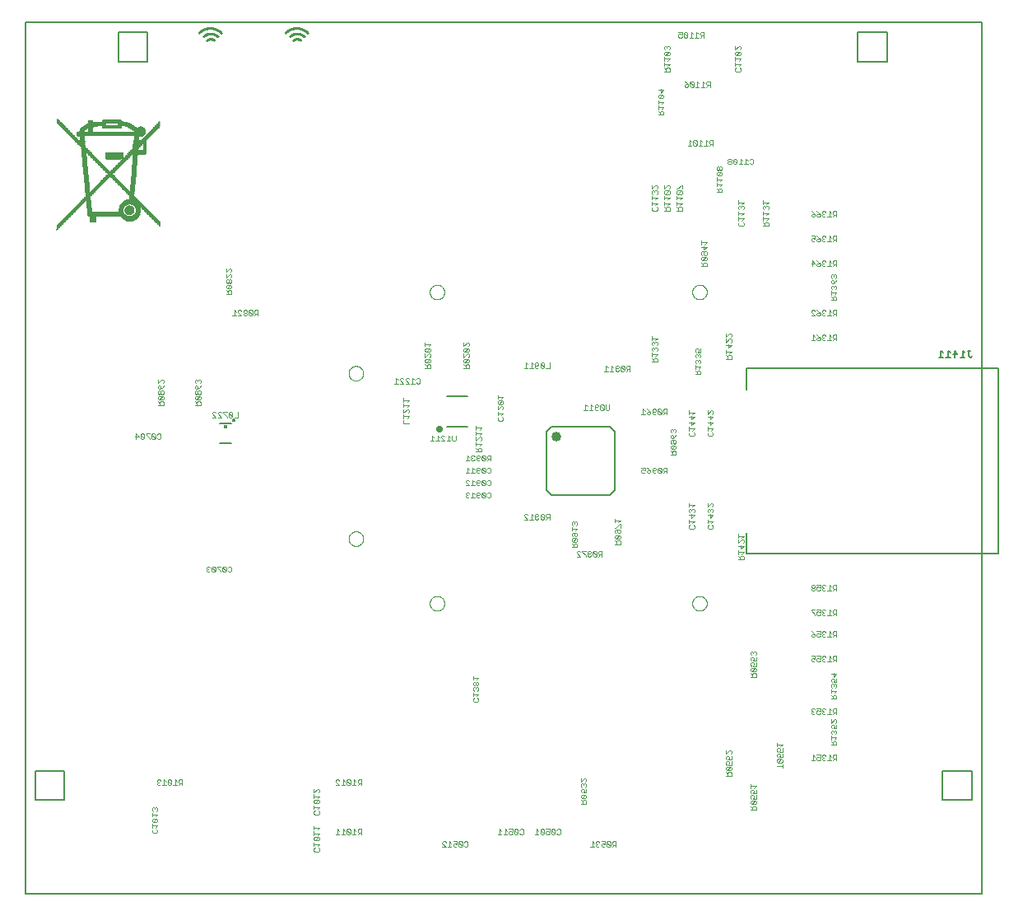
<source format=gbo>
G75*
%MOIN*%
%OFA0B0*%
%FSLAX25Y25*%
%IPPOS*%
%LPD*%
%AMOC8*
5,1,8,0,0,1.08239X$1,22.5*
%
%ADD10R,0.00200X0.00100*%
%ADD11R,0.00300X0.00100*%
%ADD12R,0.00400X0.00100*%
%ADD13R,0.00600X0.00100*%
%ADD14R,0.00700X0.00100*%
%ADD15R,0.00800X0.00100*%
%ADD16R,0.00900X0.00100*%
%ADD17R,0.01000X0.00100*%
%ADD18R,0.01100X0.00100*%
%ADD19R,0.01200X0.00100*%
%ADD20R,0.01300X0.00100*%
%ADD21R,0.01400X0.00100*%
%ADD22R,0.01500X0.00100*%
%ADD23R,0.01600X0.00100*%
%ADD24R,0.01700X0.00100*%
%ADD25R,0.01800X0.00100*%
%ADD26R,0.01900X0.00100*%
%ADD27R,0.00500X0.00100*%
%ADD28R,0.02000X0.00100*%
%ADD29R,0.02400X0.00100*%
%ADD30R,0.02200X0.00100*%
%ADD31R,0.03000X0.00100*%
%ADD32R,0.03500X0.00100*%
%ADD33R,0.04000X0.00100*%
%ADD34R,0.04200X0.00100*%
%ADD35R,0.04600X0.00100*%
%ADD36R,0.05000X0.00100*%
%ADD37R,0.05200X0.00100*%
%ADD38R,0.05500X0.00100*%
%ADD39R,0.05800X0.00100*%
%ADD40R,0.06000X0.00100*%
%ADD41R,0.06200X0.00100*%
%ADD42R,0.06400X0.00100*%
%ADD43R,0.06600X0.00100*%
%ADD44R,0.06800X0.00100*%
%ADD45R,0.07000X0.00100*%
%ADD46R,0.07200X0.00100*%
%ADD47R,0.07400X0.00100*%
%ADD48R,0.07600X0.00100*%
%ADD49R,0.16200X0.00100*%
%ADD50R,0.03100X0.00100*%
%ADD51R,0.16100X0.00100*%
%ADD52R,0.15900X0.00100*%
%ADD53R,0.02700X0.00100*%
%ADD54R,0.15700X0.00100*%
%ADD55R,0.15500X0.00100*%
%ADD56R,0.02500X0.00100*%
%ADD57R,0.15400X0.00100*%
%ADD58R,0.15300X0.00100*%
%ADD59R,0.15200X0.00100*%
%ADD60R,0.15100X0.00100*%
%ADD61R,0.02100X0.00100*%
%ADD62R,0.02300X0.00100*%
%ADD63R,0.15000X0.00100*%
%ADD64R,0.14900X0.00100*%
%ADD65R,0.02900X0.00100*%
%ADD66R,0.14800X0.00100*%
%ADD67R,0.03200X0.00100*%
%ADD68R,0.03300X0.00100*%
%ADD69R,0.03400X0.00100*%
%ADD70R,0.03600X0.00100*%
%ADD71R,0.03700X0.00100*%
%ADD72R,0.02800X0.00100*%
%ADD73R,0.02600X0.00100*%
%ADD74R,0.04100X0.00100*%
%ADD75R,0.04300X0.00100*%
%ADD76R,0.04500X0.00100*%
%ADD77R,0.04700X0.00100*%
%ADD78R,0.08700X0.00100*%
%ADD79R,0.08600X0.00100*%
%ADD80R,0.08400X0.00100*%
%ADD81R,0.08200X0.00100*%
%ADD82R,0.08000X0.00100*%
%ADD83R,0.07800X0.00100*%
%ADD84R,0.06700X0.00100*%
%ADD85R,0.06500X0.00100*%
%ADD86R,0.03900X0.00100*%
%ADD87R,0.03800X0.00100*%
%ADD88R,0.05700X0.00100*%
%ADD89R,0.05400X0.00100*%
%ADD90R,0.05900X0.00100*%
%ADD91R,0.09200X0.00100*%
%ADD92R,0.09300X0.00100*%
%ADD93R,0.09400X0.00100*%
%ADD94R,0.09500X0.00100*%
%ADD95R,0.09600X0.00100*%
%ADD96R,0.09700X0.00100*%
%ADD97R,0.09800X0.00100*%
%ADD98R,0.07500X0.00100*%
%ADD99R,0.07700X0.00100*%
%ADD100R,0.07300X0.00100*%
%ADD101R,0.07100X0.00100*%
%ADD102R,0.06900X0.00100*%
%ADD103R,0.06300X0.00100*%
%ADD104R,0.05600X0.00100*%
%ADD105R,0.26900X0.00100*%
%ADD106R,0.27000X0.00100*%
%ADD107R,0.27200X0.00100*%
%ADD108R,0.27300X0.00100*%
%ADD109R,0.27400X0.00100*%
%ADD110R,0.27500X0.00100*%
%ADD111R,0.27600X0.00100*%
%ADD112R,0.27700X0.00100*%
%ADD113R,0.27800X0.00100*%
%ADD114R,0.27900X0.00100*%
%ADD115R,0.04800X0.00100*%
%ADD116R,0.04900X0.00100*%
%ADD117R,0.05100X0.00100*%
%ADD118R,0.05300X0.00100*%
%ADD119R,0.04400X0.00100*%
%ADD120R,0.08800X0.00100*%
%ADD121R,0.08500X0.00100*%
%ADD122R,0.08100X0.00100*%
%ADD123R,0.07900X0.00100*%
%ADD124R,0.16500X0.00100*%
%ADD125R,0.13000X0.00100*%
%ADD126R,0.11100X0.00100*%
%ADD127R,0.08900X0.00100*%
%ADD128R,0.00100X0.00100*%
%ADD129C,0.00600*%
%ADD130C,0.00200*%
%ADD131C,0.00500*%
%ADD132C,0.00787*%
%ADD133R,0.01181X0.01181*%
%ADD134C,0.01000*%
%ADD135C,0.00000*%
%ADD136C,0.01181*%
%ADD137C,0.00800*%
%ADD138C,0.03976*%
D10*
X0014250Y0269600D03*
X0014250Y0269700D03*
X0055950Y0271100D03*
X0055750Y0313400D03*
X0014450Y0314500D03*
D11*
X0014500Y0314400D03*
X0055700Y0313300D03*
X0055900Y0271200D03*
X0014300Y0269800D03*
D12*
X0014350Y0269900D03*
X0055850Y0271300D03*
X0055650Y0313200D03*
X0014550Y0314300D03*
D13*
X0014650Y0314100D03*
X0055550Y0313000D03*
X0055750Y0271500D03*
X0014450Y0270100D03*
X0014450Y0270000D03*
D14*
X0014500Y0270200D03*
X0043600Y0279400D03*
X0055700Y0271600D03*
X0055500Y0312900D03*
X0014700Y0314000D03*
D15*
X0048150Y0311400D03*
X0048150Y0307500D03*
X0055450Y0312800D03*
X0055650Y0271700D03*
X0014550Y0270300D03*
D16*
X0014600Y0270400D03*
X0055600Y0271800D03*
X0055400Y0312700D03*
X0014700Y0313900D03*
D17*
X0014750Y0313800D03*
X0055350Y0312600D03*
X0055550Y0271900D03*
X0014650Y0270500D03*
D18*
X0014700Y0270600D03*
X0043600Y0275800D03*
X0055500Y0272000D03*
X0055300Y0312500D03*
X0014800Y0313700D03*
D19*
X0014850Y0313600D03*
X0055250Y0312400D03*
X0055450Y0272100D03*
X0014750Y0270700D03*
D20*
X0014800Y0270800D03*
X0049800Y0302000D03*
X0049800Y0302100D03*
X0049800Y0302200D03*
X0049800Y0302300D03*
X0049800Y0302400D03*
X0049800Y0302500D03*
X0049800Y0302600D03*
X0049800Y0302700D03*
X0049800Y0302800D03*
X0049800Y0302900D03*
X0049800Y0303000D03*
X0049800Y0303100D03*
X0049800Y0303200D03*
X0049800Y0303300D03*
X0049800Y0303400D03*
X0049800Y0303500D03*
X0049800Y0303600D03*
X0049800Y0303700D03*
X0049800Y0303800D03*
X0049800Y0303900D03*
X0049800Y0304000D03*
X0049800Y0304100D03*
X0049800Y0304200D03*
X0049800Y0304300D03*
X0055200Y0312300D03*
X0055400Y0272200D03*
X0014900Y0313500D03*
D21*
X0014950Y0313400D03*
X0048150Y0311300D03*
X0055150Y0312200D03*
X0043650Y0273100D03*
X0055350Y0272300D03*
X0014850Y0270900D03*
D22*
X0014900Y0271000D03*
X0043600Y0279300D03*
X0055300Y0272400D03*
X0055100Y0312100D03*
X0015000Y0313300D03*
D23*
X0015050Y0313200D03*
X0043650Y0275900D03*
X0055250Y0272500D03*
X0055050Y0312000D03*
X0014950Y0271100D03*
D24*
X0015000Y0271200D03*
X0027400Y0276900D03*
X0027400Y0277000D03*
X0027400Y0277100D03*
X0027400Y0277200D03*
X0027400Y0277300D03*
X0027400Y0277400D03*
X0027300Y0277600D03*
X0027300Y0277700D03*
X0027300Y0277800D03*
X0027300Y0277900D03*
X0027300Y0278000D03*
X0027300Y0278100D03*
X0027300Y0278200D03*
X0027300Y0278300D03*
X0027300Y0278400D03*
X0027200Y0278600D03*
X0027200Y0278700D03*
X0027200Y0278800D03*
X0027200Y0278900D03*
X0027200Y0279000D03*
X0027200Y0279100D03*
X0027200Y0279200D03*
X0027100Y0279500D03*
X0027100Y0279600D03*
X0027100Y0279700D03*
X0027100Y0279800D03*
X0027100Y0279900D03*
X0027100Y0280000D03*
X0027100Y0280100D03*
X0027100Y0280200D03*
X0027100Y0280300D03*
X0027100Y0280400D03*
X0027000Y0280500D03*
X0027000Y0280600D03*
X0027000Y0280700D03*
X0027000Y0280800D03*
X0027000Y0280900D03*
X0027000Y0281000D03*
X0027000Y0281100D03*
X0027000Y0281200D03*
X0027000Y0281300D03*
X0026600Y0285100D03*
X0026600Y0285200D03*
X0026600Y0285300D03*
X0026600Y0285400D03*
X0026600Y0285500D03*
X0026600Y0285600D03*
X0026500Y0285900D03*
X0026500Y0286000D03*
X0026500Y0286100D03*
X0026500Y0286200D03*
X0026500Y0286300D03*
X0026500Y0286400D03*
X0026500Y0286500D03*
X0026500Y0286600D03*
X0026500Y0286700D03*
X0026500Y0286800D03*
X0026400Y0287000D03*
X0026400Y0287100D03*
X0026400Y0287200D03*
X0026400Y0287300D03*
X0026400Y0287400D03*
X0026400Y0287500D03*
X0026400Y0287600D03*
X0026400Y0287700D03*
X0026300Y0287900D03*
X0026300Y0288000D03*
X0026300Y0288100D03*
X0026300Y0288200D03*
X0026300Y0288300D03*
X0026300Y0288400D03*
X0026300Y0288500D03*
X0026300Y0288600D03*
X0026300Y0288700D03*
X0026200Y0288800D03*
X0026200Y0288900D03*
X0026200Y0289000D03*
X0026200Y0289100D03*
X0026200Y0289200D03*
X0026200Y0289300D03*
X0026200Y0289400D03*
X0026200Y0289500D03*
X0026200Y0289600D03*
X0026200Y0289700D03*
X0026100Y0290000D03*
X0026100Y0290100D03*
X0026100Y0290200D03*
X0026100Y0290300D03*
X0026100Y0290400D03*
X0026100Y0290500D03*
X0026100Y0290600D03*
X0026100Y0290700D03*
X0026100Y0290800D03*
X0026100Y0290900D03*
X0026000Y0291200D03*
X0026000Y0291300D03*
X0026000Y0291400D03*
X0026000Y0291500D03*
X0026000Y0291600D03*
X0026000Y0291700D03*
X0026000Y0291800D03*
X0026000Y0291900D03*
X0026000Y0292000D03*
X0025900Y0292200D03*
X0025900Y0292300D03*
X0025900Y0292400D03*
X0025900Y0292500D03*
X0025900Y0292600D03*
X0025900Y0292700D03*
X0025900Y0292800D03*
X0025800Y0293000D03*
X0025800Y0293100D03*
X0025800Y0293200D03*
X0025800Y0293300D03*
X0025800Y0293400D03*
X0025800Y0293500D03*
X0025800Y0293600D03*
X0025800Y0293700D03*
X0025800Y0293800D03*
X0025800Y0293900D03*
X0025700Y0294200D03*
X0025700Y0294300D03*
X0025700Y0294400D03*
X0025700Y0294500D03*
X0025700Y0294600D03*
X0025700Y0294700D03*
X0025700Y0294800D03*
X0025700Y0294900D03*
X0025700Y0295000D03*
X0025600Y0295300D03*
X0025600Y0295400D03*
X0025600Y0295500D03*
X0025600Y0295600D03*
X0025600Y0295700D03*
X0025600Y0295800D03*
X0025600Y0295900D03*
X0025600Y0296000D03*
X0025600Y0296100D03*
X0025600Y0296200D03*
X0025500Y0296300D03*
X0025500Y0296400D03*
X0025500Y0296500D03*
X0025500Y0296600D03*
X0025500Y0296700D03*
X0025500Y0296800D03*
X0025500Y0296900D03*
X0025500Y0297000D03*
X0025400Y0297200D03*
X0025400Y0297300D03*
X0025400Y0297400D03*
X0025400Y0297500D03*
X0025400Y0297600D03*
X0025400Y0297700D03*
X0025400Y0297800D03*
X0025400Y0297900D03*
X0025400Y0298000D03*
X0025300Y0298300D03*
X0025300Y0298400D03*
X0025300Y0298500D03*
X0025300Y0298600D03*
X0025300Y0298700D03*
X0025300Y0298800D03*
X0025300Y0298900D03*
X0025300Y0299000D03*
X0025300Y0299100D03*
X0025300Y0299200D03*
X0025200Y0299500D03*
X0025200Y0299600D03*
X0025200Y0299700D03*
X0025200Y0299800D03*
X0025200Y0299900D03*
X0025200Y0300000D03*
X0025200Y0300100D03*
X0025200Y0300200D03*
X0025100Y0300500D03*
X0025100Y0300600D03*
X0025100Y0300700D03*
X0025100Y0300800D03*
X0024600Y0305600D03*
X0024600Y0305700D03*
X0024600Y0305800D03*
X0024600Y0305900D03*
X0024600Y0306000D03*
X0024600Y0306100D03*
X0024600Y0306200D03*
X0024500Y0306600D03*
X0024500Y0306700D03*
X0024500Y0306800D03*
X0024500Y0306900D03*
X0024500Y0307000D03*
X0024500Y0307100D03*
X0024500Y0307200D03*
X0024500Y0307300D03*
X0024500Y0307400D03*
X0024300Y0309500D03*
X0015100Y0313100D03*
X0045800Y0298300D03*
X0045800Y0298200D03*
X0045800Y0298100D03*
X0045800Y0298000D03*
X0045800Y0297900D03*
X0045800Y0297800D03*
X0045800Y0297700D03*
X0045800Y0297600D03*
X0045800Y0297500D03*
X0045800Y0297400D03*
X0045800Y0297300D03*
X0045800Y0297200D03*
X0045700Y0297000D03*
X0045700Y0296900D03*
X0045700Y0296800D03*
X0045700Y0296700D03*
X0045700Y0296600D03*
X0045700Y0296500D03*
X0045700Y0296400D03*
X0045700Y0296300D03*
X0045700Y0296200D03*
X0045700Y0296100D03*
X0045700Y0296000D03*
X0045600Y0295900D03*
X0045600Y0295800D03*
X0045600Y0295700D03*
X0045600Y0295600D03*
X0045600Y0295500D03*
X0045600Y0295400D03*
X0045600Y0295300D03*
X0045600Y0295200D03*
X0045600Y0295100D03*
X0045500Y0294900D03*
X0045500Y0294800D03*
X0045500Y0294700D03*
X0045500Y0294600D03*
X0045500Y0294500D03*
X0045500Y0294400D03*
X0045500Y0294300D03*
X0045500Y0294200D03*
X0045500Y0294100D03*
X0045500Y0294000D03*
X0045500Y0293900D03*
X0045500Y0293800D03*
X0045400Y0293600D03*
X0045400Y0293500D03*
X0045400Y0293400D03*
X0045400Y0293300D03*
X0045400Y0293200D03*
X0045400Y0293100D03*
X0045400Y0293000D03*
X0045400Y0292900D03*
X0045400Y0292800D03*
X0045400Y0292700D03*
X0045400Y0292600D03*
X0045400Y0292500D03*
X0045300Y0292300D03*
X0045300Y0292200D03*
X0045300Y0292100D03*
X0045300Y0292000D03*
X0045300Y0291900D03*
X0045300Y0291800D03*
X0045300Y0291700D03*
X0045300Y0291600D03*
X0045300Y0291500D03*
X0045300Y0291400D03*
X0045300Y0291300D03*
X0045200Y0291100D03*
X0045200Y0291000D03*
X0045200Y0290900D03*
X0045200Y0290800D03*
X0045200Y0290700D03*
X0045200Y0290600D03*
X0045200Y0290500D03*
X0045200Y0290400D03*
X0045200Y0290300D03*
X0045100Y0290200D03*
X0045100Y0290100D03*
X0045100Y0290000D03*
X0045100Y0289900D03*
X0045100Y0289800D03*
X0045100Y0289700D03*
X0045100Y0289600D03*
X0045100Y0289500D03*
X0045000Y0288900D03*
X0045000Y0288800D03*
X0045000Y0288700D03*
X0045000Y0288600D03*
X0045000Y0288500D03*
X0045000Y0288400D03*
X0045000Y0288300D03*
X0045000Y0288200D03*
X0045000Y0288100D03*
X0044900Y0287500D03*
X0044900Y0287400D03*
X0044900Y0287300D03*
X0044900Y0287200D03*
X0044900Y0287100D03*
X0044900Y0287000D03*
X0044900Y0286900D03*
X0044900Y0286800D03*
X0044900Y0286700D03*
X0044800Y0286200D03*
X0044800Y0286100D03*
X0044800Y0286000D03*
X0044800Y0285900D03*
X0044800Y0285800D03*
X0044800Y0285700D03*
X0044700Y0285400D03*
X0044700Y0285300D03*
X0044700Y0285200D03*
X0045900Y0298500D03*
X0045900Y0298600D03*
X0045900Y0298700D03*
X0045900Y0298800D03*
X0045900Y0298900D03*
X0045900Y0299000D03*
X0045900Y0299100D03*
X0045900Y0299200D03*
X0045900Y0299300D03*
X0045900Y0299400D03*
X0045900Y0299500D03*
X0045900Y0299600D03*
X0046000Y0299800D03*
X0046000Y0299900D03*
X0046000Y0300000D03*
X0046000Y0300100D03*
X0046000Y0300200D03*
X0046500Y0306000D03*
X0046500Y0306100D03*
X0046500Y0306200D03*
X0046500Y0306300D03*
X0046500Y0306400D03*
X0046500Y0306500D03*
X0046600Y0306700D03*
X0046600Y0306800D03*
X0046600Y0306900D03*
X0046600Y0307000D03*
X0046600Y0307100D03*
X0046600Y0307200D03*
X0046600Y0307300D03*
X0046600Y0307400D03*
X0055000Y0311900D03*
X0055200Y0272600D03*
D25*
X0055150Y0272700D03*
X0055050Y0272800D03*
X0044750Y0285500D03*
X0044750Y0285600D03*
X0044850Y0286300D03*
X0044850Y0286400D03*
X0044850Y0286500D03*
X0044850Y0286600D03*
X0044950Y0287600D03*
X0044950Y0287700D03*
X0044950Y0287800D03*
X0044950Y0287900D03*
X0044950Y0288000D03*
X0045050Y0289000D03*
X0045050Y0289100D03*
X0045050Y0289200D03*
X0045050Y0289300D03*
X0045050Y0289400D03*
X0045250Y0291200D03*
X0045350Y0292400D03*
X0045450Y0293700D03*
X0045550Y0295000D03*
X0045750Y0297100D03*
X0045850Y0298400D03*
X0045950Y0299700D03*
X0046550Y0306600D03*
X0046650Y0307500D03*
X0054950Y0311700D03*
X0054950Y0311800D03*
X0025150Y0300400D03*
X0025150Y0300300D03*
X0025250Y0299400D03*
X0025250Y0299300D03*
X0025350Y0298200D03*
X0025350Y0298100D03*
X0025450Y0297100D03*
X0025650Y0295200D03*
X0025650Y0295100D03*
X0025750Y0294100D03*
X0025750Y0294000D03*
X0025850Y0292900D03*
X0025950Y0292100D03*
X0026050Y0291100D03*
X0026050Y0291000D03*
X0026150Y0289900D03*
X0026150Y0289800D03*
X0026350Y0287800D03*
X0026450Y0286900D03*
X0026550Y0285800D03*
X0026550Y0285700D03*
X0027150Y0279400D03*
X0027150Y0279300D03*
X0027250Y0278500D03*
X0027350Y0277500D03*
X0015050Y0271300D03*
X0024650Y0305400D03*
X0024650Y0305500D03*
X0024550Y0306300D03*
X0024550Y0306400D03*
X0024550Y0306500D03*
X0024450Y0307500D03*
X0024250Y0309400D03*
X0024350Y0309600D03*
X0015150Y0313000D03*
D26*
X0015200Y0312900D03*
X0015300Y0312800D03*
X0015400Y0312700D03*
X0015500Y0312600D03*
X0015600Y0312500D03*
X0015700Y0312400D03*
X0015800Y0312300D03*
X0015900Y0312200D03*
X0016000Y0312100D03*
X0024400Y0309700D03*
X0041600Y0286300D03*
X0042000Y0285900D03*
X0042400Y0285500D03*
X0044500Y0283400D03*
X0044600Y0283300D03*
X0043600Y0279200D03*
X0049000Y0278900D03*
X0049100Y0278800D03*
X0049200Y0278700D03*
X0049300Y0278600D03*
X0049400Y0278500D03*
X0049500Y0278400D03*
X0049600Y0278300D03*
X0049700Y0278200D03*
X0049800Y0278100D03*
X0049900Y0278000D03*
X0050000Y0277900D03*
X0050100Y0277800D03*
X0050200Y0277700D03*
X0050300Y0277600D03*
X0050400Y0277500D03*
X0050500Y0277400D03*
X0050600Y0277300D03*
X0050700Y0277200D03*
X0050800Y0277100D03*
X0050900Y0277000D03*
X0051000Y0276900D03*
X0051100Y0276800D03*
X0051200Y0276700D03*
X0051300Y0276600D03*
X0051400Y0276500D03*
X0051500Y0276400D03*
X0051600Y0276300D03*
X0051700Y0276200D03*
X0051800Y0276100D03*
X0051900Y0276000D03*
X0052000Y0275900D03*
X0052100Y0275800D03*
X0052200Y0275700D03*
X0052300Y0275600D03*
X0052400Y0275500D03*
X0052500Y0275400D03*
X0052600Y0275300D03*
X0052700Y0275200D03*
X0052800Y0275100D03*
X0052900Y0275000D03*
X0053000Y0274900D03*
X0053100Y0274800D03*
X0053200Y0274700D03*
X0053300Y0274600D03*
X0053400Y0274500D03*
X0053500Y0274400D03*
X0053600Y0274300D03*
X0053700Y0274200D03*
X0053800Y0274100D03*
X0053900Y0274000D03*
X0054000Y0273900D03*
X0054100Y0273800D03*
X0054200Y0273700D03*
X0054300Y0273600D03*
X0054400Y0273500D03*
X0054500Y0273400D03*
X0054600Y0273300D03*
X0054700Y0273200D03*
X0054800Y0273100D03*
X0054900Y0273000D03*
X0055000Y0272900D03*
X0046500Y0305900D03*
X0048200Y0311200D03*
X0054900Y0311600D03*
X0015100Y0271400D03*
D27*
X0055800Y0271400D03*
X0055600Y0313100D03*
X0014600Y0314200D03*
D28*
X0016050Y0312000D03*
X0016150Y0311900D03*
X0016250Y0311800D03*
X0016350Y0311700D03*
X0016450Y0311600D03*
X0016550Y0311500D03*
X0016650Y0311400D03*
X0016750Y0311300D03*
X0016850Y0311200D03*
X0016950Y0311100D03*
X0017050Y0311000D03*
X0017150Y0310900D03*
X0017250Y0310800D03*
X0017350Y0310700D03*
X0017450Y0310600D03*
X0017550Y0310500D03*
X0017650Y0310400D03*
X0017750Y0310300D03*
X0017850Y0310200D03*
X0017950Y0310100D03*
X0018050Y0310000D03*
X0018150Y0309900D03*
X0018250Y0309800D03*
X0018350Y0309700D03*
X0024450Y0309800D03*
X0027350Y0300600D03*
X0027450Y0300500D03*
X0027650Y0300300D03*
X0027750Y0300200D03*
X0027850Y0300100D03*
X0027950Y0300000D03*
X0028150Y0299800D03*
X0028250Y0299700D03*
X0028350Y0299600D03*
X0028450Y0299500D03*
X0028550Y0299400D03*
X0028650Y0299300D03*
X0028750Y0299200D03*
X0028850Y0299100D03*
X0028950Y0299000D03*
X0029050Y0298900D03*
X0029150Y0298800D03*
X0029250Y0298700D03*
X0029350Y0298600D03*
X0029450Y0298500D03*
X0029550Y0298400D03*
X0029650Y0298300D03*
X0029750Y0298200D03*
X0029850Y0298100D03*
X0029950Y0298000D03*
X0030050Y0297900D03*
X0030150Y0297800D03*
X0030250Y0297700D03*
X0030350Y0297600D03*
X0030450Y0297500D03*
X0030550Y0297400D03*
X0030650Y0297300D03*
X0030750Y0297200D03*
X0030850Y0297100D03*
X0030950Y0297000D03*
X0031050Y0296900D03*
X0031150Y0296800D03*
X0031250Y0296700D03*
X0031350Y0296600D03*
X0031450Y0296500D03*
X0031550Y0296400D03*
X0031650Y0296300D03*
X0031750Y0296200D03*
X0031850Y0296100D03*
X0031950Y0296000D03*
X0032050Y0295900D03*
X0032150Y0295800D03*
X0032250Y0295700D03*
X0032350Y0295600D03*
X0032450Y0295500D03*
X0032550Y0295400D03*
X0032650Y0295300D03*
X0032750Y0295200D03*
X0032850Y0295100D03*
X0032950Y0295000D03*
X0033050Y0294900D03*
X0033150Y0294800D03*
X0033250Y0294700D03*
X0033350Y0294600D03*
X0033450Y0294500D03*
X0033550Y0294400D03*
X0033650Y0294300D03*
X0033750Y0294200D03*
X0033850Y0294100D03*
X0033950Y0294000D03*
X0034050Y0293900D03*
X0034150Y0293800D03*
X0034250Y0293700D03*
X0034350Y0293600D03*
X0034450Y0293500D03*
X0034550Y0293400D03*
X0036950Y0291000D03*
X0037050Y0290900D03*
X0037150Y0290800D03*
X0037250Y0290700D03*
X0037350Y0290600D03*
X0037450Y0290500D03*
X0037550Y0290400D03*
X0037650Y0290300D03*
X0037750Y0290200D03*
X0037850Y0290100D03*
X0037950Y0290000D03*
X0038050Y0289900D03*
X0038150Y0289800D03*
X0038250Y0289700D03*
X0038350Y0289600D03*
X0038450Y0289500D03*
X0038550Y0289400D03*
X0038650Y0289300D03*
X0038750Y0289200D03*
X0038850Y0289100D03*
X0038950Y0289000D03*
X0039050Y0288900D03*
X0039150Y0288800D03*
X0039250Y0288700D03*
X0039350Y0288600D03*
X0039450Y0288500D03*
X0039550Y0288400D03*
X0039650Y0288300D03*
X0039750Y0288200D03*
X0039850Y0288100D03*
X0039950Y0288000D03*
X0040050Y0287900D03*
X0040150Y0287800D03*
X0040250Y0287700D03*
X0040350Y0287600D03*
X0040450Y0287500D03*
X0040550Y0287400D03*
X0040650Y0287300D03*
X0040750Y0287200D03*
X0040850Y0287100D03*
X0041050Y0286900D03*
X0041150Y0286800D03*
X0041250Y0286700D03*
X0041350Y0286600D03*
X0041450Y0286500D03*
X0041550Y0286400D03*
X0041750Y0286200D03*
X0041850Y0286100D03*
X0041950Y0286000D03*
X0042150Y0285800D03*
X0042250Y0285700D03*
X0042350Y0285600D03*
X0042550Y0285400D03*
X0042650Y0285300D03*
X0042750Y0285200D03*
X0044450Y0283500D03*
X0044650Y0283200D03*
X0047050Y0278300D03*
X0047050Y0278200D03*
X0047050Y0278100D03*
X0047050Y0278000D03*
X0047150Y0277900D03*
X0047150Y0277800D03*
X0047150Y0277700D03*
X0047150Y0277600D03*
X0047150Y0277500D03*
X0047150Y0277400D03*
X0047150Y0277300D03*
X0047150Y0277200D03*
X0047050Y0277100D03*
X0047050Y0277000D03*
X0047050Y0276900D03*
X0040250Y0278000D03*
X0040250Y0278100D03*
X0040250Y0278200D03*
X0040250Y0278300D03*
X0040150Y0277900D03*
X0040150Y0277800D03*
X0040150Y0277700D03*
X0040150Y0277600D03*
X0040150Y0277500D03*
X0040150Y0277400D03*
X0040150Y0277300D03*
X0022250Y0278600D03*
X0021950Y0278300D03*
X0021850Y0278200D03*
X0021550Y0277900D03*
X0021450Y0277800D03*
X0021350Y0277700D03*
X0021250Y0277600D03*
X0021150Y0277500D03*
X0021050Y0277400D03*
X0020950Y0277300D03*
X0020850Y0277200D03*
X0020750Y0277100D03*
X0020650Y0277000D03*
X0020550Y0276900D03*
X0020450Y0276800D03*
X0020350Y0276700D03*
X0020250Y0276600D03*
X0020150Y0276500D03*
X0020050Y0276400D03*
X0019950Y0276300D03*
X0019850Y0276200D03*
X0019750Y0276100D03*
X0019650Y0276000D03*
X0019550Y0275900D03*
X0019450Y0275800D03*
X0019350Y0275700D03*
X0019250Y0275600D03*
X0019150Y0275500D03*
X0019050Y0275400D03*
X0018950Y0275300D03*
X0018850Y0275200D03*
X0018750Y0275100D03*
X0018650Y0275000D03*
X0018550Y0274900D03*
X0018450Y0274800D03*
X0018350Y0274700D03*
X0018250Y0274600D03*
X0018150Y0274500D03*
X0018050Y0274400D03*
X0017950Y0274300D03*
X0017850Y0274200D03*
X0017750Y0274100D03*
X0017650Y0274000D03*
X0017550Y0273900D03*
X0017450Y0273800D03*
X0017350Y0273700D03*
X0017250Y0273600D03*
X0017150Y0273500D03*
X0017050Y0273400D03*
X0016950Y0273300D03*
X0016850Y0273200D03*
X0016750Y0273100D03*
X0016650Y0273000D03*
X0016550Y0272900D03*
X0016450Y0272800D03*
X0016350Y0272700D03*
X0016250Y0272600D03*
X0016150Y0272500D03*
X0016050Y0272400D03*
X0015950Y0272300D03*
X0015850Y0272200D03*
X0015750Y0272100D03*
X0015650Y0272000D03*
X0015550Y0271900D03*
X0015450Y0271800D03*
X0015350Y0271700D03*
X0015250Y0271600D03*
X0015150Y0271500D03*
D29*
X0028650Y0273000D03*
X0028650Y0273100D03*
X0028650Y0273200D03*
X0028650Y0273300D03*
X0028650Y0273400D03*
X0028650Y0273500D03*
X0028650Y0273600D03*
X0028650Y0273700D03*
X0028650Y0273800D03*
X0028650Y0273900D03*
X0028650Y0274000D03*
X0028650Y0274100D03*
X0028650Y0274200D03*
X0028650Y0274300D03*
X0028650Y0274400D03*
X0028650Y0274500D03*
X0028650Y0274600D03*
X0028650Y0274700D03*
X0028650Y0274800D03*
X0028650Y0274900D03*
X0028650Y0275000D03*
X0028650Y0275100D03*
X0027050Y0283600D03*
X0044250Y0283900D03*
X0044850Y0282800D03*
X0043650Y0279000D03*
X0046650Y0275900D03*
X0046550Y0275800D03*
X0041750Y0298300D03*
X0045850Y0302300D03*
X0046050Y0302600D03*
X0054450Y0311000D03*
X0054550Y0311100D03*
X0025250Y0302600D03*
X0024450Y0303700D03*
X0024650Y0310100D03*
D30*
X0027750Y0310600D03*
X0027850Y0313200D03*
X0024650Y0303400D03*
X0025150Y0302800D03*
X0025150Y0302700D03*
X0035750Y0292200D03*
X0036950Y0293400D03*
X0037050Y0293500D03*
X0037150Y0293600D03*
X0037250Y0293700D03*
X0037350Y0293800D03*
X0037450Y0293900D03*
X0037550Y0294000D03*
X0037850Y0294300D03*
X0037950Y0294400D03*
X0038050Y0294500D03*
X0038150Y0294600D03*
X0038250Y0294700D03*
X0038350Y0294800D03*
X0038450Y0294900D03*
X0038550Y0295000D03*
X0038650Y0295100D03*
X0038750Y0295200D03*
X0038850Y0295300D03*
X0038950Y0295400D03*
X0039050Y0295500D03*
X0039150Y0295600D03*
X0039250Y0295700D03*
X0039350Y0295800D03*
X0039450Y0295900D03*
X0039550Y0296000D03*
X0039650Y0296100D03*
X0039750Y0296200D03*
X0039850Y0296300D03*
X0039950Y0296400D03*
X0040050Y0296500D03*
X0040150Y0296600D03*
X0040250Y0296700D03*
X0040350Y0296800D03*
X0040450Y0296900D03*
X0040550Y0297000D03*
X0040650Y0297100D03*
X0040750Y0297200D03*
X0040850Y0297300D03*
X0040950Y0297400D03*
X0041050Y0297500D03*
X0041150Y0297600D03*
X0041250Y0297700D03*
X0041350Y0297800D03*
X0041450Y0297900D03*
X0041550Y0298000D03*
X0041650Y0298100D03*
X0042650Y0299100D03*
X0042750Y0299200D03*
X0042850Y0299300D03*
X0042950Y0299400D03*
X0043050Y0299500D03*
X0043150Y0299600D03*
X0043250Y0299700D03*
X0043350Y0299800D03*
X0043450Y0299900D03*
X0043550Y0300000D03*
X0043650Y0300100D03*
X0048150Y0311100D03*
X0053750Y0310300D03*
X0054750Y0311300D03*
X0054750Y0311400D03*
X0034550Y0291000D03*
X0034450Y0290900D03*
X0034350Y0290800D03*
X0034250Y0290700D03*
X0034150Y0290600D03*
X0034050Y0290500D03*
X0033950Y0290400D03*
X0033850Y0290300D03*
X0033750Y0290200D03*
X0033650Y0290100D03*
X0033550Y0290000D03*
X0033450Y0289900D03*
X0033350Y0289800D03*
X0033250Y0289700D03*
X0033150Y0289600D03*
X0033050Y0289500D03*
X0032950Y0289400D03*
X0032750Y0289200D03*
X0032650Y0289100D03*
X0032550Y0289000D03*
X0026950Y0283400D03*
X0026650Y0283000D03*
X0026550Y0282900D03*
X0040450Y0278800D03*
X0040550Y0279000D03*
X0043650Y0279100D03*
X0046850Y0278900D03*
X0046950Y0276500D03*
X0046850Y0276300D03*
X0046850Y0276200D03*
X0043650Y0273200D03*
X0044750Y0283000D03*
X0044350Y0283700D03*
D31*
X0044050Y0284400D03*
X0045050Y0282300D03*
X0043650Y0278700D03*
X0041350Y0279900D03*
X0043650Y0273300D03*
X0046050Y0275300D03*
X0027350Y0284200D03*
X0026250Y0282200D03*
X0025650Y0301800D03*
X0024150Y0304300D03*
X0044850Y0311000D03*
X0046350Y0303200D03*
D32*
X0046600Y0303700D03*
X0044100Y0311400D03*
X0035800Y0292900D03*
X0035700Y0291500D03*
X0043800Y0284900D03*
X0043600Y0278200D03*
X0043600Y0276900D03*
X0043700Y0273400D03*
X0026000Y0281700D03*
X0027500Y0284600D03*
X0023800Y0304900D03*
D33*
X0043650Y0311600D03*
X0046850Y0304200D03*
X0043650Y0273500D03*
D34*
X0043650Y0273600D03*
X0047750Y0279000D03*
X0047650Y0279100D03*
X0047250Y0279500D03*
X0047150Y0279600D03*
X0047050Y0279700D03*
X0044850Y0281900D03*
X0026750Y0311300D03*
X0026850Y0311400D03*
D35*
X0027150Y0311500D03*
X0026550Y0311000D03*
X0043650Y0273700D03*
D36*
X0043650Y0273800D03*
X0044650Y0281700D03*
X0047650Y0309800D03*
X0026350Y0310700D03*
D37*
X0043650Y0273900D03*
D38*
X0043700Y0274000D03*
X0041800Y0312300D03*
D39*
X0041950Y0312100D03*
X0046850Y0310700D03*
X0027950Y0311600D03*
X0043650Y0274100D03*
D40*
X0043650Y0274200D03*
X0044450Y0281400D03*
X0042050Y0312000D03*
D41*
X0042150Y0311900D03*
X0047350Y0301900D03*
X0044450Y0281300D03*
X0043650Y0274300D03*
D42*
X0043650Y0274400D03*
X0047250Y0301700D03*
X0042150Y0311800D03*
D43*
X0047150Y0301500D03*
X0043650Y0274500D03*
D44*
X0043650Y0274600D03*
X0047050Y0301300D03*
D45*
X0046950Y0301100D03*
X0044350Y0281000D03*
X0043650Y0274800D03*
X0043650Y0274700D03*
D46*
X0043650Y0274900D03*
X0044350Y0280900D03*
X0046850Y0300900D03*
D47*
X0046750Y0300700D03*
X0044350Y0280800D03*
X0043650Y0275000D03*
D48*
X0043650Y0275100D03*
X0044350Y0280700D03*
X0046450Y0300300D03*
X0036550Y0313900D03*
X0036550Y0314000D03*
D49*
X0034850Y0313000D03*
X0034850Y0275200D03*
D50*
X0043600Y0276500D03*
X0043600Y0278600D03*
X0045100Y0282200D03*
X0044000Y0284500D03*
X0045900Y0275200D03*
X0035700Y0291700D03*
X0035800Y0292700D03*
X0027400Y0284300D03*
X0026200Y0282100D03*
X0024100Y0304400D03*
X0044700Y0311100D03*
X0046400Y0303300D03*
D51*
X0034700Y0275300D03*
D52*
X0034600Y0275400D03*
X0034700Y0313100D03*
D53*
X0024900Y0310400D03*
X0024800Y0310300D03*
X0024300Y0304000D03*
X0035800Y0292500D03*
X0035700Y0291900D03*
X0027200Y0283900D03*
X0026400Y0282500D03*
X0041200Y0279800D03*
X0043600Y0276300D03*
X0046200Y0275400D03*
X0046300Y0275500D03*
X0045000Y0282500D03*
X0045700Y0302000D03*
X0046200Y0302900D03*
X0048200Y0310900D03*
D54*
X0034500Y0275500D03*
D55*
X0034400Y0275600D03*
D56*
X0040900Y0279500D03*
X0041000Y0279600D03*
X0043600Y0276200D03*
X0046400Y0275600D03*
X0046500Y0275700D03*
X0044200Y0284000D03*
X0035700Y0292000D03*
X0035800Y0292400D03*
X0027100Y0283700D03*
X0026500Y0282700D03*
X0025300Y0302500D03*
X0024400Y0303800D03*
X0024700Y0310200D03*
X0045800Y0302200D03*
X0046100Y0302700D03*
X0048200Y0311000D03*
D57*
X0034350Y0275700D03*
D58*
X0034300Y0275800D03*
X0032800Y0311700D03*
D59*
X0034250Y0275900D03*
D60*
X0034200Y0276000D03*
D61*
X0040200Y0276900D03*
X0040200Y0277000D03*
X0040200Y0277100D03*
X0040200Y0277200D03*
X0040300Y0278400D03*
X0040300Y0278500D03*
X0040400Y0278600D03*
X0040400Y0278700D03*
X0040500Y0278900D03*
X0043600Y0276000D03*
X0046900Y0276400D03*
X0047000Y0276600D03*
X0047000Y0276700D03*
X0047000Y0276800D03*
X0047000Y0278400D03*
X0047000Y0278500D03*
X0046900Y0278600D03*
X0046900Y0278700D03*
X0046900Y0278800D03*
X0044700Y0283100D03*
X0044400Y0283600D03*
X0032900Y0289300D03*
X0032500Y0288900D03*
X0032400Y0288800D03*
X0032300Y0288700D03*
X0032200Y0288600D03*
X0032100Y0288500D03*
X0032000Y0288400D03*
X0031900Y0288300D03*
X0031800Y0288200D03*
X0031700Y0288100D03*
X0031600Y0288000D03*
X0031500Y0287900D03*
X0031400Y0287800D03*
X0031300Y0287700D03*
X0031200Y0287600D03*
X0031100Y0287500D03*
X0031000Y0287400D03*
X0030900Y0287300D03*
X0030800Y0287200D03*
X0030700Y0287100D03*
X0030600Y0287000D03*
X0030500Y0286900D03*
X0030400Y0286800D03*
X0030300Y0286700D03*
X0030200Y0286600D03*
X0030100Y0286500D03*
X0030000Y0286400D03*
X0029900Y0286300D03*
X0029800Y0286200D03*
X0029700Y0286100D03*
X0029600Y0286000D03*
X0029500Y0285900D03*
X0029400Y0285800D03*
X0029300Y0285700D03*
X0029200Y0285600D03*
X0029100Y0285500D03*
X0029000Y0285400D03*
X0028900Y0285300D03*
X0028800Y0285200D03*
X0028700Y0285100D03*
X0026900Y0283300D03*
X0026800Y0283200D03*
X0026700Y0283100D03*
X0024900Y0281300D03*
X0024800Y0281200D03*
X0024700Y0281100D03*
X0024600Y0281000D03*
X0024500Y0280900D03*
X0024400Y0280800D03*
X0024300Y0280700D03*
X0024200Y0280600D03*
X0024100Y0280500D03*
X0024000Y0280400D03*
X0023900Y0280300D03*
X0023800Y0280200D03*
X0023700Y0280100D03*
X0023600Y0280000D03*
X0023500Y0279900D03*
X0023400Y0279800D03*
X0023300Y0279700D03*
X0023200Y0279600D03*
X0023100Y0279500D03*
X0023000Y0279400D03*
X0022900Y0279300D03*
X0022800Y0279200D03*
X0022700Y0279100D03*
X0022600Y0279000D03*
X0022500Y0278900D03*
X0022400Y0278800D03*
X0022300Y0278700D03*
X0022100Y0278500D03*
X0022000Y0278400D03*
X0021700Y0278100D03*
X0021600Y0278000D03*
X0028100Y0299900D03*
X0027600Y0300400D03*
X0027300Y0300700D03*
X0027200Y0300800D03*
X0025100Y0302900D03*
X0025000Y0303000D03*
X0024900Y0303100D03*
X0024800Y0303200D03*
X0024700Y0303300D03*
X0022600Y0305400D03*
X0022500Y0305500D03*
X0022400Y0305600D03*
X0022300Y0305700D03*
X0022200Y0305800D03*
X0022100Y0305900D03*
X0022000Y0306000D03*
X0021900Y0306100D03*
X0021800Y0306200D03*
X0021700Y0306300D03*
X0021600Y0306400D03*
X0021500Y0306500D03*
X0021400Y0306600D03*
X0021300Y0306700D03*
X0021200Y0306800D03*
X0021100Y0306900D03*
X0021000Y0307000D03*
X0020900Y0307100D03*
X0020800Y0307200D03*
X0020700Y0307300D03*
X0020600Y0307400D03*
X0020500Y0307500D03*
X0020400Y0307600D03*
X0020300Y0307700D03*
X0020200Y0307800D03*
X0020100Y0307900D03*
X0020000Y0308000D03*
X0019900Y0308100D03*
X0019800Y0308200D03*
X0019700Y0308300D03*
X0019600Y0308400D03*
X0019500Y0308500D03*
X0019400Y0308600D03*
X0019300Y0308700D03*
X0019200Y0308800D03*
X0019100Y0308900D03*
X0019000Y0309000D03*
X0018900Y0309100D03*
X0018800Y0309200D03*
X0018700Y0309300D03*
X0018600Y0309400D03*
X0018500Y0309500D03*
X0018400Y0309600D03*
X0024500Y0309900D03*
X0027800Y0309900D03*
X0027800Y0310000D03*
X0027800Y0310100D03*
X0027800Y0310200D03*
X0027800Y0310300D03*
X0027800Y0310400D03*
X0027800Y0310500D03*
X0027800Y0309800D03*
X0027800Y0309700D03*
X0027800Y0309600D03*
X0027800Y0309500D03*
X0027800Y0313300D03*
X0027800Y0313400D03*
X0027800Y0313500D03*
X0027800Y0313600D03*
X0027800Y0313700D03*
X0027800Y0313800D03*
X0027800Y0313900D03*
X0054800Y0311500D03*
D62*
X0054700Y0311200D03*
X0054400Y0310900D03*
X0054300Y0310800D03*
X0054100Y0310700D03*
X0054100Y0310600D03*
X0054000Y0310500D03*
X0053900Y0310400D03*
X0053700Y0310200D03*
X0053600Y0310100D03*
X0053500Y0310000D03*
X0053400Y0309900D03*
X0053300Y0309800D03*
X0053200Y0309700D03*
X0053100Y0309600D03*
X0053000Y0309500D03*
X0052900Y0309400D03*
X0052800Y0309300D03*
X0052700Y0309200D03*
X0052600Y0309100D03*
X0052500Y0309000D03*
X0052400Y0308900D03*
X0052300Y0308800D03*
X0052200Y0308700D03*
X0052100Y0308600D03*
X0052000Y0308500D03*
X0051900Y0308400D03*
X0051800Y0308300D03*
X0051700Y0308200D03*
X0051600Y0308100D03*
X0051500Y0308000D03*
X0051400Y0307900D03*
X0051300Y0307800D03*
X0051200Y0307700D03*
X0051100Y0307600D03*
X0051000Y0307500D03*
X0050900Y0307400D03*
X0050800Y0307300D03*
X0050700Y0307200D03*
X0050600Y0307100D03*
X0050500Y0307000D03*
X0050400Y0306900D03*
X0050300Y0306800D03*
X0050200Y0306700D03*
X0050100Y0306600D03*
X0050000Y0306500D03*
X0049900Y0306400D03*
X0049800Y0306300D03*
X0049700Y0306200D03*
X0049600Y0306100D03*
X0049500Y0306000D03*
X0049400Y0305900D03*
X0046000Y0302500D03*
X0045900Y0302400D03*
X0043700Y0300200D03*
X0041700Y0298200D03*
X0037800Y0294200D03*
X0037700Y0294100D03*
X0035800Y0292300D03*
X0035700Y0292100D03*
X0044300Y0283800D03*
X0044800Y0282900D03*
X0040800Y0279400D03*
X0040700Y0279300D03*
X0040700Y0279200D03*
X0040600Y0279100D03*
X0043600Y0276100D03*
X0046700Y0276000D03*
X0046800Y0276100D03*
X0027000Y0283500D03*
X0026500Y0282800D03*
X0024600Y0303500D03*
X0024500Y0303600D03*
X0024600Y0310000D03*
X0027800Y0309400D03*
D63*
X0034050Y0276300D03*
X0034150Y0276200D03*
X0034150Y0276100D03*
D64*
X0034000Y0276400D03*
X0034000Y0276500D03*
D65*
X0043600Y0276400D03*
X0044100Y0284300D03*
X0035700Y0291800D03*
X0035800Y0292600D03*
X0027300Y0284100D03*
X0026300Y0282300D03*
X0025600Y0301900D03*
X0025600Y0302000D03*
X0024200Y0304200D03*
X0045000Y0310900D03*
X0048200Y0310800D03*
X0046300Y0303100D03*
D66*
X0033950Y0276800D03*
X0033950Y0276700D03*
X0033950Y0276600D03*
D67*
X0041550Y0280000D03*
X0043650Y0276600D03*
X0045150Y0282100D03*
X0043950Y0284600D03*
X0027450Y0284400D03*
X0026150Y0282000D03*
X0025750Y0301700D03*
X0024050Y0304500D03*
X0044550Y0311200D03*
X0047350Y0307600D03*
X0046450Y0303400D03*
D68*
X0046500Y0303500D03*
X0044300Y0311300D03*
X0035800Y0292800D03*
X0035700Y0291600D03*
X0043900Y0284700D03*
X0045200Y0282000D03*
X0043600Y0278500D03*
X0043600Y0276700D03*
X0027500Y0284500D03*
X0026100Y0281900D03*
X0025800Y0301500D03*
X0025800Y0301600D03*
X0024000Y0304600D03*
D69*
X0023950Y0304700D03*
X0023850Y0304800D03*
X0025850Y0301400D03*
X0026050Y0281800D03*
X0043650Y0278400D03*
X0043650Y0278300D03*
X0043650Y0276800D03*
X0043850Y0284800D03*
X0046550Y0303600D03*
D70*
X0046650Y0303800D03*
X0043750Y0285000D03*
X0043650Y0278100D03*
X0043650Y0278000D03*
X0043650Y0277100D03*
X0043650Y0277000D03*
X0027550Y0284700D03*
X0026050Y0301100D03*
X0025950Y0301300D03*
X0023750Y0305000D03*
D71*
X0023700Y0305100D03*
X0026000Y0301200D03*
X0026100Y0301000D03*
X0035800Y0293000D03*
X0035700Y0291400D03*
X0043700Y0285100D03*
X0043600Y0277900D03*
X0043600Y0277800D03*
X0043600Y0277700D03*
X0043600Y0277600D03*
X0043600Y0277500D03*
X0043600Y0277400D03*
X0043600Y0277300D03*
X0043600Y0277200D03*
X0027600Y0284800D03*
X0026000Y0281600D03*
X0046700Y0303900D03*
X0043900Y0311500D03*
D72*
X0045150Y0310800D03*
X0046250Y0303000D03*
X0044150Y0284200D03*
X0045050Y0282400D03*
X0043650Y0278800D03*
X0027250Y0284000D03*
X0026350Y0282400D03*
X0025550Y0302100D03*
X0025450Y0302200D03*
X0024250Y0304100D03*
X0023950Y0307600D03*
X0025050Y0310500D03*
X0025150Y0310600D03*
D73*
X0024350Y0303900D03*
X0025350Y0302400D03*
X0025350Y0302300D03*
X0027150Y0283800D03*
X0026450Y0282600D03*
X0041050Y0279700D03*
X0043650Y0278900D03*
X0044950Y0282600D03*
X0044950Y0282700D03*
X0044150Y0284100D03*
X0045750Y0302100D03*
X0046150Y0302800D03*
D74*
X0046900Y0304300D03*
X0035800Y0293200D03*
X0035700Y0291200D03*
X0047400Y0279400D03*
X0047500Y0279300D03*
X0047600Y0279200D03*
D75*
X0046900Y0279800D03*
X0035700Y0291100D03*
X0035800Y0293300D03*
X0043300Y0311700D03*
D76*
X0041300Y0312800D03*
X0026600Y0311100D03*
X0046700Y0279900D03*
D77*
X0046500Y0280000D03*
X0044700Y0281800D03*
X0047800Y0309400D03*
X0047800Y0309500D03*
X0041400Y0312700D03*
X0026500Y0310900D03*
D78*
X0044400Y0280100D03*
D79*
X0044350Y0280200D03*
D80*
X0044350Y0280300D03*
X0029750Y0312000D03*
D81*
X0029850Y0312100D03*
X0044350Y0280400D03*
D82*
X0044350Y0280500D03*
D83*
X0044350Y0280600D03*
X0036550Y0310800D03*
X0036550Y0310900D03*
X0036550Y0311000D03*
X0036550Y0311100D03*
X0036550Y0311200D03*
X0036550Y0311300D03*
X0036550Y0311400D03*
X0036550Y0311500D03*
X0036550Y0311600D03*
D84*
X0047100Y0301400D03*
X0044400Y0281100D03*
D85*
X0044400Y0281200D03*
X0047200Y0301600D03*
D86*
X0046800Y0304100D03*
X0035800Y0293100D03*
X0035700Y0291300D03*
X0027700Y0285000D03*
X0025900Y0281400D03*
X0023600Y0305300D03*
D87*
X0023650Y0305200D03*
X0026150Y0300900D03*
X0027650Y0284900D03*
X0025950Y0281500D03*
X0046750Y0304000D03*
D88*
X0046900Y0310600D03*
X0041900Y0312200D03*
X0044500Y0281500D03*
D89*
X0044550Y0281600D03*
X0047350Y0310200D03*
X0047250Y0310300D03*
D90*
X0037200Y0298300D03*
D91*
X0038450Y0298400D03*
D92*
X0038500Y0298500D03*
D93*
X0038550Y0298600D03*
D94*
X0038600Y0298700D03*
D95*
X0038650Y0298800D03*
D96*
X0038700Y0298900D03*
D97*
X0038750Y0299000D03*
D98*
X0037600Y0299100D03*
X0037600Y0299200D03*
X0037600Y0299300D03*
X0037600Y0299400D03*
X0037600Y0299500D03*
X0037600Y0299600D03*
X0037600Y0299700D03*
X0037600Y0299800D03*
X0037600Y0299900D03*
X0037600Y0300000D03*
X0037600Y0300100D03*
X0037600Y0300200D03*
X0037600Y0300300D03*
X0037600Y0300400D03*
X0037600Y0300500D03*
X0037600Y0300600D03*
X0037600Y0300700D03*
X0037600Y0300800D03*
X0046700Y0300600D03*
X0046700Y0300500D03*
X0036500Y0314100D03*
X0030200Y0312500D03*
D99*
X0030100Y0312400D03*
X0036500Y0313600D03*
X0036500Y0313700D03*
X0036500Y0313800D03*
X0036600Y0310700D03*
X0046600Y0300400D03*
D100*
X0046800Y0300800D03*
X0030300Y0312600D03*
X0030300Y0312700D03*
X0030400Y0312800D03*
D101*
X0046900Y0301000D03*
D102*
X0047000Y0301200D03*
D103*
X0047300Y0301800D03*
D104*
X0047650Y0304400D03*
X0047650Y0304500D03*
X0047650Y0304600D03*
X0047650Y0304700D03*
X0047650Y0304800D03*
X0047650Y0304900D03*
X0047650Y0305000D03*
X0047650Y0305100D03*
X0047650Y0305200D03*
X0047650Y0305300D03*
X0047650Y0305400D03*
X0047650Y0305500D03*
X0047650Y0305600D03*
X0047650Y0305700D03*
X0047650Y0305800D03*
X0047150Y0310400D03*
X0047050Y0310500D03*
D105*
X0035700Y0307700D03*
D106*
X0035750Y0307800D03*
D107*
X0035850Y0307900D03*
D108*
X0035900Y0308000D03*
D109*
X0035950Y0308100D03*
D110*
X0036000Y0308200D03*
X0036000Y0308300D03*
D111*
X0036050Y0308400D03*
D112*
X0036100Y0308500D03*
X0036100Y0308600D03*
D113*
X0036150Y0308700D03*
X0036150Y0308800D03*
X0036150Y0308900D03*
D114*
X0036200Y0309000D03*
X0036200Y0309100D03*
X0036200Y0309200D03*
X0036200Y0309300D03*
D115*
X0026450Y0310800D03*
X0047750Y0309600D03*
D116*
X0047700Y0309700D03*
X0041500Y0312600D03*
D117*
X0041600Y0312500D03*
X0047500Y0310000D03*
X0047600Y0309900D03*
D118*
X0047400Y0310100D03*
X0041700Y0312400D03*
D119*
X0026650Y0311200D03*
D120*
X0029650Y0311800D03*
D121*
X0029700Y0311900D03*
D122*
X0029900Y0312200D03*
D123*
X0030000Y0312300D03*
X0036600Y0313500D03*
D124*
X0035000Y0312900D03*
D125*
X0035850Y0313200D03*
D126*
X0036300Y0313300D03*
D127*
X0036900Y0313400D03*
D128*
X0055800Y0313500D03*
D129*
X0001300Y0001300D02*
X0388800Y0001300D01*
X0388800Y0353800D01*
X0001300Y0353800D01*
X0001300Y0001300D01*
X0371329Y0218300D02*
X0373064Y0218300D01*
X0372197Y0218300D02*
X0372197Y0220902D01*
X0373064Y0220035D01*
X0374276Y0218300D02*
X0376010Y0218300D01*
X0375143Y0218300D02*
X0375143Y0220902D01*
X0376010Y0220035D01*
X0377222Y0219601D02*
X0378957Y0219601D01*
X0377656Y0220902D01*
X0377656Y0218300D01*
X0380169Y0218300D02*
X0381903Y0218300D01*
X0381036Y0218300D02*
X0381036Y0220902D01*
X0381903Y0220035D01*
X0383115Y0220902D02*
X0383983Y0220902D01*
X0383549Y0220902D02*
X0383549Y0218734D01*
X0383983Y0218300D01*
X0384416Y0218300D01*
X0384850Y0218734D01*
D130*
X0329950Y0225150D02*
X0329950Y0227352D01*
X0328849Y0227352D01*
X0328482Y0226985D01*
X0328482Y0226251D01*
X0328849Y0225884D01*
X0329950Y0225884D01*
X0329216Y0225884D02*
X0328482Y0225150D01*
X0327740Y0225150D02*
X0326272Y0225150D01*
X0327006Y0225150D02*
X0327006Y0227352D01*
X0327740Y0226618D01*
X0325530Y0226985D02*
X0325163Y0227352D01*
X0324429Y0227352D01*
X0324062Y0226985D01*
X0324062Y0226618D01*
X0324429Y0226251D01*
X0324062Y0225884D01*
X0324062Y0225517D01*
X0324429Y0225150D01*
X0325163Y0225150D01*
X0325530Y0225517D01*
X0324796Y0226251D02*
X0324429Y0226251D01*
X0323320Y0226251D02*
X0322219Y0226251D01*
X0321852Y0225884D01*
X0321852Y0225517D01*
X0322219Y0225150D01*
X0322953Y0225150D01*
X0323320Y0225517D01*
X0323320Y0226251D01*
X0322586Y0226985D01*
X0321852Y0227352D01*
X0321110Y0226618D02*
X0320377Y0227352D01*
X0320377Y0225150D01*
X0321110Y0225150D02*
X0319643Y0225150D01*
X0319643Y0235150D02*
X0321110Y0235150D01*
X0319643Y0236618D01*
X0319643Y0236985D01*
X0320010Y0237352D01*
X0320744Y0237352D01*
X0321110Y0236985D01*
X0321852Y0237352D02*
X0322586Y0236985D01*
X0323320Y0236251D01*
X0322219Y0236251D01*
X0321852Y0235884D01*
X0321852Y0235517D01*
X0322219Y0235150D01*
X0322953Y0235150D01*
X0323320Y0235517D01*
X0323320Y0236251D01*
X0324062Y0236618D02*
X0324429Y0236251D01*
X0324062Y0235884D01*
X0324062Y0235517D01*
X0324429Y0235150D01*
X0325163Y0235150D01*
X0325530Y0235517D01*
X0326272Y0235150D02*
X0327740Y0235150D01*
X0327006Y0235150D02*
X0327006Y0237352D01*
X0327740Y0236618D01*
X0328482Y0236985D02*
X0328482Y0236251D01*
X0328849Y0235884D01*
X0329950Y0235884D01*
X0329216Y0235884D02*
X0328482Y0235150D01*
X0329950Y0235150D02*
X0329950Y0237352D01*
X0328849Y0237352D01*
X0328482Y0236985D01*
X0325530Y0236985D02*
X0325163Y0237352D01*
X0324429Y0237352D01*
X0324062Y0236985D01*
X0324062Y0236618D01*
X0324429Y0236251D02*
X0324796Y0236251D01*
X0327650Y0241400D02*
X0329852Y0241400D01*
X0329852Y0242501D01*
X0329485Y0242868D01*
X0328751Y0242868D01*
X0328384Y0242501D01*
X0328384Y0241400D01*
X0328384Y0242134D02*
X0327650Y0242868D01*
X0327650Y0243610D02*
X0327650Y0245078D01*
X0327650Y0244344D02*
X0329852Y0244344D01*
X0329118Y0243610D01*
X0329485Y0245820D02*
X0329852Y0246187D01*
X0329852Y0246921D01*
X0329485Y0247288D01*
X0329118Y0247288D01*
X0328751Y0246921D01*
X0328384Y0247288D01*
X0328017Y0247288D01*
X0327650Y0246921D01*
X0327650Y0246187D01*
X0328017Y0245820D01*
X0328751Y0246554D02*
X0328751Y0246921D01*
X0328751Y0248030D02*
X0328751Y0249131D01*
X0328384Y0249498D01*
X0328017Y0249498D01*
X0327650Y0249131D01*
X0327650Y0248397D01*
X0328017Y0248030D01*
X0328751Y0248030D01*
X0329485Y0248764D01*
X0329852Y0249498D01*
X0329485Y0250240D02*
X0329852Y0250606D01*
X0329852Y0251340D01*
X0329485Y0251707D01*
X0329118Y0251707D01*
X0328751Y0251340D01*
X0328384Y0251707D01*
X0328017Y0251707D01*
X0327650Y0251340D01*
X0327650Y0250606D01*
X0328017Y0250240D01*
X0328751Y0250973D02*
X0328751Y0251340D01*
X0328482Y0255150D02*
X0329216Y0255884D01*
X0328849Y0255884D02*
X0329950Y0255884D01*
X0329950Y0255150D02*
X0329950Y0257352D01*
X0328849Y0257352D01*
X0328482Y0256985D01*
X0328482Y0256251D01*
X0328849Y0255884D01*
X0327740Y0256618D02*
X0327006Y0257352D01*
X0327006Y0255150D01*
X0327740Y0255150D02*
X0326272Y0255150D01*
X0325530Y0255517D02*
X0325163Y0255150D01*
X0324429Y0255150D01*
X0324062Y0255517D01*
X0324062Y0255884D01*
X0324429Y0256251D01*
X0324796Y0256251D01*
X0324429Y0256251D02*
X0324062Y0256618D01*
X0324062Y0256985D01*
X0324429Y0257352D01*
X0325163Y0257352D01*
X0325530Y0256985D01*
X0323320Y0256251D02*
X0322219Y0256251D01*
X0321852Y0255884D01*
X0321852Y0255517D01*
X0322219Y0255150D01*
X0322953Y0255150D01*
X0323320Y0255517D01*
X0323320Y0256251D01*
X0322586Y0256985D01*
X0321852Y0257352D01*
X0321110Y0256251D02*
X0319643Y0256251D01*
X0320010Y0257352D02*
X0321110Y0256251D01*
X0320010Y0255150D02*
X0320010Y0257352D01*
X0320010Y0265150D02*
X0320744Y0265150D01*
X0321110Y0265517D01*
X0321110Y0266251D02*
X0320377Y0266618D01*
X0320010Y0266618D01*
X0319643Y0266251D01*
X0319643Y0265517D01*
X0320010Y0265150D01*
X0321110Y0266251D02*
X0321110Y0267352D01*
X0319643Y0267352D01*
X0321852Y0267352D02*
X0322586Y0266985D01*
X0323320Y0266251D01*
X0322219Y0266251D01*
X0321852Y0265884D01*
X0321852Y0265517D01*
X0322219Y0265150D01*
X0322953Y0265150D01*
X0323320Y0265517D01*
X0323320Y0266251D01*
X0324062Y0266618D02*
X0324429Y0266251D01*
X0324062Y0265884D01*
X0324062Y0265517D01*
X0324429Y0265150D01*
X0325163Y0265150D01*
X0325530Y0265517D01*
X0326272Y0265150D02*
X0327740Y0265150D01*
X0327006Y0265150D02*
X0327006Y0267352D01*
X0327740Y0266618D01*
X0328482Y0266985D02*
X0328482Y0266251D01*
X0328849Y0265884D01*
X0329950Y0265884D01*
X0329216Y0265884D02*
X0328482Y0265150D01*
X0329950Y0265150D02*
X0329950Y0267352D01*
X0328849Y0267352D01*
X0328482Y0266985D01*
X0325530Y0266985D02*
X0325163Y0267352D01*
X0324429Y0267352D01*
X0324062Y0266985D01*
X0324062Y0266618D01*
X0324429Y0266251D02*
X0324796Y0266251D01*
X0324429Y0275150D02*
X0325163Y0275150D01*
X0325530Y0275517D01*
X0326272Y0275150D02*
X0327740Y0275150D01*
X0327006Y0275150D02*
X0327006Y0277352D01*
X0327740Y0276618D01*
X0328482Y0276985D02*
X0328482Y0276251D01*
X0328849Y0275884D01*
X0329950Y0275884D01*
X0329216Y0275884D02*
X0328482Y0275150D01*
X0329950Y0275150D02*
X0329950Y0277352D01*
X0328849Y0277352D01*
X0328482Y0276985D01*
X0325530Y0276985D02*
X0325163Y0277352D01*
X0324429Y0277352D01*
X0324062Y0276985D01*
X0324062Y0276618D01*
X0324429Y0276251D01*
X0324062Y0275884D01*
X0324062Y0275517D01*
X0324429Y0275150D01*
X0324429Y0276251D02*
X0324796Y0276251D01*
X0323320Y0276251D02*
X0322219Y0276251D01*
X0321852Y0275884D01*
X0321852Y0275517D01*
X0322219Y0275150D01*
X0322953Y0275150D01*
X0323320Y0275517D01*
X0323320Y0276251D01*
X0322586Y0276985D01*
X0321852Y0277352D01*
X0321110Y0276251D02*
X0320010Y0276251D01*
X0319643Y0275884D01*
X0319643Y0275517D01*
X0320010Y0275150D01*
X0320744Y0275150D01*
X0321110Y0275517D01*
X0321110Y0276251D01*
X0320377Y0276985D01*
X0319643Y0277352D01*
X0302352Y0276554D02*
X0300150Y0276554D01*
X0300150Y0275820D02*
X0300150Y0277288D01*
X0300517Y0278030D02*
X0300150Y0278397D01*
X0300150Y0279131D01*
X0300517Y0279498D01*
X0300884Y0279498D01*
X0301251Y0279131D01*
X0301251Y0278764D01*
X0301251Y0279131D02*
X0301618Y0279498D01*
X0301985Y0279498D01*
X0302352Y0279131D01*
X0302352Y0278397D01*
X0301985Y0278030D01*
X0302352Y0276554D02*
X0301618Y0275820D01*
X0300150Y0275078D02*
X0300150Y0273610D01*
X0300150Y0274344D02*
X0302352Y0274344D01*
X0301618Y0273610D01*
X0301985Y0272868D02*
X0301251Y0272868D01*
X0300884Y0272501D01*
X0300884Y0271400D01*
X0300884Y0272134D02*
X0300150Y0272868D01*
X0300150Y0271400D02*
X0302352Y0271400D01*
X0302352Y0272501D01*
X0301985Y0272868D01*
X0301618Y0280240D02*
X0302352Y0280973D01*
X0300150Y0280973D01*
X0300150Y0280240D02*
X0300150Y0281707D01*
X0292352Y0280973D02*
X0290150Y0280973D01*
X0290150Y0280240D02*
X0290150Y0281707D01*
X0291618Y0280240D02*
X0292352Y0280973D01*
X0291985Y0279498D02*
X0291618Y0279498D01*
X0291251Y0279131D01*
X0290884Y0279498D01*
X0290517Y0279498D01*
X0290150Y0279131D01*
X0290150Y0278397D01*
X0290517Y0278030D01*
X0290150Y0277288D02*
X0290150Y0275820D01*
X0290150Y0276554D02*
X0292352Y0276554D01*
X0291618Y0275820D01*
X0290150Y0275078D02*
X0290150Y0273610D01*
X0290150Y0274344D02*
X0292352Y0274344D01*
X0291618Y0273610D01*
X0291985Y0272868D02*
X0292352Y0272501D01*
X0292352Y0271767D01*
X0291985Y0271400D01*
X0290517Y0271400D01*
X0290150Y0271767D01*
X0290150Y0272501D01*
X0290517Y0272868D01*
X0291985Y0278030D02*
X0292352Y0278397D01*
X0292352Y0279131D01*
X0291985Y0279498D01*
X0291251Y0279131D02*
X0291251Y0278764D01*
X0283602Y0285150D02*
X0283602Y0286251D01*
X0283235Y0286618D01*
X0282501Y0286618D01*
X0282134Y0286251D01*
X0282134Y0285150D01*
X0282134Y0285884D02*
X0281400Y0286618D01*
X0281400Y0287360D02*
X0281400Y0288828D01*
X0281400Y0288094D02*
X0283602Y0288094D01*
X0282868Y0287360D01*
X0282868Y0289570D02*
X0283602Y0290304D01*
X0281400Y0290304D01*
X0281400Y0289570D02*
X0281400Y0291038D01*
X0281767Y0291780D02*
X0283235Y0293248D01*
X0281767Y0293248D01*
X0281400Y0292881D01*
X0281400Y0292147D01*
X0281767Y0291780D01*
X0283235Y0291780D01*
X0283602Y0292147D01*
X0283602Y0292881D01*
X0283235Y0293248D01*
X0283235Y0293990D02*
X0282868Y0293990D01*
X0282501Y0294356D01*
X0282501Y0295090D01*
X0282134Y0295457D01*
X0281767Y0295457D01*
X0281400Y0295090D01*
X0281400Y0294356D01*
X0281767Y0293990D01*
X0282134Y0293990D01*
X0282501Y0294356D01*
X0282501Y0295090D02*
X0282868Y0295457D01*
X0283235Y0295457D01*
X0283602Y0295090D01*
X0283602Y0294356D01*
X0283235Y0293990D01*
X0285893Y0296767D02*
X0286260Y0296400D01*
X0286994Y0296400D01*
X0287360Y0296767D01*
X0287360Y0297134D01*
X0286994Y0297501D01*
X0286260Y0297501D01*
X0285893Y0297134D01*
X0285893Y0296767D01*
X0286260Y0297501D02*
X0285893Y0297868D01*
X0285893Y0298235D01*
X0286260Y0298602D01*
X0286994Y0298602D01*
X0287360Y0298235D01*
X0287360Y0297868D01*
X0286994Y0297501D01*
X0288102Y0298235D02*
X0289570Y0296767D01*
X0289203Y0296400D01*
X0288469Y0296400D01*
X0288102Y0296767D01*
X0288102Y0298235D01*
X0288469Y0298602D01*
X0289203Y0298602D01*
X0289570Y0298235D01*
X0289570Y0296767D01*
X0290312Y0296400D02*
X0291780Y0296400D01*
X0291046Y0296400D02*
X0291046Y0298602D01*
X0291780Y0297868D01*
X0292522Y0296400D02*
X0293990Y0296400D01*
X0293256Y0296400D02*
X0293256Y0298602D01*
X0293990Y0297868D01*
X0294732Y0298235D02*
X0295099Y0298602D01*
X0295833Y0298602D01*
X0296200Y0298235D01*
X0296200Y0296767D01*
X0295833Y0296400D01*
X0295099Y0296400D01*
X0294732Y0296767D01*
X0283602Y0285150D02*
X0281400Y0285150D01*
X0267352Y0285381D02*
X0266985Y0285748D01*
X0265517Y0284280D01*
X0265150Y0284647D01*
X0265150Y0285381D01*
X0265517Y0285748D01*
X0266985Y0285748D01*
X0267352Y0285381D02*
X0267352Y0284647D01*
X0266985Y0284280D01*
X0265517Y0284280D01*
X0265150Y0283538D02*
X0265150Y0282070D01*
X0265150Y0282804D02*
X0267352Y0282804D01*
X0266618Y0282070D01*
X0265150Y0281328D02*
X0265150Y0279860D01*
X0265150Y0280594D02*
X0267352Y0280594D01*
X0266618Y0279860D01*
X0266985Y0279118D02*
X0266251Y0279118D01*
X0265884Y0278751D01*
X0265884Y0277650D01*
X0265884Y0278384D02*
X0265150Y0279118D01*
X0265150Y0277650D02*
X0267352Y0277650D01*
X0267352Y0278751D01*
X0266985Y0279118D01*
X0262352Y0278751D02*
X0261985Y0279118D01*
X0261251Y0279118D01*
X0260884Y0278751D01*
X0260884Y0277650D01*
X0260884Y0278384D02*
X0260150Y0279118D01*
X0260150Y0279860D02*
X0260150Y0281328D01*
X0260150Y0280594D02*
X0262352Y0280594D01*
X0261618Y0279860D01*
X0262352Y0278751D02*
X0262352Y0277650D01*
X0260150Y0277650D01*
X0257352Y0278017D02*
X0256985Y0277650D01*
X0255517Y0277650D01*
X0255150Y0278017D01*
X0255150Y0278751D01*
X0255517Y0279118D01*
X0255150Y0279860D02*
X0255150Y0281328D01*
X0255150Y0280594D02*
X0257352Y0280594D01*
X0256618Y0279860D01*
X0256985Y0279118D02*
X0257352Y0278751D01*
X0257352Y0278017D01*
X0256618Y0282070D02*
X0257352Y0282804D01*
X0255150Y0282804D01*
X0255150Y0282070D02*
X0255150Y0283538D01*
X0255517Y0284280D02*
X0255150Y0284647D01*
X0255150Y0285381D01*
X0255517Y0285748D01*
X0255884Y0285748D01*
X0256251Y0285381D01*
X0256251Y0285014D01*
X0256251Y0285381D02*
X0256618Y0285748D01*
X0256985Y0285748D01*
X0257352Y0285381D01*
X0257352Y0284647D01*
X0256985Y0284280D01*
X0256985Y0286490D02*
X0257352Y0286856D01*
X0257352Y0287590D01*
X0256985Y0287957D01*
X0256618Y0287957D01*
X0255150Y0286490D01*
X0255150Y0287957D01*
X0260150Y0287957D02*
X0260150Y0286490D01*
X0261618Y0287957D01*
X0261985Y0287957D01*
X0262352Y0287590D01*
X0262352Y0286856D01*
X0261985Y0286490D01*
X0261985Y0285748D02*
X0260517Y0284280D01*
X0260150Y0284647D01*
X0260150Y0285381D01*
X0260517Y0285748D01*
X0261985Y0285748D01*
X0262352Y0285381D01*
X0262352Y0284647D01*
X0261985Y0284280D01*
X0260517Y0284280D01*
X0260150Y0283538D02*
X0260150Y0282070D01*
X0260150Y0282804D02*
X0262352Y0282804D01*
X0261618Y0282070D01*
X0265150Y0286490D02*
X0265517Y0286490D01*
X0266985Y0287957D01*
X0267352Y0287957D01*
X0267352Y0286490D01*
X0269643Y0303900D02*
X0271110Y0303900D01*
X0270377Y0303900D02*
X0270377Y0306102D01*
X0271110Y0305368D01*
X0271852Y0305735D02*
X0273320Y0304267D01*
X0272953Y0303900D01*
X0272219Y0303900D01*
X0271852Y0304267D01*
X0271852Y0305735D01*
X0272219Y0306102D01*
X0272953Y0306102D01*
X0273320Y0305735D01*
X0273320Y0304267D01*
X0274062Y0303900D02*
X0275530Y0303900D01*
X0274796Y0303900D02*
X0274796Y0306102D01*
X0275530Y0305368D01*
X0276272Y0303900D02*
X0277740Y0303900D01*
X0277006Y0303900D02*
X0277006Y0306102D01*
X0277740Y0305368D01*
X0278482Y0305735D02*
X0278482Y0305001D01*
X0278849Y0304634D01*
X0279950Y0304634D01*
X0279216Y0304634D02*
X0278482Y0303900D01*
X0279950Y0303900D02*
X0279950Y0306102D01*
X0278849Y0306102D01*
X0278482Y0305735D01*
X0259852Y0316400D02*
X0259852Y0317501D01*
X0259485Y0317868D01*
X0258751Y0317868D01*
X0258384Y0317501D01*
X0258384Y0316400D01*
X0258384Y0317134D02*
X0257650Y0317868D01*
X0257650Y0318610D02*
X0257650Y0320078D01*
X0257650Y0319344D02*
X0259852Y0319344D01*
X0259118Y0318610D01*
X0259118Y0320820D02*
X0259852Y0321554D01*
X0257650Y0321554D01*
X0257650Y0320820D02*
X0257650Y0322288D01*
X0258017Y0323030D02*
X0259485Y0324498D01*
X0258017Y0324498D01*
X0257650Y0324131D01*
X0257650Y0323397D01*
X0258017Y0323030D01*
X0259485Y0323030D01*
X0259852Y0323397D01*
X0259852Y0324131D01*
X0259485Y0324498D01*
X0258751Y0325240D02*
X0258751Y0326707D01*
X0259852Y0326340D02*
X0258751Y0325240D01*
X0257650Y0326340D02*
X0259852Y0326340D01*
X0260150Y0333900D02*
X0262352Y0333900D01*
X0262352Y0335001D01*
X0261985Y0335368D01*
X0261251Y0335368D01*
X0260884Y0335001D01*
X0260884Y0333900D01*
X0260884Y0334634D02*
X0260150Y0335368D01*
X0260150Y0336110D02*
X0260150Y0337578D01*
X0260150Y0336844D02*
X0262352Y0336844D01*
X0261618Y0336110D01*
X0261618Y0338320D02*
X0262352Y0339054D01*
X0260150Y0339054D01*
X0260150Y0338320D02*
X0260150Y0339788D01*
X0260517Y0340530D02*
X0261985Y0341998D01*
X0260517Y0341998D01*
X0260150Y0341631D01*
X0260150Y0340897D01*
X0260517Y0340530D01*
X0261985Y0340530D01*
X0262352Y0340897D01*
X0262352Y0341631D01*
X0261985Y0341998D01*
X0261985Y0342740D02*
X0262352Y0343106D01*
X0262352Y0343840D01*
X0261985Y0344207D01*
X0261618Y0344207D01*
X0261251Y0343840D01*
X0260884Y0344207D01*
X0260517Y0344207D01*
X0260150Y0343840D01*
X0260150Y0343106D01*
X0260517Y0342740D01*
X0261251Y0343473D02*
X0261251Y0343840D01*
X0265893Y0348017D02*
X0266260Y0347650D01*
X0266994Y0347650D01*
X0267360Y0348017D01*
X0267360Y0348751D02*
X0266627Y0349118D01*
X0266260Y0349118D01*
X0265893Y0348751D01*
X0265893Y0348017D01*
X0267360Y0348751D02*
X0267360Y0349852D01*
X0265893Y0349852D01*
X0268102Y0349485D02*
X0269570Y0348017D01*
X0269203Y0347650D01*
X0268469Y0347650D01*
X0268102Y0348017D01*
X0268102Y0349485D01*
X0268469Y0349852D01*
X0269203Y0349852D01*
X0269570Y0349485D01*
X0269570Y0348017D01*
X0270312Y0347650D02*
X0271780Y0347650D01*
X0271046Y0347650D02*
X0271046Y0349852D01*
X0271780Y0349118D01*
X0272522Y0347650D02*
X0273990Y0347650D01*
X0273256Y0347650D02*
X0273256Y0349852D01*
X0273990Y0349118D01*
X0274732Y0349485D02*
X0274732Y0348751D01*
X0275099Y0348384D01*
X0276200Y0348384D01*
X0275466Y0348384D02*
X0274732Y0347650D01*
X0276200Y0347650D02*
X0276200Y0349852D01*
X0275099Y0349852D01*
X0274732Y0349485D01*
X0288900Y0344207D02*
X0288900Y0342740D01*
X0290368Y0344207D01*
X0290735Y0344207D01*
X0291102Y0343840D01*
X0291102Y0343106D01*
X0290735Y0342740D01*
X0290735Y0341998D02*
X0289267Y0340530D01*
X0288900Y0340897D01*
X0288900Y0341631D01*
X0289267Y0341998D01*
X0290735Y0341998D01*
X0291102Y0341631D01*
X0291102Y0340897D01*
X0290735Y0340530D01*
X0289267Y0340530D01*
X0288900Y0339788D02*
X0288900Y0338320D01*
X0288900Y0339054D02*
X0291102Y0339054D01*
X0290368Y0338320D01*
X0288900Y0337578D02*
X0288900Y0336110D01*
X0288900Y0336844D02*
X0291102Y0336844D01*
X0290368Y0336110D01*
X0290735Y0335368D02*
X0291102Y0335001D01*
X0291102Y0334267D01*
X0290735Y0333900D01*
X0289267Y0333900D01*
X0288900Y0334267D01*
X0288900Y0335001D01*
X0289267Y0335368D01*
X0278700Y0329852D02*
X0277599Y0329852D01*
X0277232Y0329485D01*
X0277232Y0328751D01*
X0277599Y0328384D01*
X0278700Y0328384D01*
X0277966Y0328384D02*
X0277232Y0327650D01*
X0276490Y0327650D02*
X0275022Y0327650D01*
X0275756Y0327650D02*
X0275756Y0329852D01*
X0276490Y0329118D01*
X0274280Y0329118D02*
X0273546Y0329852D01*
X0273546Y0327650D01*
X0274280Y0327650D02*
X0272812Y0327650D01*
X0272070Y0328017D02*
X0270602Y0329485D01*
X0270602Y0328017D01*
X0270969Y0327650D01*
X0271703Y0327650D01*
X0272070Y0328017D01*
X0272070Y0329485D01*
X0271703Y0329852D01*
X0270969Y0329852D01*
X0270602Y0329485D01*
X0269860Y0328751D02*
X0268760Y0328751D01*
X0268393Y0328384D01*
X0268393Y0328017D01*
X0268760Y0327650D01*
X0269494Y0327650D01*
X0269860Y0328017D01*
X0269860Y0328751D01*
X0269127Y0329485D01*
X0268393Y0329852D01*
X0278700Y0329852D02*
X0278700Y0327650D01*
X0259852Y0316400D02*
X0257650Y0316400D01*
X0275150Y0265457D02*
X0275150Y0263990D01*
X0275150Y0264723D02*
X0277352Y0264723D01*
X0276618Y0263990D01*
X0276251Y0263248D02*
X0276251Y0261780D01*
X0277352Y0262881D01*
X0275150Y0262881D01*
X0275517Y0261038D02*
X0276985Y0261038D01*
X0277352Y0260671D01*
X0277352Y0259937D01*
X0276985Y0259570D01*
X0276618Y0259570D01*
X0276251Y0259937D01*
X0276251Y0261038D01*
X0275517Y0261038D02*
X0275150Y0260671D01*
X0275150Y0259937D01*
X0275517Y0259570D01*
X0275517Y0258828D02*
X0275150Y0258461D01*
X0275150Y0257727D01*
X0275517Y0257360D01*
X0276985Y0258828D01*
X0275517Y0258828D01*
X0276985Y0258828D02*
X0277352Y0258461D01*
X0277352Y0257727D01*
X0276985Y0257360D01*
X0275517Y0257360D01*
X0275150Y0256618D02*
X0275884Y0255884D01*
X0275884Y0256251D02*
X0275884Y0255150D01*
X0275150Y0255150D02*
X0277352Y0255150D01*
X0277352Y0256251D01*
X0276985Y0256618D01*
X0276251Y0256618D01*
X0275884Y0256251D01*
X0285150Y0227957D02*
X0285150Y0226490D01*
X0286618Y0227957D01*
X0286985Y0227957D01*
X0287352Y0227590D01*
X0287352Y0226856D01*
X0286985Y0226490D01*
X0286985Y0225748D02*
X0287352Y0225381D01*
X0287352Y0224647D01*
X0286985Y0224280D01*
X0286251Y0223538D02*
X0286251Y0222070D01*
X0287352Y0223171D01*
X0285150Y0223171D01*
X0285150Y0224280D02*
X0286618Y0225748D01*
X0286985Y0225748D01*
X0285150Y0225748D02*
X0285150Y0224280D01*
X0285150Y0221328D02*
X0285150Y0219860D01*
X0285150Y0220594D02*
X0287352Y0220594D01*
X0286618Y0219860D01*
X0286985Y0219118D02*
X0286251Y0219118D01*
X0285884Y0218751D01*
X0285884Y0217650D01*
X0285884Y0218384D02*
X0285150Y0219118D01*
X0285150Y0217650D02*
X0287352Y0217650D01*
X0287352Y0218751D01*
X0286985Y0219118D01*
X0274852Y0219131D02*
X0274485Y0219498D01*
X0274118Y0219498D01*
X0273751Y0219131D01*
X0273384Y0219498D01*
X0273017Y0219498D01*
X0272650Y0219131D01*
X0272650Y0218397D01*
X0273017Y0218030D01*
X0273017Y0217288D02*
X0272650Y0216921D01*
X0272650Y0216187D01*
X0273017Y0215820D01*
X0272650Y0215078D02*
X0272650Y0213610D01*
X0272650Y0214344D02*
X0274852Y0214344D01*
X0274118Y0213610D01*
X0274485Y0212868D02*
X0273751Y0212868D01*
X0273384Y0212501D01*
X0273384Y0211400D01*
X0273384Y0212134D02*
X0272650Y0212868D01*
X0272650Y0211400D02*
X0274852Y0211400D01*
X0274852Y0212501D01*
X0274485Y0212868D01*
X0274485Y0215820D02*
X0274852Y0216187D01*
X0274852Y0216921D01*
X0274485Y0217288D01*
X0274118Y0217288D01*
X0273751Y0216921D01*
X0273384Y0217288D01*
X0273017Y0217288D01*
X0273751Y0216921D02*
X0273751Y0216554D01*
X0274485Y0218030D02*
X0274852Y0218397D01*
X0274852Y0219131D01*
X0273751Y0219131D02*
X0273751Y0218764D01*
X0273751Y0220240D02*
X0274118Y0220973D01*
X0274118Y0221340D01*
X0273751Y0221707D01*
X0273017Y0221707D01*
X0272650Y0221340D01*
X0272650Y0220606D01*
X0273017Y0220240D01*
X0273751Y0220240D02*
X0274852Y0220240D01*
X0274852Y0221707D01*
X0257352Y0221921D02*
X0256985Y0222288D01*
X0256618Y0222288D01*
X0256251Y0221921D01*
X0255884Y0222288D01*
X0255517Y0222288D01*
X0255150Y0221921D01*
X0255150Y0221187D01*
X0255517Y0220820D01*
X0255150Y0220078D02*
X0255150Y0218610D01*
X0255150Y0219344D02*
X0257352Y0219344D01*
X0256618Y0218610D01*
X0256985Y0217868D02*
X0256251Y0217868D01*
X0255884Y0217501D01*
X0255884Y0216400D01*
X0255884Y0217134D02*
X0255150Y0217868D01*
X0255150Y0216400D02*
X0257352Y0216400D01*
X0257352Y0217501D01*
X0256985Y0217868D01*
X0256985Y0220820D02*
X0257352Y0221187D01*
X0257352Y0221921D01*
X0256251Y0221921D02*
X0256251Y0221554D01*
X0256985Y0223030D02*
X0257352Y0223397D01*
X0257352Y0224131D01*
X0256985Y0224498D01*
X0256618Y0224498D01*
X0256251Y0224131D01*
X0255884Y0224498D01*
X0255517Y0224498D01*
X0255150Y0224131D01*
X0255150Y0223397D01*
X0255517Y0223030D01*
X0256251Y0223764D02*
X0256251Y0224131D01*
X0256618Y0225240D02*
X0257352Y0225973D01*
X0255150Y0225973D01*
X0255150Y0225240D02*
X0255150Y0226707D01*
X0246200Y0214852D02*
X0245099Y0214852D01*
X0244732Y0214485D01*
X0244732Y0213751D01*
X0245099Y0213384D01*
X0246200Y0213384D01*
X0245466Y0213384D02*
X0244732Y0212650D01*
X0243990Y0213017D02*
X0242522Y0214485D01*
X0242522Y0213017D01*
X0242889Y0212650D01*
X0243623Y0212650D01*
X0243990Y0213017D01*
X0243990Y0214485D01*
X0243623Y0214852D01*
X0242889Y0214852D01*
X0242522Y0214485D01*
X0241780Y0214485D02*
X0241780Y0214118D01*
X0241413Y0213751D01*
X0240312Y0213751D01*
X0240312Y0214485D02*
X0240679Y0214852D01*
X0241413Y0214852D01*
X0241780Y0214485D01*
X0240312Y0214485D02*
X0240312Y0213017D01*
X0240679Y0212650D01*
X0241413Y0212650D01*
X0241780Y0213017D01*
X0239570Y0212650D02*
X0238102Y0212650D01*
X0238836Y0212650D02*
X0238836Y0214852D01*
X0239570Y0214118D01*
X0237360Y0214118D02*
X0236627Y0214852D01*
X0236627Y0212650D01*
X0237360Y0212650D02*
X0235893Y0212650D01*
X0246200Y0212650D02*
X0246200Y0214852D01*
X0237854Y0199163D02*
X0237854Y0197328D01*
X0237487Y0196961D01*
X0236753Y0196961D01*
X0236386Y0197328D01*
X0236386Y0199163D01*
X0235644Y0198796D02*
X0235277Y0199163D01*
X0234543Y0199163D01*
X0234176Y0198796D01*
X0235644Y0197328D01*
X0235277Y0196961D01*
X0234543Y0196961D01*
X0234176Y0197328D01*
X0234176Y0198796D01*
X0233434Y0198796D02*
X0233434Y0198429D01*
X0233067Y0198062D01*
X0231966Y0198062D01*
X0231966Y0197328D02*
X0231966Y0198796D01*
X0232333Y0199163D01*
X0233067Y0199163D01*
X0233434Y0198796D01*
X0233434Y0197328D02*
X0233067Y0196961D01*
X0232333Y0196961D01*
X0231966Y0197328D01*
X0231224Y0196961D02*
X0229756Y0196961D01*
X0230490Y0196961D02*
X0230490Y0199163D01*
X0231224Y0198429D01*
X0229014Y0198429D02*
X0228280Y0199163D01*
X0228280Y0196961D01*
X0229014Y0196961D02*
X0227546Y0196961D01*
X0235644Y0197328D02*
X0235644Y0198796D01*
X0250893Y0195150D02*
X0252360Y0195150D01*
X0251627Y0195150D02*
X0251627Y0197352D01*
X0252360Y0196618D01*
X0253102Y0197352D02*
X0253836Y0196985D01*
X0254570Y0196251D01*
X0253469Y0196251D01*
X0253102Y0195884D01*
X0253102Y0195517D01*
X0253469Y0195150D01*
X0254203Y0195150D01*
X0254570Y0195517D01*
X0254570Y0196251D01*
X0255312Y0196251D02*
X0256413Y0196251D01*
X0256780Y0196618D01*
X0256780Y0196985D01*
X0256413Y0197352D01*
X0255679Y0197352D01*
X0255312Y0196985D01*
X0255312Y0195517D01*
X0255679Y0195150D01*
X0256413Y0195150D01*
X0256780Y0195517D01*
X0257522Y0195517D02*
X0257889Y0195150D01*
X0258623Y0195150D01*
X0258990Y0195517D01*
X0257522Y0196985D01*
X0257522Y0195517D01*
X0257522Y0196985D02*
X0257889Y0197352D01*
X0258623Y0197352D01*
X0258990Y0196985D01*
X0258990Y0195517D01*
X0259732Y0195150D02*
X0260466Y0195884D01*
X0260099Y0195884D02*
X0261200Y0195884D01*
X0261200Y0195150D02*
X0261200Y0197352D01*
X0260099Y0197352D01*
X0259732Y0196985D01*
X0259732Y0196251D01*
X0260099Y0195884D01*
X0263017Y0189207D02*
X0262650Y0188840D01*
X0262650Y0188106D01*
X0263017Y0187740D01*
X0263017Y0186998D02*
X0263384Y0186998D01*
X0263751Y0186631D01*
X0263751Y0185530D01*
X0263017Y0185530D01*
X0262650Y0185897D01*
X0262650Y0186631D01*
X0263017Y0186998D01*
X0264485Y0186264D02*
X0263751Y0185530D01*
X0263751Y0184788D02*
X0263751Y0183687D01*
X0264118Y0183320D01*
X0264485Y0183320D01*
X0264852Y0183687D01*
X0264852Y0184421D01*
X0264485Y0184788D01*
X0263017Y0184788D01*
X0262650Y0184421D01*
X0262650Y0183687D01*
X0263017Y0183320D01*
X0263017Y0182578D02*
X0262650Y0182211D01*
X0262650Y0181477D01*
X0263017Y0181110D01*
X0264485Y0182578D01*
X0263017Y0182578D01*
X0264485Y0182578D02*
X0264852Y0182211D01*
X0264852Y0181477D01*
X0264485Y0181110D01*
X0263017Y0181110D01*
X0262650Y0180368D02*
X0263384Y0179634D01*
X0263384Y0180001D02*
X0263384Y0178900D01*
X0262650Y0178900D02*
X0264852Y0178900D01*
X0264852Y0180001D01*
X0264485Y0180368D01*
X0263751Y0180368D01*
X0263384Y0180001D01*
X0261200Y0173602D02*
X0260099Y0173602D01*
X0259732Y0173235D01*
X0259732Y0172501D01*
X0260099Y0172134D01*
X0261200Y0172134D01*
X0260466Y0172134D02*
X0259732Y0171400D01*
X0258990Y0171767D02*
X0258623Y0171400D01*
X0257889Y0171400D01*
X0257522Y0171767D01*
X0257522Y0173235D01*
X0258990Y0171767D01*
X0258990Y0173235D01*
X0258623Y0173602D01*
X0257889Y0173602D01*
X0257522Y0173235D01*
X0256780Y0173235D02*
X0256780Y0172868D01*
X0256413Y0172501D01*
X0255312Y0172501D01*
X0255312Y0173235D02*
X0255679Y0173602D01*
X0256413Y0173602D01*
X0256780Y0173235D01*
X0255312Y0173235D02*
X0255312Y0171767D01*
X0255679Y0171400D01*
X0256413Y0171400D01*
X0256780Y0171767D01*
X0254570Y0171767D02*
X0254203Y0171400D01*
X0253469Y0171400D01*
X0253102Y0171767D01*
X0253102Y0172134D01*
X0253469Y0172501D01*
X0254570Y0172501D01*
X0254570Y0171767D01*
X0254570Y0172501D02*
X0253836Y0173235D01*
X0253102Y0173602D01*
X0252360Y0173602D02*
X0252360Y0172501D01*
X0251627Y0172868D01*
X0251260Y0172868D01*
X0250893Y0172501D01*
X0250893Y0171767D01*
X0251260Y0171400D01*
X0251994Y0171400D01*
X0252360Y0171767D01*
X0252360Y0173602D02*
X0250893Y0173602D01*
X0261200Y0173602D02*
X0261200Y0171400D01*
X0270150Y0159207D02*
X0270150Y0157740D01*
X0270150Y0158473D02*
X0272352Y0158473D01*
X0271618Y0157740D01*
X0271618Y0156998D02*
X0271251Y0156631D01*
X0270884Y0156998D01*
X0270517Y0156998D01*
X0270150Y0156631D01*
X0270150Y0155897D01*
X0270517Y0155530D01*
X0271251Y0156264D02*
X0271251Y0156631D01*
X0271618Y0156998D02*
X0271985Y0156998D01*
X0272352Y0156631D01*
X0272352Y0155897D01*
X0271985Y0155530D01*
X0271251Y0154788D02*
X0271251Y0153320D01*
X0272352Y0154421D01*
X0270150Y0154421D01*
X0270150Y0152578D02*
X0270150Y0151110D01*
X0270150Y0151844D02*
X0272352Y0151844D01*
X0271618Y0151110D01*
X0271985Y0150368D02*
X0272352Y0150001D01*
X0272352Y0149267D01*
X0271985Y0148900D01*
X0270517Y0148900D01*
X0270150Y0149267D01*
X0270150Y0150001D01*
X0270517Y0150368D01*
X0277650Y0150001D02*
X0277650Y0149267D01*
X0278017Y0148900D01*
X0279485Y0148900D01*
X0279852Y0149267D01*
X0279852Y0150001D01*
X0279485Y0150368D01*
X0279118Y0151110D02*
X0279852Y0151844D01*
X0277650Y0151844D01*
X0277650Y0151110D02*
X0277650Y0152578D01*
X0278751Y0153320D02*
X0278751Y0154788D01*
X0279485Y0155530D02*
X0279852Y0155897D01*
X0279852Y0156631D01*
X0279485Y0156998D01*
X0279118Y0156998D01*
X0278751Y0156631D01*
X0278384Y0156998D01*
X0278017Y0156998D01*
X0277650Y0156631D01*
X0277650Y0155897D01*
X0278017Y0155530D01*
X0278751Y0156264D02*
X0278751Y0156631D01*
X0279485Y0157740D02*
X0279852Y0158106D01*
X0279852Y0158840D01*
X0279485Y0159207D01*
X0279118Y0159207D01*
X0277650Y0157740D01*
X0277650Y0159207D01*
X0277650Y0154421D02*
X0279852Y0154421D01*
X0278751Y0153320D01*
X0278017Y0150368D02*
X0277650Y0150001D01*
X0290150Y0146707D02*
X0290150Y0145240D01*
X0290150Y0145973D02*
X0292352Y0145973D01*
X0291618Y0145240D01*
X0291618Y0144498D02*
X0291985Y0144498D01*
X0292352Y0144131D01*
X0292352Y0143397D01*
X0291985Y0143030D01*
X0291251Y0142288D02*
X0291251Y0140820D01*
X0292352Y0141921D01*
X0290150Y0141921D01*
X0290150Y0143030D02*
X0291618Y0144498D01*
X0290150Y0144498D02*
X0290150Y0143030D01*
X0290150Y0140078D02*
X0290150Y0138610D01*
X0290150Y0139344D02*
X0292352Y0139344D01*
X0291618Y0138610D01*
X0291985Y0137868D02*
X0291251Y0137868D01*
X0290884Y0137501D01*
X0290884Y0136400D01*
X0290884Y0137134D02*
X0290150Y0137868D01*
X0290150Y0136400D02*
X0292352Y0136400D01*
X0292352Y0137501D01*
X0291985Y0137868D01*
X0319643Y0125735D02*
X0319643Y0125368D01*
X0320010Y0125001D01*
X0320744Y0125001D01*
X0321110Y0125368D01*
X0321110Y0125735D01*
X0320744Y0126102D01*
X0320010Y0126102D01*
X0319643Y0125735D01*
X0320010Y0125001D02*
X0319643Y0124634D01*
X0319643Y0124267D01*
X0320010Y0123900D01*
X0320744Y0123900D01*
X0321110Y0124267D01*
X0321110Y0124634D01*
X0320744Y0125001D01*
X0321852Y0125001D02*
X0321852Y0124267D01*
X0322219Y0123900D01*
X0322953Y0123900D01*
X0323320Y0124267D01*
X0323320Y0125001D02*
X0322586Y0125368D01*
X0322219Y0125368D01*
X0321852Y0125001D01*
X0321852Y0126102D02*
X0323320Y0126102D01*
X0323320Y0125001D01*
X0324062Y0125368D02*
X0324429Y0125001D01*
X0324062Y0124634D01*
X0324062Y0124267D01*
X0324429Y0123900D01*
X0325163Y0123900D01*
X0325530Y0124267D01*
X0326272Y0123900D02*
X0327740Y0123900D01*
X0327006Y0123900D02*
X0327006Y0126102D01*
X0327740Y0125368D01*
X0328482Y0125735D02*
X0328482Y0125001D01*
X0328849Y0124634D01*
X0329950Y0124634D01*
X0329216Y0124634D02*
X0328482Y0123900D01*
X0329950Y0123900D02*
X0329950Y0126102D01*
X0328849Y0126102D01*
X0328482Y0125735D01*
X0325530Y0125735D02*
X0325163Y0126102D01*
X0324429Y0126102D01*
X0324062Y0125735D01*
X0324062Y0125368D01*
X0324429Y0125001D02*
X0324796Y0125001D01*
X0324429Y0116102D02*
X0324062Y0115735D01*
X0324062Y0115368D01*
X0324429Y0115001D01*
X0324062Y0114634D01*
X0324062Y0114267D01*
X0324429Y0113900D01*
X0325163Y0113900D01*
X0325530Y0114267D01*
X0326272Y0113900D02*
X0327740Y0113900D01*
X0327006Y0113900D02*
X0327006Y0116102D01*
X0327740Y0115368D01*
X0328482Y0115735D02*
X0328482Y0115001D01*
X0328849Y0114634D01*
X0329950Y0114634D01*
X0329216Y0114634D02*
X0328482Y0113900D01*
X0329950Y0113900D02*
X0329950Y0116102D01*
X0328849Y0116102D01*
X0328482Y0115735D01*
X0325530Y0115735D02*
X0325163Y0116102D01*
X0324429Y0116102D01*
X0324429Y0115001D02*
X0324796Y0115001D01*
X0323320Y0115001D02*
X0322586Y0115368D01*
X0322219Y0115368D01*
X0321852Y0115001D01*
X0321852Y0114267D01*
X0322219Y0113900D01*
X0322953Y0113900D01*
X0323320Y0114267D01*
X0323320Y0115001D02*
X0323320Y0116102D01*
X0321852Y0116102D01*
X0321110Y0116102D02*
X0319643Y0116102D01*
X0319643Y0115735D01*
X0321110Y0114267D01*
X0321110Y0113900D01*
X0321852Y0107352D02*
X0323320Y0107352D01*
X0323320Y0106251D01*
X0322586Y0106618D01*
X0322219Y0106618D01*
X0321852Y0106251D01*
X0321852Y0105517D01*
X0322219Y0105150D01*
X0322953Y0105150D01*
X0323320Y0105517D01*
X0324062Y0105517D02*
X0324429Y0105150D01*
X0325163Y0105150D01*
X0325530Y0105517D01*
X0326272Y0105150D02*
X0327740Y0105150D01*
X0327006Y0105150D02*
X0327006Y0107352D01*
X0327740Y0106618D01*
X0328482Y0106985D02*
X0328482Y0106251D01*
X0328849Y0105884D01*
X0329950Y0105884D01*
X0329216Y0105884D02*
X0328482Y0105150D01*
X0329950Y0105150D02*
X0329950Y0107352D01*
X0328849Y0107352D01*
X0328482Y0106985D01*
X0325530Y0106985D02*
X0325163Y0107352D01*
X0324429Y0107352D01*
X0324062Y0106985D01*
X0324062Y0106618D01*
X0324429Y0106251D01*
X0324062Y0105884D01*
X0324062Y0105517D01*
X0324429Y0106251D02*
X0324796Y0106251D01*
X0321110Y0106251D02*
X0320010Y0106251D01*
X0319643Y0105884D01*
X0319643Y0105517D01*
X0320010Y0105150D01*
X0320744Y0105150D01*
X0321110Y0105517D01*
X0321110Y0106251D01*
X0320377Y0106985D01*
X0319643Y0107352D01*
X0319643Y0097352D02*
X0321110Y0097352D01*
X0321110Y0096251D01*
X0320377Y0096618D01*
X0320010Y0096618D01*
X0319643Y0096251D01*
X0319643Y0095517D01*
X0320010Y0095150D01*
X0320744Y0095150D01*
X0321110Y0095517D01*
X0321852Y0095517D02*
X0322219Y0095150D01*
X0322953Y0095150D01*
X0323320Y0095517D01*
X0323320Y0096251D02*
X0322586Y0096618D01*
X0322219Y0096618D01*
X0321852Y0096251D01*
X0321852Y0095517D01*
X0323320Y0096251D02*
X0323320Y0097352D01*
X0321852Y0097352D01*
X0324062Y0096985D02*
X0324062Y0096618D01*
X0324429Y0096251D01*
X0324062Y0095884D01*
X0324062Y0095517D01*
X0324429Y0095150D01*
X0325163Y0095150D01*
X0325530Y0095517D01*
X0326272Y0095150D02*
X0327740Y0095150D01*
X0327006Y0095150D02*
X0327006Y0097352D01*
X0327740Y0096618D01*
X0328482Y0096985D02*
X0328482Y0096251D01*
X0328849Y0095884D01*
X0329950Y0095884D01*
X0329216Y0095884D02*
X0328482Y0095150D01*
X0329950Y0095150D02*
X0329950Y0097352D01*
X0328849Y0097352D01*
X0328482Y0096985D01*
X0325530Y0096985D02*
X0325163Y0097352D01*
X0324429Y0097352D01*
X0324062Y0096985D01*
X0324429Y0096251D02*
X0324796Y0096251D01*
X0327650Y0090090D02*
X0329852Y0090090D01*
X0328751Y0088990D01*
X0328751Y0090457D01*
X0328751Y0088248D02*
X0328017Y0088248D01*
X0327650Y0087881D01*
X0327650Y0087147D01*
X0328017Y0086780D01*
X0328751Y0086780D02*
X0329118Y0087514D01*
X0329118Y0087881D01*
X0328751Y0088248D01*
X0329852Y0088248D02*
X0329852Y0086780D01*
X0328751Y0086780D01*
X0329118Y0086038D02*
X0328751Y0085671D01*
X0328384Y0086038D01*
X0328017Y0086038D01*
X0327650Y0085671D01*
X0327650Y0084937D01*
X0328017Y0084570D01*
X0327650Y0083828D02*
X0327650Y0082360D01*
X0327650Y0083094D02*
X0329852Y0083094D01*
X0329118Y0082360D01*
X0329485Y0081618D02*
X0328751Y0081618D01*
X0328384Y0081251D01*
X0328384Y0080150D01*
X0328384Y0080884D02*
X0327650Y0081618D01*
X0327650Y0080150D02*
X0329852Y0080150D01*
X0329852Y0081251D01*
X0329485Y0081618D01*
X0329485Y0084570D02*
X0329852Y0084937D01*
X0329852Y0085671D01*
X0329485Y0086038D01*
X0329118Y0086038D01*
X0328751Y0085671D02*
X0328751Y0085304D01*
X0328849Y0076102D02*
X0328482Y0075735D01*
X0328482Y0075001D01*
X0328849Y0074634D01*
X0329950Y0074634D01*
X0329216Y0074634D02*
X0328482Y0073900D01*
X0327740Y0073900D02*
X0326272Y0073900D01*
X0327006Y0073900D02*
X0327006Y0076102D01*
X0327740Y0075368D01*
X0328849Y0076102D02*
X0329950Y0076102D01*
X0329950Y0073900D01*
X0329485Y0071707D02*
X0329852Y0071340D01*
X0329852Y0070606D01*
X0329485Y0070240D01*
X0329852Y0069498D02*
X0329852Y0068030D01*
X0328751Y0068030D01*
X0329118Y0068764D01*
X0329118Y0069131D01*
X0328751Y0069498D01*
X0328017Y0069498D01*
X0327650Y0069131D01*
X0327650Y0068397D01*
X0328017Y0068030D01*
X0328017Y0067288D02*
X0327650Y0066921D01*
X0327650Y0066187D01*
X0328017Y0065820D01*
X0327650Y0065078D02*
X0327650Y0063610D01*
X0327650Y0064344D02*
X0329852Y0064344D01*
X0329118Y0063610D01*
X0329485Y0062868D02*
X0328751Y0062868D01*
X0328384Y0062501D01*
X0328384Y0061400D01*
X0328384Y0062134D02*
X0327650Y0062868D01*
X0327650Y0061400D02*
X0329852Y0061400D01*
X0329852Y0062501D01*
X0329485Y0062868D01*
X0329485Y0065820D02*
X0329852Y0066187D01*
X0329852Y0066921D01*
X0329485Y0067288D01*
X0329118Y0067288D01*
X0328751Y0066921D01*
X0328384Y0067288D01*
X0328017Y0067288D01*
X0328751Y0066921D02*
X0328751Y0066554D01*
X0327650Y0070240D02*
X0329118Y0071707D01*
X0329485Y0071707D01*
X0327650Y0071707D02*
X0327650Y0070240D01*
X0325163Y0073900D02*
X0324429Y0073900D01*
X0324062Y0074267D01*
X0324062Y0074634D01*
X0324429Y0075001D01*
X0324796Y0075001D01*
X0324429Y0075001D02*
X0324062Y0075368D01*
X0324062Y0075735D01*
X0324429Y0076102D01*
X0325163Y0076102D01*
X0325530Y0075735D01*
X0325530Y0074267D02*
X0325163Y0073900D01*
X0323320Y0074267D02*
X0322953Y0073900D01*
X0322219Y0073900D01*
X0321852Y0074267D01*
X0321852Y0075001D01*
X0322219Y0075368D01*
X0322586Y0075368D01*
X0323320Y0075001D01*
X0323320Y0076102D01*
X0321852Y0076102D01*
X0321110Y0075735D02*
X0320744Y0076102D01*
X0320010Y0076102D01*
X0319643Y0075735D01*
X0319643Y0075368D01*
X0320010Y0075001D01*
X0319643Y0074634D01*
X0319643Y0074267D01*
X0320010Y0073900D01*
X0320744Y0073900D01*
X0321110Y0074267D01*
X0320377Y0075001D02*
X0320010Y0075001D01*
X0305775Y0062332D02*
X0305775Y0060865D01*
X0305775Y0061598D02*
X0307977Y0061598D01*
X0307243Y0060865D01*
X0306876Y0060123D02*
X0306142Y0060123D01*
X0305775Y0059756D01*
X0305775Y0059022D01*
X0306142Y0058655D01*
X0306876Y0058655D02*
X0307243Y0059389D01*
X0307243Y0059756D01*
X0306876Y0060123D01*
X0307977Y0060123D02*
X0307977Y0058655D01*
X0306876Y0058655D01*
X0306876Y0057913D02*
X0306142Y0057913D01*
X0305775Y0057546D01*
X0305775Y0056812D01*
X0306142Y0056445D01*
X0306876Y0056445D02*
X0307243Y0057179D01*
X0307243Y0057546D01*
X0306876Y0057913D01*
X0307977Y0057913D02*
X0307977Y0056445D01*
X0306876Y0056445D01*
X0307610Y0055703D02*
X0306142Y0054235D01*
X0305775Y0054602D01*
X0305775Y0055336D01*
X0306142Y0055703D01*
X0307610Y0055703D01*
X0307977Y0055336D01*
X0307977Y0054602D01*
X0307610Y0054235D01*
X0306142Y0054235D01*
X0305775Y0052759D02*
X0307977Y0052759D01*
X0307977Y0052025D02*
X0307977Y0053493D01*
X0297352Y0044723D02*
X0295150Y0044723D01*
X0295150Y0043990D02*
X0295150Y0045457D01*
X0296618Y0043990D02*
X0297352Y0044723D01*
X0297352Y0043248D02*
X0297352Y0041780D01*
X0296251Y0041780D01*
X0296618Y0042514D01*
X0296618Y0042881D01*
X0296251Y0043248D01*
X0295517Y0043248D01*
X0295150Y0042881D01*
X0295150Y0042147D01*
X0295517Y0041780D01*
X0295517Y0041038D02*
X0295150Y0040671D01*
X0295150Y0039937D01*
X0295517Y0039570D01*
X0296251Y0039570D02*
X0296618Y0040304D01*
X0296618Y0040671D01*
X0296251Y0041038D01*
X0295517Y0041038D01*
X0296251Y0039570D02*
X0297352Y0039570D01*
X0297352Y0041038D01*
X0296985Y0038828D02*
X0295517Y0037360D01*
X0295150Y0037727D01*
X0295150Y0038461D01*
X0295517Y0038828D01*
X0296985Y0038828D01*
X0297352Y0038461D01*
X0297352Y0037727D01*
X0296985Y0037360D01*
X0295517Y0037360D01*
X0295150Y0036618D02*
X0295884Y0035884D01*
X0295884Y0036251D02*
X0295884Y0035150D01*
X0295150Y0035150D02*
X0297352Y0035150D01*
X0297352Y0036251D01*
X0296985Y0036618D01*
X0296251Y0036618D01*
X0295884Y0036251D01*
X0287352Y0048900D02*
X0287352Y0050001D01*
X0286985Y0050368D01*
X0286251Y0050368D01*
X0285884Y0050001D01*
X0285884Y0048900D01*
X0285884Y0049634D02*
X0285150Y0050368D01*
X0285517Y0051110D02*
X0286985Y0052578D01*
X0285517Y0052578D01*
X0285150Y0052211D01*
X0285150Y0051477D01*
X0285517Y0051110D01*
X0286985Y0051110D01*
X0287352Y0051477D01*
X0287352Y0052211D01*
X0286985Y0052578D01*
X0287352Y0053320D02*
X0286251Y0053320D01*
X0286618Y0054054D01*
X0286618Y0054421D01*
X0286251Y0054788D01*
X0285517Y0054788D01*
X0285150Y0054421D01*
X0285150Y0053687D01*
X0285517Y0053320D01*
X0287352Y0053320D02*
X0287352Y0054788D01*
X0287352Y0055530D02*
X0286251Y0055530D01*
X0286618Y0056264D01*
X0286618Y0056631D01*
X0286251Y0056998D01*
X0285517Y0056998D01*
X0285150Y0056631D01*
X0285150Y0055897D01*
X0285517Y0055530D01*
X0287352Y0055530D02*
X0287352Y0056998D01*
X0286985Y0057740D02*
X0287352Y0058106D01*
X0287352Y0058840D01*
X0286985Y0059207D01*
X0286618Y0059207D01*
X0285150Y0057740D01*
X0285150Y0059207D01*
X0285150Y0048900D02*
X0287352Y0048900D01*
X0319643Y0055150D02*
X0321110Y0055150D01*
X0320377Y0055150D02*
X0320377Y0057352D01*
X0321110Y0056618D01*
X0321852Y0056251D02*
X0321852Y0055517D01*
X0322219Y0055150D01*
X0322953Y0055150D01*
X0323320Y0055517D01*
X0323320Y0056251D02*
X0322586Y0056618D01*
X0322219Y0056618D01*
X0321852Y0056251D01*
X0321852Y0057352D02*
X0323320Y0057352D01*
X0323320Y0056251D01*
X0324062Y0056618D02*
X0324429Y0056251D01*
X0324062Y0055884D01*
X0324062Y0055517D01*
X0324429Y0055150D01*
X0325163Y0055150D01*
X0325530Y0055517D01*
X0326272Y0055150D02*
X0327740Y0055150D01*
X0327006Y0055150D02*
X0327006Y0057352D01*
X0327740Y0056618D01*
X0328482Y0056985D02*
X0328482Y0056251D01*
X0328849Y0055884D01*
X0329950Y0055884D01*
X0329216Y0055884D02*
X0328482Y0055150D01*
X0329950Y0055150D02*
X0329950Y0057352D01*
X0328849Y0057352D01*
X0328482Y0056985D01*
X0325530Y0056985D02*
X0325163Y0057352D01*
X0324429Y0057352D01*
X0324062Y0056985D01*
X0324062Y0056618D01*
X0324429Y0056251D02*
X0324796Y0056251D01*
X0297352Y0088900D02*
X0295150Y0088900D01*
X0295884Y0088900D02*
X0295884Y0090001D01*
X0296251Y0090368D01*
X0296985Y0090368D01*
X0297352Y0090001D01*
X0297352Y0088900D01*
X0295884Y0089634D02*
X0295150Y0090368D01*
X0295517Y0091110D02*
X0296985Y0092578D01*
X0295517Y0092578D01*
X0295150Y0092211D01*
X0295150Y0091477D01*
X0295517Y0091110D01*
X0296985Y0091110D01*
X0297352Y0091477D01*
X0297352Y0092211D01*
X0296985Y0092578D01*
X0297352Y0093320D02*
X0296251Y0093320D01*
X0296618Y0094054D01*
X0296618Y0094421D01*
X0296251Y0094788D01*
X0295517Y0094788D01*
X0295150Y0094421D01*
X0295150Y0093687D01*
X0295517Y0093320D01*
X0297352Y0093320D02*
X0297352Y0094788D01*
X0297352Y0095530D02*
X0296251Y0095530D01*
X0296618Y0096264D01*
X0296618Y0096631D01*
X0296251Y0096998D01*
X0295517Y0096998D01*
X0295150Y0096631D01*
X0295150Y0095897D01*
X0295517Y0095530D01*
X0297352Y0095530D02*
X0297352Y0096998D01*
X0296985Y0097740D02*
X0297352Y0098106D01*
X0297352Y0098840D01*
X0296985Y0099207D01*
X0296618Y0099207D01*
X0296251Y0098840D01*
X0295884Y0099207D01*
X0295517Y0099207D01*
X0295150Y0098840D01*
X0295150Y0098106D01*
X0295517Y0097740D01*
X0296251Y0098473D02*
X0296251Y0098840D01*
X0242352Y0142650D02*
X0242352Y0143751D01*
X0241985Y0144118D01*
X0241251Y0144118D01*
X0240884Y0143751D01*
X0240884Y0142650D01*
X0240884Y0143384D02*
X0240150Y0144118D01*
X0240517Y0144860D02*
X0241985Y0146328D01*
X0240517Y0146328D01*
X0240150Y0145961D01*
X0240150Y0145227D01*
X0240517Y0144860D01*
X0241985Y0144860D01*
X0242352Y0145227D01*
X0242352Y0145961D01*
X0241985Y0146328D01*
X0241985Y0147070D02*
X0241618Y0147070D01*
X0241251Y0147437D01*
X0241251Y0148538D01*
X0240517Y0148538D02*
X0241985Y0148538D01*
X0242352Y0148171D01*
X0242352Y0147437D01*
X0241985Y0147070D01*
X0240517Y0147070D02*
X0240150Y0147437D01*
X0240150Y0148171D01*
X0240517Y0148538D01*
X0240517Y0149280D02*
X0240150Y0149280D01*
X0240517Y0149280D02*
X0241985Y0150748D01*
X0242352Y0150748D01*
X0242352Y0149280D01*
X0241618Y0151490D02*
X0242352Y0152223D01*
X0240150Y0152223D01*
X0240150Y0151490D02*
X0240150Y0152957D01*
X0240150Y0142650D02*
X0242352Y0142650D01*
X0234950Y0139852D02*
X0233849Y0139852D01*
X0233482Y0139485D01*
X0233482Y0138751D01*
X0233849Y0138384D01*
X0234950Y0138384D01*
X0234216Y0138384D02*
X0233482Y0137650D01*
X0232740Y0138017D02*
X0231272Y0139485D01*
X0231272Y0138017D01*
X0231639Y0137650D01*
X0232373Y0137650D01*
X0232740Y0138017D01*
X0232740Y0139485D01*
X0232373Y0139852D01*
X0231639Y0139852D01*
X0231272Y0139485D01*
X0230530Y0139485D02*
X0230530Y0139118D01*
X0230163Y0138751D01*
X0229062Y0138751D01*
X0229062Y0139485D02*
X0229429Y0139852D01*
X0230163Y0139852D01*
X0230530Y0139485D01*
X0229062Y0139485D02*
X0229062Y0138017D01*
X0229429Y0137650D01*
X0230163Y0137650D01*
X0230530Y0138017D01*
X0228320Y0138017D02*
X0228320Y0137650D01*
X0228320Y0138017D02*
X0226852Y0139485D01*
X0226852Y0139852D01*
X0228320Y0139852D01*
X0226110Y0139485D02*
X0225744Y0139852D01*
X0225010Y0139852D01*
X0224643Y0139485D01*
X0224643Y0139118D01*
X0226110Y0137650D01*
X0224643Y0137650D01*
X0224852Y0141400D02*
X0224852Y0142501D01*
X0224485Y0142868D01*
X0223751Y0142868D01*
X0223384Y0142501D01*
X0223384Y0141400D01*
X0223384Y0142134D02*
X0222650Y0142868D01*
X0223017Y0143610D02*
X0224485Y0145078D01*
X0223017Y0145078D01*
X0222650Y0144711D01*
X0222650Y0143977D01*
X0223017Y0143610D01*
X0224485Y0143610D01*
X0224852Y0143977D01*
X0224852Y0144711D01*
X0224485Y0145078D01*
X0224485Y0145820D02*
X0224118Y0145820D01*
X0223751Y0146187D01*
X0223751Y0147288D01*
X0224485Y0147288D02*
X0224852Y0146921D01*
X0224852Y0146187D01*
X0224485Y0145820D01*
X0224485Y0147288D02*
X0223017Y0147288D01*
X0222650Y0146921D01*
X0222650Y0146187D01*
X0223017Y0145820D01*
X0222650Y0148030D02*
X0222650Y0149498D01*
X0222650Y0148764D02*
X0224852Y0148764D01*
X0224118Y0148030D01*
X0224485Y0150240D02*
X0224852Y0150606D01*
X0224852Y0151340D01*
X0224485Y0151707D01*
X0224118Y0151707D01*
X0223751Y0151340D01*
X0223384Y0151707D01*
X0223017Y0151707D01*
X0222650Y0151340D01*
X0222650Y0150606D01*
X0223017Y0150240D01*
X0223751Y0150973D02*
X0223751Y0151340D01*
X0222650Y0141400D02*
X0224852Y0141400D01*
X0213700Y0152650D02*
X0213700Y0154852D01*
X0212599Y0154852D01*
X0212232Y0154485D01*
X0212232Y0153751D01*
X0212599Y0153384D01*
X0213700Y0153384D01*
X0212966Y0153384D02*
X0212232Y0152650D01*
X0211490Y0153017D02*
X0210022Y0154485D01*
X0210022Y0153017D01*
X0210389Y0152650D01*
X0211123Y0152650D01*
X0211490Y0153017D01*
X0211490Y0154485D01*
X0211123Y0154852D01*
X0210389Y0154852D01*
X0210022Y0154485D01*
X0209280Y0154485D02*
X0209280Y0154118D01*
X0208913Y0153751D01*
X0207812Y0153751D01*
X0207812Y0153017D02*
X0207812Y0154485D01*
X0208179Y0154852D01*
X0208913Y0154852D01*
X0209280Y0154485D01*
X0209280Y0153017D02*
X0208913Y0152650D01*
X0208179Y0152650D01*
X0207812Y0153017D01*
X0207070Y0152650D02*
X0205602Y0152650D01*
X0206336Y0152650D02*
X0206336Y0154852D01*
X0207070Y0154118D01*
X0204860Y0154485D02*
X0204494Y0154852D01*
X0203760Y0154852D01*
X0203393Y0154485D01*
X0203393Y0154118D01*
X0204860Y0152650D01*
X0203393Y0152650D01*
X0189950Y0161767D02*
X0189950Y0163235D01*
X0189583Y0163602D01*
X0188849Y0163602D01*
X0188482Y0163235D01*
X0187740Y0163235D02*
X0187373Y0163602D01*
X0186639Y0163602D01*
X0186272Y0163235D01*
X0187740Y0161767D01*
X0187373Y0161400D01*
X0186639Y0161400D01*
X0186272Y0161767D01*
X0186272Y0163235D01*
X0185530Y0163235D02*
X0185530Y0162868D01*
X0185163Y0162501D01*
X0184062Y0162501D01*
X0184062Y0161767D02*
X0184062Y0163235D01*
X0184429Y0163602D01*
X0185163Y0163602D01*
X0185530Y0163235D01*
X0185530Y0161767D02*
X0185163Y0161400D01*
X0184429Y0161400D01*
X0184062Y0161767D01*
X0183320Y0161400D02*
X0181852Y0161400D01*
X0182586Y0161400D02*
X0182586Y0163602D01*
X0183320Y0162868D01*
X0181110Y0163235D02*
X0180744Y0163602D01*
X0180010Y0163602D01*
X0179643Y0163235D01*
X0179643Y0162868D01*
X0180010Y0162501D01*
X0179643Y0162134D01*
X0179643Y0161767D01*
X0180010Y0161400D01*
X0180744Y0161400D01*
X0181110Y0161767D01*
X0180377Y0162501D02*
X0180010Y0162501D01*
X0179643Y0166400D02*
X0181110Y0166400D01*
X0179643Y0167868D01*
X0179643Y0168235D01*
X0180010Y0168602D01*
X0180744Y0168602D01*
X0181110Y0168235D01*
X0182586Y0168602D02*
X0182586Y0166400D01*
X0183320Y0166400D02*
X0181852Y0166400D01*
X0183320Y0167868D02*
X0182586Y0168602D01*
X0184062Y0168235D02*
X0184062Y0166767D01*
X0184429Y0166400D01*
X0185163Y0166400D01*
X0185530Y0166767D01*
X0186272Y0166767D02*
X0186639Y0166400D01*
X0187373Y0166400D01*
X0187740Y0166767D01*
X0186272Y0168235D01*
X0186272Y0166767D01*
X0185530Y0167868D02*
X0185163Y0167501D01*
X0184062Y0167501D01*
X0184062Y0168235D02*
X0184429Y0168602D01*
X0185163Y0168602D01*
X0185530Y0168235D01*
X0185530Y0167868D01*
X0186272Y0168235D02*
X0186639Y0168602D01*
X0187373Y0168602D01*
X0187740Y0168235D01*
X0187740Y0166767D01*
X0188482Y0166767D02*
X0188849Y0166400D01*
X0189583Y0166400D01*
X0189950Y0166767D01*
X0189950Y0168235D01*
X0189583Y0168602D01*
X0188849Y0168602D01*
X0188482Y0168235D01*
X0188849Y0171400D02*
X0188482Y0171767D01*
X0188849Y0171400D02*
X0189583Y0171400D01*
X0189950Y0171767D01*
X0189950Y0173235D01*
X0189583Y0173602D01*
X0188849Y0173602D01*
X0188482Y0173235D01*
X0187740Y0173235D02*
X0187373Y0173602D01*
X0186639Y0173602D01*
X0186272Y0173235D01*
X0187740Y0171767D01*
X0187373Y0171400D01*
X0186639Y0171400D01*
X0186272Y0171767D01*
X0186272Y0173235D01*
X0185530Y0173235D02*
X0185530Y0172868D01*
X0185163Y0172501D01*
X0184062Y0172501D01*
X0184062Y0173235D02*
X0184429Y0173602D01*
X0185163Y0173602D01*
X0185530Y0173235D01*
X0184062Y0173235D02*
X0184062Y0171767D01*
X0184429Y0171400D01*
X0185163Y0171400D01*
X0185530Y0171767D01*
X0187740Y0171767D02*
X0187740Y0173235D01*
X0187373Y0176400D02*
X0187740Y0176767D01*
X0186272Y0178235D01*
X0186272Y0176767D01*
X0186639Y0176400D01*
X0187373Y0176400D01*
X0187740Y0176767D02*
X0187740Y0178235D01*
X0187373Y0178602D01*
X0186639Y0178602D01*
X0186272Y0178235D01*
X0185530Y0178235D02*
X0185530Y0177868D01*
X0185163Y0177501D01*
X0184062Y0177501D01*
X0184062Y0178235D02*
X0184429Y0178602D01*
X0185163Y0178602D01*
X0185530Y0178235D01*
X0184062Y0178235D02*
X0184062Y0176767D01*
X0184429Y0176400D01*
X0185163Y0176400D01*
X0185530Y0176767D01*
X0183320Y0176767D02*
X0182953Y0176400D01*
X0182219Y0176400D01*
X0181852Y0176767D01*
X0181852Y0177134D01*
X0182219Y0177501D01*
X0182586Y0177501D01*
X0182219Y0177501D02*
X0181852Y0177868D01*
X0181852Y0178235D01*
X0182219Y0178602D01*
X0182953Y0178602D01*
X0183320Y0178235D01*
X0183900Y0180150D02*
X0186102Y0180150D01*
X0186102Y0181251D01*
X0185735Y0181618D01*
X0185001Y0181618D01*
X0184634Y0181251D01*
X0184634Y0180150D01*
X0184634Y0180884D02*
X0183900Y0181618D01*
X0183900Y0182360D02*
X0183900Y0183828D01*
X0183900Y0183094D02*
X0186102Y0183094D01*
X0185368Y0182360D01*
X0185735Y0184570D02*
X0186102Y0184937D01*
X0186102Y0185671D01*
X0185735Y0186038D01*
X0185368Y0186038D01*
X0183900Y0184570D01*
X0183900Y0186038D01*
X0183900Y0186780D02*
X0183900Y0188248D01*
X0183900Y0187514D02*
X0186102Y0187514D01*
X0185368Y0186780D01*
X0185368Y0188990D02*
X0186102Y0189723D01*
X0183900Y0189723D01*
X0183900Y0188990D02*
X0183900Y0190457D01*
X0175676Y0186604D02*
X0175676Y0184769D01*
X0175309Y0184402D01*
X0174575Y0184402D01*
X0174208Y0184769D01*
X0174208Y0186604D01*
X0173466Y0185870D02*
X0172732Y0186604D01*
X0172732Y0184402D01*
X0173466Y0184402D02*
X0171998Y0184402D01*
X0171256Y0184402D02*
X0169788Y0185870D01*
X0169788Y0186237D01*
X0170155Y0186604D01*
X0170889Y0186604D01*
X0171256Y0186237D01*
X0171256Y0184402D02*
X0169788Y0184402D01*
X0169046Y0184402D02*
X0167578Y0184402D01*
X0168312Y0184402D02*
X0168312Y0186604D01*
X0169046Y0185870D01*
X0166836Y0185870D02*
X0166103Y0186604D01*
X0166103Y0184402D01*
X0166836Y0184402D02*
X0165369Y0184402D01*
X0156727Y0191400D02*
X0154525Y0191400D01*
X0154525Y0192868D01*
X0154525Y0193610D02*
X0154525Y0195078D01*
X0154525Y0194344D02*
X0156727Y0194344D01*
X0155993Y0193610D01*
X0156360Y0195820D02*
X0156727Y0196187D01*
X0156727Y0196921D01*
X0156360Y0197288D01*
X0155993Y0197288D01*
X0154525Y0195820D01*
X0154525Y0197288D01*
X0154525Y0198030D02*
X0154525Y0199498D01*
X0154525Y0198764D02*
X0156727Y0198764D01*
X0155993Y0198030D01*
X0155993Y0200240D02*
X0156727Y0200973D01*
X0154525Y0200973D01*
X0154525Y0200240D02*
X0154525Y0201707D01*
X0154570Y0207650D02*
X0153102Y0209118D01*
X0153102Y0209485D01*
X0153469Y0209852D01*
X0154203Y0209852D01*
X0154570Y0209485D01*
X0155312Y0209485D02*
X0155679Y0209852D01*
X0156413Y0209852D01*
X0156780Y0209485D01*
X0155312Y0209485D02*
X0155312Y0209118D01*
X0156780Y0207650D01*
X0155312Y0207650D01*
X0154570Y0207650D02*
X0153102Y0207650D01*
X0152360Y0207650D02*
X0150893Y0207650D01*
X0151627Y0207650D02*
X0151627Y0209852D01*
X0152360Y0209118D01*
X0157522Y0207650D02*
X0158990Y0207650D01*
X0158256Y0207650D02*
X0158256Y0209852D01*
X0158990Y0209118D01*
X0159732Y0209485D02*
X0160099Y0209852D01*
X0160833Y0209852D01*
X0161200Y0209485D01*
X0161200Y0208017D01*
X0160833Y0207650D01*
X0160099Y0207650D01*
X0159732Y0208017D01*
X0163275Y0213900D02*
X0165477Y0213900D01*
X0165477Y0215001D01*
X0165110Y0215368D01*
X0164376Y0215368D01*
X0164009Y0215001D01*
X0164009Y0213900D01*
X0164009Y0214634D02*
X0163275Y0215368D01*
X0163642Y0216110D02*
X0165110Y0217578D01*
X0163642Y0217578D01*
X0163275Y0217211D01*
X0163275Y0216477D01*
X0163642Y0216110D01*
X0165110Y0216110D01*
X0165477Y0216477D01*
X0165477Y0217211D01*
X0165110Y0217578D01*
X0165110Y0218320D02*
X0165477Y0218687D01*
X0165477Y0219421D01*
X0165110Y0219788D01*
X0164743Y0219788D01*
X0163275Y0218320D01*
X0163275Y0219788D01*
X0163642Y0220530D02*
X0165110Y0221998D01*
X0163642Y0221998D01*
X0163275Y0221631D01*
X0163275Y0220897D01*
X0163642Y0220530D01*
X0165110Y0220530D01*
X0165477Y0220897D01*
X0165477Y0221631D01*
X0165110Y0221998D01*
X0164743Y0222740D02*
X0165477Y0223473D01*
X0163275Y0223473D01*
X0163275Y0222740D02*
X0163275Y0224207D01*
X0178900Y0224207D02*
X0178900Y0222740D01*
X0180368Y0224207D01*
X0180735Y0224207D01*
X0181102Y0223840D01*
X0181102Y0223106D01*
X0180735Y0222740D01*
X0180735Y0221998D02*
X0179267Y0220530D01*
X0178900Y0220897D01*
X0178900Y0221631D01*
X0179267Y0221998D01*
X0180735Y0221998D01*
X0181102Y0221631D01*
X0181102Y0220897D01*
X0180735Y0220530D01*
X0179267Y0220530D01*
X0178900Y0219788D02*
X0178900Y0218320D01*
X0180368Y0219788D01*
X0180735Y0219788D01*
X0181102Y0219421D01*
X0181102Y0218687D01*
X0180735Y0218320D01*
X0180735Y0217578D02*
X0179267Y0216110D01*
X0178900Y0216477D01*
X0178900Y0217211D01*
X0179267Y0217578D01*
X0180735Y0217578D01*
X0181102Y0217211D01*
X0181102Y0216477D01*
X0180735Y0216110D01*
X0179267Y0216110D01*
X0178900Y0215368D02*
X0179634Y0214634D01*
X0179634Y0215001D02*
X0179634Y0213900D01*
X0178900Y0213900D02*
X0181102Y0213900D01*
X0181102Y0215001D01*
X0180735Y0215368D01*
X0180001Y0215368D01*
X0179634Y0215001D01*
X0192650Y0202957D02*
X0192650Y0201490D01*
X0192650Y0202223D02*
X0194852Y0202223D01*
X0194118Y0201490D01*
X0194485Y0200748D02*
X0193017Y0199280D01*
X0192650Y0199647D01*
X0192650Y0200381D01*
X0193017Y0200748D01*
X0194485Y0200748D01*
X0194852Y0200381D01*
X0194852Y0199647D01*
X0194485Y0199280D01*
X0193017Y0199280D01*
X0192650Y0198538D02*
X0192650Y0197070D01*
X0194118Y0198538D01*
X0194485Y0198538D01*
X0194852Y0198171D01*
X0194852Y0197437D01*
X0194485Y0197070D01*
X0194852Y0195594D02*
X0192650Y0195594D01*
X0192650Y0194860D02*
X0192650Y0196328D01*
X0194118Y0194860D02*
X0194852Y0195594D01*
X0194485Y0194118D02*
X0194852Y0193751D01*
X0194852Y0193017D01*
X0194485Y0192650D01*
X0193017Y0192650D01*
X0192650Y0193017D01*
X0192650Y0193751D01*
X0193017Y0194118D01*
X0189950Y0178602D02*
X0188849Y0178602D01*
X0188482Y0178235D01*
X0188482Y0177501D01*
X0188849Y0177134D01*
X0189950Y0177134D01*
X0189216Y0177134D02*
X0188482Y0176400D01*
X0189950Y0176400D02*
X0189950Y0178602D01*
X0183320Y0172868D02*
X0182586Y0173602D01*
X0182586Y0171400D01*
X0183320Y0171400D02*
X0181852Y0171400D01*
X0181110Y0171400D02*
X0179643Y0171400D01*
X0180377Y0171400D02*
X0180377Y0173602D01*
X0181110Y0172868D01*
X0181110Y0176400D02*
X0179643Y0176400D01*
X0180377Y0176400D02*
X0180377Y0178602D01*
X0181110Y0177868D01*
X0187740Y0163235D02*
X0187740Y0161767D01*
X0188482Y0161767D02*
X0188849Y0161400D01*
X0189583Y0161400D01*
X0189950Y0161767D01*
X0234950Y0139852D02*
X0234950Y0137650D01*
X0264485Y0186264D02*
X0264852Y0186998D01*
X0264485Y0187740D02*
X0264852Y0188106D01*
X0264852Y0188840D01*
X0264485Y0189207D01*
X0264118Y0189207D01*
X0263751Y0188840D01*
X0263384Y0189207D01*
X0263017Y0189207D01*
X0263751Y0188840D02*
X0263751Y0188473D01*
X0270150Y0188610D02*
X0270150Y0190078D01*
X0270150Y0189344D02*
X0272352Y0189344D01*
X0271618Y0188610D01*
X0271985Y0187868D02*
X0272352Y0187501D01*
X0272352Y0186767D01*
X0271985Y0186400D01*
X0270517Y0186400D01*
X0270150Y0186767D01*
X0270150Y0187501D01*
X0270517Y0187868D01*
X0271251Y0190820D02*
X0271251Y0192288D01*
X0271251Y0193030D02*
X0271251Y0194498D01*
X0271618Y0195240D02*
X0272352Y0195973D01*
X0270150Y0195973D01*
X0270150Y0195240D02*
X0270150Y0196707D01*
X0270150Y0194131D02*
X0272352Y0194131D01*
X0271251Y0193030D01*
X0272352Y0191921D02*
X0271251Y0190820D01*
X0270150Y0191921D02*
X0272352Y0191921D01*
X0277650Y0191921D02*
X0279852Y0191921D01*
X0278751Y0190820D01*
X0278751Y0192288D01*
X0278751Y0193030D02*
X0278751Y0194498D01*
X0279485Y0195240D02*
X0279852Y0195606D01*
X0279852Y0196340D01*
X0279485Y0196707D01*
X0279118Y0196707D01*
X0277650Y0195240D01*
X0277650Y0196707D01*
X0277650Y0194131D02*
X0279852Y0194131D01*
X0278751Y0193030D01*
X0277650Y0190078D02*
X0277650Y0188610D01*
X0277650Y0189344D02*
X0279852Y0189344D01*
X0279118Y0188610D01*
X0279485Y0187868D02*
X0279852Y0187501D01*
X0279852Y0186767D01*
X0279485Y0186400D01*
X0278017Y0186400D01*
X0277650Y0186767D01*
X0277650Y0187501D01*
X0278017Y0187868D01*
X0213700Y0213900D02*
X0212232Y0213900D01*
X0211490Y0214267D02*
X0210022Y0215735D01*
X0210022Y0214267D01*
X0210389Y0213900D01*
X0211123Y0213900D01*
X0211490Y0214267D01*
X0211490Y0215735D01*
X0211123Y0216102D01*
X0210389Y0216102D01*
X0210022Y0215735D01*
X0209280Y0215735D02*
X0209280Y0215368D01*
X0208913Y0215001D01*
X0207812Y0215001D01*
X0207812Y0214267D02*
X0207812Y0215735D01*
X0208179Y0216102D01*
X0208913Y0216102D01*
X0209280Y0215735D01*
X0209280Y0214267D02*
X0208913Y0213900D01*
X0208179Y0213900D01*
X0207812Y0214267D01*
X0207070Y0213900D02*
X0205602Y0213900D01*
X0206336Y0213900D02*
X0206336Y0216102D01*
X0207070Y0215368D01*
X0204860Y0215368D02*
X0204127Y0216102D01*
X0204127Y0213900D01*
X0204860Y0213900D02*
X0203393Y0213900D01*
X0213700Y0213900D02*
X0213700Y0216102D01*
X0095575Y0235150D02*
X0095575Y0237352D01*
X0094474Y0237352D01*
X0094107Y0236985D01*
X0094107Y0236251D01*
X0094474Y0235884D01*
X0095575Y0235884D01*
X0094841Y0235884D02*
X0094107Y0235150D01*
X0093365Y0235517D02*
X0091897Y0236985D01*
X0091897Y0235517D01*
X0092264Y0235150D01*
X0092998Y0235150D01*
X0093365Y0235517D01*
X0093365Y0236985D01*
X0092998Y0237352D01*
X0092264Y0237352D01*
X0091897Y0236985D01*
X0091155Y0236985D02*
X0091155Y0236618D01*
X0090788Y0236251D01*
X0090054Y0236251D01*
X0089687Y0235884D01*
X0089687Y0235517D01*
X0090054Y0235150D01*
X0090788Y0235150D01*
X0091155Y0235517D01*
X0091155Y0235884D01*
X0090788Y0236251D01*
X0090054Y0236251D02*
X0089687Y0236618D01*
X0089687Y0236985D01*
X0090054Y0237352D01*
X0090788Y0237352D01*
X0091155Y0236985D01*
X0088945Y0236985D02*
X0088578Y0237352D01*
X0087844Y0237352D01*
X0087477Y0236985D01*
X0087477Y0236618D01*
X0088945Y0235150D01*
X0087477Y0235150D01*
X0086735Y0235150D02*
X0085268Y0235150D01*
X0086002Y0235150D02*
X0086002Y0237352D01*
X0086735Y0236618D01*
X0084852Y0243900D02*
X0082650Y0243900D01*
X0083384Y0243900D02*
X0083384Y0245001D01*
X0083751Y0245368D01*
X0084485Y0245368D01*
X0084852Y0245001D01*
X0084852Y0243900D01*
X0083384Y0244634D02*
X0082650Y0245368D01*
X0083017Y0246110D02*
X0084485Y0247578D01*
X0083017Y0247578D01*
X0082650Y0247211D01*
X0082650Y0246477D01*
X0083017Y0246110D01*
X0084485Y0246110D01*
X0084852Y0246477D01*
X0084852Y0247211D01*
X0084485Y0247578D01*
X0084485Y0248320D02*
X0084118Y0248320D01*
X0083751Y0248687D01*
X0083751Y0249421D01*
X0083384Y0249788D01*
X0083017Y0249788D01*
X0082650Y0249421D01*
X0082650Y0248687D01*
X0083017Y0248320D01*
X0083384Y0248320D01*
X0083751Y0248687D01*
X0083751Y0249421D02*
X0084118Y0249788D01*
X0084485Y0249788D01*
X0084852Y0249421D01*
X0084852Y0248687D01*
X0084485Y0248320D01*
X0084485Y0250530D02*
X0084852Y0250897D01*
X0084852Y0251631D01*
X0084485Y0251998D01*
X0084118Y0251998D01*
X0082650Y0250530D01*
X0082650Y0251998D01*
X0082650Y0252740D02*
X0084118Y0254207D01*
X0084485Y0254207D01*
X0084852Y0253840D01*
X0084852Y0253106D01*
X0084485Y0252740D01*
X0082650Y0252740D02*
X0082650Y0254207D01*
X0071985Y0209207D02*
X0071618Y0209207D01*
X0071251Y0208840D01*
X0070884Y0209207D01*
X0070517Y0209207D01*
X0070150Y0208840D01*
X0070150Y0208106D01*
X0070517Y0207740D01*
X0070517Y0206998D02*
X0070884Y0206998D01*
X0071251Y0206631D01*
X0071251Y0205530D01*
X0070517Y0205530D01*
X0070150Y0205897D01*
X0070150Y0206631D01*
X0070517Y0206998D01*
X0071985Y0206264D02*
X0071251Y0205530D01*
X0071618Y0204788D02*
X0071251Y0204421D01*
X0071251Y0203687D01*
X0071618Y0203320D01*
X0071985Y0203320D01*
X0072352Y0203687D01*
X0072352Y0204421D01*
X0071985Y0204788D01*
X0071618Y0204788D01*
X0071251Y0204421D02*
X0070884Y0204788D01*
X0070517Y0204788D01*
X0070150Y0204421D01*
X0070150Y0203687D01*
X0070517Y0203320D01*
X0070884Y0203320D01*
X0071251Y0203687D01*
X0071985Y0202578D02*
X0070517Y0201110D01*
X0070150Y0201477D01*
X0070150Y0202211D01*
X0070517Y0202578D01*
X0071985Y0202578D01*
X0072352Y0202211D01*
X0072352Y0201477D01*
X0071985Y0201110D01*
X0070517Y0201110D01*
X0070150Y0200368D02*
X0070884Y0199634D01*
X0070884Y0200001D02*
X0070884Y0198900D01*
X0070150Y0198900D02*
X0072352Y0198900D01*
X0072352Y0200001D01*
X0071985Y0200368D01*
X0071251Y0200368D01*
X0070884Y0200001D01*
X0071985Y0206264D02*
X0072352Y0206998D01*
X0071985Y0207740D02*
X0072352Y0208106D01*
X0072352Y0208840D01*
X0071985Y0209207D01*
X0071251Y0208840D02*
X0071251Y0208473D01*
X0077510Y0196102D02*
X0078244Y0196102D01*
X0078610Y0195735D01*
X0079352Y0195735D02*
X0079719Y0196102D01*
X0080453Y0196102D01*
X0080820Y0195735D01*
X0081562Y0195735D02*
X0083030Y0194267D01*
X0083030Y0193900D01*
X0083772Y0194267D02*
X0084139Y0193900D01*
X0084873Y0193900D01*
X0085240Y0194267D01*
X0083772Y0195735D01*
X0083772Y0194267D01*
X0083772Y0195735D02*
X0084139Y0196102D01*
X0084873Y0196102D01*
X0085240Y0195735D01*
X0085240Y0194267D01*
X0085982Y0193900D02*
X0087450Y0193900D01*
X0087450Y0196102D01*
X0083030Y0196102D02*
X0081562Y0196102D01*
X0081562Y0195735D01*
X0080820Y0193900D02*
X0079352Y0195368D01*
X0079352Y0195735D01*
X0079352Y0193900D02*
X0080820Y0193900D01*
X0078610Y0193900D02*
X0077143Y0195368D01*
X0077143Y0195735D01*
X0077510Y0196102D01*
X0077143Y0193900D02*
X0078610Y0193900D01*
X0057352Y0198900D02*
X0057352Y0200001D01*
X0056985Y0200368D01*
X0056251Y0200368D01*
X0055884Y0200001D01*
X0055884Y0198900D01*
X0055884Y0199634D02*
X0055150Y0200368D01*
X0055517Y0201110D02*
X0056985Y0202578D01*
X0055517Y0202578D01*
X0055150Y0202211D01*
X0055150Y0201477D01*
X0055517Y0201110D01*
X0056985Y0201110D01*
X0057352Y0201477D01*
X0057352Y0202211D01*
X0056985Y0202578D01*
X0056985Y0203320D02*
X0056618Y0203320D01*
X0056251Y0203687D01*
X0056251Y0204421D01*
X0055884Y0204788D01*
X0055517Y0204788D01*
X0055150Y0204421D01*
X0055150Y0203687D01*
X0055517Y0203320D01*
X0055884Y0203320D01*
X0056251Y0203687D01*
X0056251Y0204421D02*
X0056618Y0204788D01*
X0056985Y0204788D01*
X0057352Y0204421D01*
X0057352Y0203687D01*
X0056985Y0203320D01*
X0056251Y0205530D02*
X0056251Y0206631D01*
X0055884Y0206998D01*
X0055517Y0206998D01*
X0055150Y0206631D01*
X0055150Y0205897D01*
X0055517Y0205530D01*
X0056251Y0205530D01*
X0056985Y0206264D01*
X0057352Y0206998D01*
X0056985Y0207740D02*
X0057352Y0208106D01*
X0057352Y0208840D01*
X0056985Y0209207D01*
X0056618Y0209207D01*
X0055150Y0207740D01*
X0055150Y0209207D01*
X0055150Y0198900D02*
X0057352Y0198900D01*
X0055833Y0187352D02*
X0056200Y0186985D01*
X0056200Y0185517D01*
X0055833Y0185150D01*
X0055099Y0185150D01*
X0054732Y0185517D01*
X0053990Y0185517D02*
X0052522Y0186985D01*
X0052522Y0185517D01*
X0052889Y0185150D01*
X0053623Y0185150D01*
X0053990Y0185517D01*
X0053990Y0186985D01*
X0053623Y0187352D01*
X0052889Y0187352D01*
X0052522Y0186985D01*
X0051780Y0187352D02*
X0050312Y0187352D01*
X0050312Y0186985D01*
X0051780Y0185517D01*
X0051780Y0185150D01*
X0049570Y0185517D02*
X0048102Y0186985D01*
X0048102Y0185517D01*
X0048469Y0185150D01*
X0049203Y0185150D01*
X0049570Y0185517D01*
X0049570Y0186985D01*
X0049203Y0187352D01*
X0048469Y0187352D01*
X0048102Y0186985D01*
X0047360Y0186251D02*
X0045893Y0186251D01*
X0046260Y0187352D02*
X0047360Y0186251D01*
X0046260Y0185150D02*
X0046260Y0187352D01*
X0054732Y0186985D02*
X0055099Y0187352D01*
X0055833Y0187352D01*
X0075010Y0133602D02*
X0074643Y0133235D01*
X0074643Y0132868D01*
X0075010Y0132501D01*
X0074643Y0132134D01*
X0074643Y0131767D01*
X0075010Y0131400D01*
X0075744Y0131400D01*
X0076110Y0131767D01*
X0076852Y0131767D02*
X0077219Y0131400D01*
X0077953Y0131400D01*
X0078320Y0131767D01*
X0076852Y0133235D01*
X0076852Y0131767D01*
X0076852Y0133235D02*
X0077219Y0133602D01*
X0077953Y0133602D01*
X0078320Y0133235D01*
X0078320Y0131767D01*
X0079062Y0133235D02*
X0080530Y0131767D01*
X0080530Y0131400D01*
X0081272Y0131767D02*
X0081639Y0131400D01*
X0082373Y0131400D01*
X0082740Y0131767D01*
X0081272Y0133235D01*
X0081272Y0131767D01*
X0081272Y0133235D02*
X0081639Y0133602D01*
X0082373Y0133602D01*
X0082740Y0133235D01*
X0082740Y0131767D01*
X0083482Y0131767D02*
X0083849Y0131400D01*
X0084583Y0131400D01*
X0084950Y0131767D01*
X0084950Y0133235D01*
X0084583Y0133602D01*
X0083849Y0133602D01*
X0083482Y0133235D01*
X0080530Y0133602D02*
X0079062Y0133602D01*
X0079062Y0133235D01*
X0076110Y0133235D02*
X0075744Y0133602D01*
X0075010Y0133602D01*
X0075010Y0132501D02*
X0075377Y0132501D01*
X0064950Y0047352D02*
X0063849Y0047352D01*
X0063482Y0046985D01*
X0063482Y0046251D01*
X0063849Y0045884D01*
X0064950Y0045884D01*
X0064216Y0045884D02*
X0063482Y0045150D01*
X0062740Y0045150D02*
X0061272Y0045150D01*
X0062006Y0045150D02*
X0062006Y0047352D01*
X0062740Y0046618D01*
X0060530Y0046985D02*
X0060163Y0047352D01*
X0059429Y0047352D01*
X0059062Y0046985D01*
X0060530Y0045517D01*
X0060163Y0045150D01*
X0059429Y0045150D01*
X0059062Y0045517D01*
X0059062Y0046985D01*
X0058320Y0046618D02*
X0057586Y0047352D01*
X0057586Y0045150D01*
X0058320Y0045150D02*
X0056852Y0045150D01*
X0056110Y0045517D02*
X0055744Y0045150D01*
X0055010Y0045150D01*
X0054643Y0045517D01*
X0054643Y0045884D01*
X0055010Y0046251D01*
X0055377Y0046251D01*
X0055010Y0046251D02*
X0054643Y0046618D01*
X0054643Y0046985D01*
X0055010Y0047352D01*
X0055744Y0047352D01*
X0056110Y0046985D01*
X0060530Y0046985D02*
X0060530Y0045517D01*
X0064950Y0045150D02*
X0064950Y0047352D01*
X0054485Y0036082D02*
X0054118Y0036082D01*
X0053751Y0035715D01*
X0053384Y0036082D01*
X0053017Y0036082D01*
X0052650Y0035715D01*
X0052650Y0034981D01*
X0053017Y0034615D01*
X0052650Y0033873D02*
X0052650Y0032405D01*
X0052650Y0033139D02*
X0054852Y0033139D01*
X0054118Y0032405D01*
X0054485Y0031663D02*
X0053017Y0031663D01*
X0052650Y0031296D01*
X0052650Y0030562D01*
X0053017Y0030195D01*
X0054485Y0031663D01*
X0054852Y0031296D01*
X0054852Y0030562D01*
X0054485Y0030195D01*
X0053017Y0030195D01*
X0052650Y0029453D02*
X0052650Y0027985D01*
X0052650Y0028719D02*
X0054852Y0028719D01*
X0054118Y0027985D01*
X0054485Y0027243D02*
X0054852Y0026876D01*
X0054852Y0026142D01*
X0054485Y0025775D01*
X0053017Y0025775D01*
X0052650Y0026142D01*
X0052650Y0026876D01*
X0053017Y0027243D01*
X0054485Y0034615D02*
X0054852Y0034981D01*
X0054852Y0035715D01*
X0054485Y0036082D01*
X0053751Y0035715D02*
X0053751Y0035348D01*
X0118275Y0035485D02*
X0118275Y0036953D01*
X0118275Y0036219D02*
X0120477Y0036219D01*
X0119743Y0035485D01*
X0120110Y0034743D02*
X0120477Y0034376D01*
X0120477Y0033642D01*
X0120110Y0033275D01*
X0118642Y0033275D01*
X0118275Y0033642D01*
X0118275Y0034376D01*
X0118642Y0034743D01*
X0118642Y0037695D02*
X0120110Y0039163D01*
X0118642Y0039163D01*
X0118275Y0038796D01*
X0118275Y0038062D01*
X0118642Y0037695D01*
X0120110Y0037695D01*
X0120477Y0038062D01*
X0120477Y0038796D01*
X0120110Y0039163D01*
X0119743Y0039905D02*
X0120477Y0040639D01*
X0118275Y0040639D01*
X0118275Y0039905D02*
X0118275Y0041373D01*
X0118275Y0042115D02*
X0119743Y0043582D01*
X0120110Y0043582D01*
X0120477Y0043215D01*
X0120477Y0042481D01*
X0120110Y0042115D01*
X0118275Y0042115D02*
X0118275Y0043582D01*
X0127143Y0045150D02*
X0128610Y0045150D01*
X0127143Y0046618D01*
X0127143Y0046985D01*
X0127510Y0047352D01*
X0128244Y0047352D01*
X0128610Y0046985D01*
X0130086Y0047352D02*
X0130086Y0045150D01*
X0130820Y0045150D02*
X0129352Y0045150D01*
X0130820Y0046618D02*
X0130086Y0047352D01*
X0131562Y0046985D02*
X0133030Y0045517D01*
X0132663Y0045150D01*
X0131929Y0045150D01*
X0131562Y0045517D01*
X0131562Y0046985D01*
X0131929Y0047352D01*
X0132663Y0047352D01*
X0133030Y0046985D01*
X0133030Y0045517D01*
X0133772Y0045150D02*
X0135240Y0045150D01*
X0134506Y0045150D02*
X0134506Y0047352D01*
X0135240Y0046618D01*
X0135982Y0046985D02*
X0135982Y0046251D01*
X0136349Y0045884D01*
X0137450Y0045884D01*
X0136716Y0045884D02*
X0135982Y0045150D01*
X0137450Y0045150D02*
X0137450Y0047352D01*
X0136349Y0047352D01*
X0135982Y0046985D01*
X0136349Y0027352D02*
X0135982Y0026985D01*
X0135982Y0026251D01*
X0136349Y0025884D01*
X0137450Y0025884D01*
X0136716Y0025884D02*
X0135982Y0025150D01*
X0135240Y0025150D02*
X0133772Y0025150D01*
X0134506Y0025150D02*
X0134506Y0027352D01*
X0135240Y0026618D01*
X0136349Y0027352D02*
X0137450Y0027352D01*
X0137450Y0025150D01*
X0133030Y0025517D02*
X0131562Y0026985D01*
X0131562Y0025517D01*
X0131929Y0025150D01*
X0132663Y0025150D01*
X0133030Y0025517D01*
X0133030Y0026985D01*
X0132663Y0027352D01*
X0131929Y0027352D01*
X0131562Y0026985D01*
X0130820Y0026618D02*
X0130086Y0027352D01*
X0130086Y0025150D01*
X0130820Y0025150D02*
X0129352Y0025150D01*
X0128610Y0025150D02*
X0127143Y0025150D01*
X0127877Y0025150D02*
X0127877Y0027352D01*
X0128610Y0026618D01*
X0120477Y0025639D02*
X0118275Y0025639D01*
X0118275Y0024905D02*
X0118275Y0026373D01*
X0118275Y0027115D02*
X0118275Y0028582D01*
X0118275Y0027848D02*
X0120477Y0027848D01*
X0119743Y0027115D01*
X0120477Y0025639D02*
X0119743Y0024905D01*
X0120110Y0024163D02*
X0118642Y0022695D01*
X0118275Y0023062D01*
X0118275Y0023796D01*
X0118642Y0024163D01*
X0120110Y0024163D01*
X0120477Y0023796D01*
X0120477Y0023062D01*
X0120110Y0022695D01*
X0118642Y0022695D01*
X0118275Y0021953D02*
X0118275Y0020485D01*
X0118275Y0021219D02*
X0120477Y0021219D01*
X0119743Y0020485D01*
X0120110Y0019743D02*
X0120477Y0019376D01*
X0120477Y0018642D01*
X0120110Y0018275D01*
X0118642Y0018275D01*
X0118275Y0018642D01*
X0118275Y0019376D01*
X0118642Y0019743D01*
X0170268Y0020150D02*
X0171735Y0020150D01*
X0170268Y0021618D01*
X0170268Y0021985D01*
X0170635Y0022352D01*
X0171369Y0022352D01*
X0171735Y0021985D01*
X0173211Y0022352D02*
X0173211Y0020150D01*
X0173945Y0020150D02*
X0172477Y0020150D01*
X0173945Y0021618D02*
X0173211Y0022352D01*
X0174687Y0022352D02*
X0176155Y0022352D01*
X0176155Y0021251D01*
X0175421Y0021618D01*
X0175054Y0021618D01*
X0174687Y0021251D01*
X0174687Y0020517D01*
X0175054Y0020150D01*
X0175788Y0020150D01*
X0176155Y0020517D01*
X0176897Y0020517D02*
X0177264Y0020150D01*
X0177998Y0020150D01*
X0178365Y0020517D01*
X0176897Y0021985D01*
X0176897Y0020517D01*
X0176897Y0021985D02*
X0177264Y0022352D01*
X0177998Y0022352D01*
X0178365Y0021985D01*
X0178365Y0020517D01*
X0179107Y0020517D02*
X0179474Y0020150D01*
X0180208Y0020150D01*
X0180575Y0020517D01*
X0180575Y0021985D01*
X0180208Y0022352D01*
X0179474Y0022352D01*
X0179107Y0021985D01*
X0192768Y0025150D02*
X0194235Y0025150D01*
X0193502Y0025150D02*
X0193502Y0027352D01*
X0194235Y0026618D01*
X0194977Y0025150D02*
X0196445Y0025150D01*
X0195711Y0025150D02*
X0195711Y0027352D01*
X0196445Y0026618D01*
X0197187Y0026251D02*
X0197554Y0026618D01*
X0197921Y0026618D01*
X0198655Y0026251D01*
X0198655Y0027352D01*
X0197187Y0027352D01*
X0197187Y0026251D02*
X0197187Y0025517D01*
X0197554Y0025150D01*
X0198288Y0025150D01*
X0198655Y0025517D01*
X0199397Y0025517D02*
X0199764Y0025150D01*
X0200498Y0025150D01*
X0200865Y0025517D01*
X0199397Y0026985D01*
X0199397Y0025517D01*
X0199397Y0026985D02*
X0199764Y0027352D01*
X0200498Y0027352D01*
X0200865Y0026985D01*
X0200865Y0025517D01*
X0201607Y0025517D02*
X0201974Y0025150D01*
X0202708Y0025150D01*
X0203075Y0025517D01*
X0203075Y0026985D01*
X0202708Y0027352D01*
X0201974Y0027352D01*
X0201607Y0026985D01*
X0207768Y0025150D02*
X0209235Y0025150D01*
X0208502Y0025150D02*
X0208502Y0027352D01*
X0209235Y0026618D01*
X0209977Y0026985D02*
X0211445Y0025517D01*
X0211078Y0025150D01*
X0210344Y0025150D01*
X0209977Y0025517D01*
X0209977Y0026985D01*
X0210344Y0027352D01*
X0211078Y0027352D01*
X0211445Y0026985D01*
X0211445Y0025517D01*
X0212187Y0025517D02*
X0212554Y0025150D01*
X0213288Y0025150D01*
X0213655Y0025517D01*
X0213655Y0026251D02*
X0212921Y0026618D01*
X0212554Y0026618D01*
X0212187Y0026251D01*
X0212187Y0025517D01*
X0213655Y0026251D02*
X0213655Y0027352D01*
X0212187Y0027352D01*
X0214397Y0026985D02*
X0215865Y0025517D01*
X0215498Y0025150D01*
X0214764Y0025150D01*
X0214397Y0025517D01*
X0214397Y0026985D01*
X0214764Y0027352D01*
X0215498Y0027352D01*
X0215865Y0026985D01*
X0215865Y0025517D01*
X0216607Y0025517D02*
X0216974Y0025150D01*
X0217708Y0025150D01*
X0218075Y0025517D01*
X0218075Y0026985D01*
X0217708Y0027352D01*
X0216974Y0027352D01*
X0216607Y0026985D01*
X0226400Y0037650D02*
X0228602Y0037650D01*
X0228602Y0038751D01*
X0228235Y0039118D01*
X0227501Y0039118D01*
X0227134Y0038751D01*
X0227134Y0037650D01*
X0227134Y0038384D02*
X0226400Y0039118D01*
X0226767Y0039860D02*
X0228235Y0041328D01*
X0226767Y0041328D01*
X0226400Y0040961D01*
X0226400Y0040227D01*
X0226767Y0039860D01*
X0228235Y0039860D01*
X0228602Y0040227D01*
X0228602Y0040961D01*
X0228235Y0041328D01*
X0228602Y0042070D02*
X0227501Y0042070D01*
X0227868Y0042804D01*
X0227868Y0043171D01*
X0227501Y0043538D01*
X0226767Y0043538D01*
X0226400Y0043171D01*
X0226400Y0042437D01*
X0226767Y0042070D01*
X0228602Y0042070D02*
X0228602Y0043538D01*
X0228235Y0044280D02*
X0228602Y0044647D01*
X0228602Y0045381D01*
X0228235Y0045748D01*
X0227868Y0045748D01*
X0227501Y0045381D01*
X0227134Y0045748D01*
X0226767Y0045748D01*
X0226400Y0045381D01*
X0226400Y0044647D01*
X0226767Y0044280D01*
X0227501Y0045014D02*
X0227501Y0045381D01*
X0228235Y0046490D02*
X0228602Y0046856D01*
X0228602Y0047590D01*
X0228235Y0047957D01*
X0227868Y0047957D01*
X0226400Y0046490D01*
X0226400Y0047957D01*
X0231002Y0022352D02*
X0231002Y0020150D01*
X0231735Y0020150D02*
X0230268Y0020150D01*
X0231735Y0021618D02*
X0231002Y0022352D01*
X0232477Y0021985D02*
X0232844Y0022352D01*
X0233578Y0022352D01*
X0233945Y0021985D01*
X0234687Y0022352D02*
X0236155Y0022352D01*
X0236155Y0021251D01*
X0235421Y0021618D01*
X0235054Y0021618D01*
X0234687Y0021251D01*
X0234687Y0020517D01*
X0235054Y0020150D01*
X0235788Y0020150D01*
X0236155Y0020517D01*
X0236897Y0020517D02*
X0237264Y0020150D01*
X0237998Y0020150D01*
X0238365Y0020517D01*
X0236897Y0021985D01*
X0236897Y0020517D01*
X0236897Y0021985D02*
X0237264Y0022352D01*
X0237998Y0022352D01*
X0238365Y0021985D01*
X0238365Y0020517D01*
X0239107Y0020150D02*
X0239841Y0020884D01*
X0239474Y0020884D02*
X0240575Y0020884D01*
X0240575Y0020150D02*
X0240575Y0022352D01*
X0239474Y0022352D01*
X0239107Y0021985D01*
X0239107Y0021251D01*
X0239474Y0020884D01*
X0233945Y0020517D02*
X0233578Y0020150D01*
X0232844Y0020150D01*
X0232477Y0020517D01*
X0232477Y0020884D01*
X0232844Y0021251D01*
X0233211Y0021251D01*
X0232844Y0021251D02*
X0232477Y0021618D01*
X0232477Y0021985D01*
X0184485Y0078900D02*
X0183017Y0078900D01*
X0182650Y0079267D01*
X0182650Y0080001D01*
X0183017Y0080368D01*
X0182650Y0081110D02*
X0182650Y0082578D01*
X0182650Y0081844D02*
X0184852Y0081844D01*
X0184118Y0081110D01*
X0184485Y0080368D02*
X0184852Y0080001D01*
X0184852Y0079267D01*
X0184485Y0078900D01*
X0184485Y0083320D02*
X0184852Y0083687D01*
X0184852Y0084421D01*
X0184485Y0084788D01*
X0184118Y0084788D01*
X0183751Y0084421D01*
X0183384Y0084788D01*
X0183017Y0084788D01*
X0182650Y0084421D01*
X0182650Y0083687D01*
X0183017Y0083320D01*
X0183751Y0084054D02*
X0183751Y0084421D01*
X0184118Y0085530D02*
X0184485Y0085530D01*
X0184852Y0085897D01*
X0184852Y0086631D01*
X0184485Y0086998D01*
X0184118Y0086998D01*
X0183751Y0086631D01*
X0183751Y0085897D01*
X0184118Y0085530D01*
X0183751Y0085897D02*
X0183384Y0085530D01*
X0183017Y0085530D01*
X0182650Y0085897D01*
X0182650Y0086631D01*
X0183017Y0086998D01*
X0183384Y0086998D01*
X0183751Y0086631D01*
X0184118Y0087740D02*
X0184852Y0088473D01*
X0182650Y0088473D01*
X0182650Y0087740D02*
X0182650Y0089207D01*
D131*
X0180434Y0190198D02*
X0172166Y0190198D01*
X0172166Y0202402D02*
X0180434Y0202402D01*
X0084912Y0191487D02*
X0080188Y0191487D01*
X0080188Y0183613D02*
X0084912Y0183613D01*
X0017206Y0050956D02*
X0005394Y0050956D01*
X0005394Y0039144D01*
X0017206Y0039144D01*
X0017206Y0050956D01*
X0039144Y0337894D02*
X0039144Y0349706D01*
X0050956Y0349706D01*
X0050956Y0337894D01*
X0039144Y0337894D01*
X0293550Y0213800D02*
X0293550Y0205300D01*
X0293550Y0213800D02*
X0395550Y0213800D01*
X0395550Y0138800D01*
X0293550Y0138800D01*
X0293550Y0147300D01*
X0372894Y0050956D02*
X0372894Y0039144D01*
X0384706Y0039144D01*
X0384706Y0050956D01*
X0372894Y0050956D01*
X0350331Y0337894D02*
X0338519Y0337894D01*
X0338519Y0349706D01*
X0350331Y0349706D01*
X0350331Y0337894D01*
D132*
X0085404Y0192865D02*
X0085406Y0192904D01*
X0085412Y0192943D01*
X0085422Y0192981D01*
X0085435Y0193018D01*
X0085452Y0193053D01*
X0085472Y0193087D01*
X0085496Y0193118D01*
X0085523Y0193147D01*
X0085552Y0193173D01*
X0085584Y0193196D01*
X0085618Y0193216D01*
X0085654Y0193232D01*
X0085691Y0193244D01*
X0085730Y0193253D01*
X0085769Y0193258D01*
X0085808Y0193259D01*
X0085847Y0193256D01*
X0085886Y0193249D01*
X0085923Y0193238D01*
X0085960Y0193224D01*
X0085995Y0193206D01*
X0086028Y0193185D01*
X0086059Y0193160D01*
X0086087Y0193133D01*
X0086112Y0193103D01*
X0086134Y0193070D01*
X0086153Y0193036D01*
X0086168Y0193000D01*
X0086180Y0192962D01*
X0086188Y0192924D01*
X0086192Y0192885D01*
X0086192Y0192845D01*
X0086188Y0192806D01*
X0086180Y0192768D01*
X0086168Y0192730D01*
X0086153Y0192694D01*
X0086134Y0192660D01*
X0086112Y0192627D01*
X0086087Y0192597D01*
X0086059Y0192570D01*
X0086028Y0192545D01*
X0085995Y0192524D01*
X0085960Y0192506D01*
X0085923Y0192492D01*
X0085886Y0192481D01*
X0085847Y0192474D01*
X0085808Y0192471D01*
X0085769Y0192472D01*
X0085730Y0192477D01*
X0085691Y0192486D01*
X0085654Y0192498D01*
X0085618Y0192514D01*
X0085584Y0192534D01*
X0085552Y0192557D01*
X0085523Y0192583D01*
X0085496Y0192612D01*
X0085472Y0192643D01*
X0085452Y0192677D01*
X0085435Y0192712D01*
X0085422Y0192749D01*
X0085412Y0192787D01*
X0085406Y0192826D01*
X0085404Y0192865D01*
D133*
X0082550Y0190109D03*
D134*
X0077950Y0346600D02*
X0077867Y0346655D01*
X0077782Y0346707D01*
X0077695Y0346756D01*
X0077606Y0346801D01*
X0077515Y0346843D01*
X0077424Y0346882D01*
X0077330Y0346917D01*
X0077236Y0346948D01*
X0077140Y0346976D01*
X0077043Y0347000D01*
X0076946Y0347021D01*
X0076847Y0347038D01*
X0076748Y0347051D01*
X0076649Y0347060D01*
X0076550Y0347066D01*
X0076450Y0347068D01*
X0076350Y0347066D01*
X0076251Y0347060D01*
X0076152Y0347051D01*
X0076053Y0347038D01*
X0075954Y0347021D01*
X0075857Y0347000D01*
X0075760Y0346976D01*
X0075664Y0346948D01*
X0075570Y0346917D01*
X0075476Y0346882D01*
X0075385Y0346843D01*
X0075294Y0346801D01*
X0075205Y0346756D01*
X0075118Y0346707D01*
X0075033Y0346655D01*
X0074950Y0346600D01*
X0071650Y0349600D02*
X0071764Y0349711D01*
X0071880Y0349819D01*
X0071999Y0349924D01*
X0072120Y0350026D01*
X0072244Y0350125D01*
X0072371Y0350220D01*
X0072500Y0350313D01*
X0072631Y0350402D01*
X0072764Y0350489D01*
X0072900Y0350571D01*
X0073037Y0350651D01*
X0073176Y0350727D01*
X0073317Y0350799D01*
X0073460Y0350868D01*
X0073605Y0350933D01*
X0073751Y0350995D01*
X0073899Y0351053D01*
X0074048Y0351107D01*
X0074199Y0351157D01*
X0074350Y0351204D01*
X0074503Y0351247D01*
X0074657Y0351286D01*
X0074811Y0351322D01*
X0074967Y0351353D01*
X0075123Y0351381D01*
X0075280Y0351404D01*
X0075437Y0351424D01*
X0075595Y0351440D01*
X0075754Y0351452D01*
X0075912Y0351460D01*
X0076071Y0351464D01*
X0076229Y0351464D01*
X0076388Y0351460D01*
X0076546Y0351452D01*
X0076705Y0351440D01*
X0076863Y0351424D01*
X0077020Y0351404D01*
X0077177Y0351381D01*
X0077333Y0351353D01*
X0077489Y0351322D01*
X0077643Y0351286D01*
X0077797Y0351247D01*
X0077950Y0351204D01*
X0078101Y0351157D01*
X0078252Y0351107D01*
X0078401Y0351053D01*
X0078549Y0350995D01*
X0078695Y0350933D01*
X0078840Y0350868D01*
X0078983Y0350799D01*
X0079124Y0350727D01*
X0079263Y0350651D01*
X0079400Y0350571D01*
X0079536Y0350489D01*
X0079669Y0350402D01*
X0079800Y0350313D01*
X0079929Y0350220D01*
X0080056Y0350125D01*
X0080180Y0350026D01*
X0080301Y0349924D01*
X0080420Y0349819D01*
X0080536Y0349711D01*
X0080650Y0349600D01*
X0079350Y0348050D02*
X0079252Y0348138D01*
X0079150Y0348222D01*
X0079047Y0348303D01*
X0078941Y0348382D01*
X0078833Y0348457D01*
X0078722Y0348529D01*
X0078610Y0348597D01*
X0078496Y0348662D01*
X0078379Y0348724D01*
X0078261Y0348783D01*
X0078142Y0348837D01*
X0078020Y0348889D01*
X0077897Y0348936D01*
X0077773Y0348980D01*
X0077648Y0349020D01*
X0077521Y0349057D01*
X0077394Y0349090D01*
X0077265Y0349119D01*
X0077136Y0349144D01*
X0077006Y0349165D01*
X0076876Y0349183D01*
X0076745Y0349196D01*
X0076613Y0349206D01*
X0076482Y0349212D01*
X0076350Y0349214D01*
X0076218Y0349212D01*
X0076087Y0349206D01*
X0075955Y0349196D01*
X0075824Y0349183D01*
X0075694Y0349165D01*
X0075564Y0349144D01*
X0075435Y0349119D01*
X0075306Y0349090D01*
X0075179Y0349057D01*
X0075052Y0349020D01*
X0074927Y0348980D01*
X0074803Y0348936D01*
X0074680Y0348889D01*
X0074558Y0348837D01*
X0074439Y0348783D01*
X0074321Y0348724D01*
X0074204Y0348662D01*
X0074090Y0348597D01*
X0073978Y0348529D01*
X0073867Y0348457D01*
X0073759Y0348382D01*
X0073653Y0348303D01*
X0073550Y0348222D01*
X0073448Y0348138D01*
X0073350Y0348050D01*
X0106650Y0349600D02*
X0106764Y0349711D01*
X0106880Y0349819D01*
X0106999Y0349924D01*
X0107120Y0350026D01*
X0107244Y0350125D01*
X0107371Y0350220D01*
X0107500Y0350313D01*
X0107631Y0350402D01*
X0107764Y0350489D01*
X0107900Y0350571D01*
X0108037Y0350651D01*
X0108176Y0350727D01*
X0108317Y0350799D01*
X0108460Y0350868D01*
X0108605Y0350933D01*
X0108751Y0350995D01*
X0108899Y0351053D01*
X0109048Y0351107D01*
X0109199Y0351157D01*
X0109350Y0351204D01*
X0109503Y0351247D01*
X0109657Y0351286D01*
X0109811Y0351322D01*
X0109967Y0351353D01*
X0110123Y0351381D01*
X0110280Y0351404D01*
X0110437Y0351424D01*
X0110595Y0351440D01*
X0110754Y0351452D01*
X0110912Y0351460D01*
X0111071Y0351464D01*
X0111229Y0351464D01*
X0111388Y0351460D01*
X0111546Y0351452D01*
X0111705Y0351440D01*
X0111863Y0351424D01*
X0112020Y0351404D01*
X0112177Y0351381D01*
X0112333Y0351353D01*
X0112489Y0351322D01*
X0112643Y0351286D01*
X0112797Y0351247D01*
X0112950Y0351204D01*
X0113101Y0351157D01*
X0113252Y0351107D01*
X0113401Y0351053D01*
X0113549Y0350995D01*
X0113695Y0350933D01*
X0113840Y0350868D01*
X0113983Y0350799D01*
X0114124Y0350727D01*
X0114263Y0350651D01*
X0114400Y0350571D01*
X0114536Y0350489D01*
X0114669Y0350402D01*
X0114800Y0350313D01*
X0114929Y0350220D01*
X0115056Y0350125D01*
X0115180Y0350026D01*
X0115301Y0349924D01*
X0115420Y0349819D01*
X0115536Y0349711D01*
X0115650Y0349600D01*
X0114350Y0348050D02*
X0114252Y0348138D01*
X0114150Y0348222D01*
X0114047Y0348303D01*
X0113941Y0348382D01*
X0113833Y0348457D01*
X0113722Y0348529D01*
X0113610Y0348597D01*
X0113496Y0348662D01*
X0113379Y0348724D01*
X0113261Y0348783D01*
X0113142Y0348837D01*
X0113020Y0348889D01*
X0112897Y0348936D01*
X0112773Y0348980D01*
X0112648Y0349020D01*
X0112521Y0349057D01*
X0112394Y0349090D01*
X0112265Y0349119D01*
X0112136Y0349144D01*
X0112006Y0349165D01*
X0111876Y0349183D01*
X0111745Y0349196D01*
X0111613Y0349206D01*
X0111482Y0349212D01*
X0111350Y0349214D01*
X0111218Y0349212D01*
X0111087Y0349206D01*
X0110955Y0349196D01*
X0110824Y0349183D01*
X0110694Y0349165D01*
X0110564Y0349144D01*
X0110435Y0349119D01*
X0110306Y0349090D01*
X0110179Y0349057D01*
X0110052Y0349020D01*
X0109927Y0348980D01*
X0109803Y0348936D01*
X0109680Y0348889D01*
X0109558Y0348837D01*
X0109439Y0348783D01*
X0109321Y0348724D01*
X0109204Y0348662D01*
X0109090Y0348597D01*
X0108978Y0348529D01*
X0108867Y0348457D01*
X0108759Y0348382D01*
X0108653Y0348303D01*
X0108550Y0348222D01*
X0108448Y0348138D01*
X0108350Y0348050D01*
X0109950Y0346600D02*
X0110033Y0346655D01*
X0110118Y0346707D01*
X0110205Y0346756D01*
X0110294Y0346801D01*
X0110385Y0346843D01*
X0110476Y0346882D01*
X0110570Y0346917D01*
X0110664Y0346948D01*
X0110760Y0346976D01*
X0110857Y0347000D01*
X0110954Y0347021D01*
X0111053Y0347038D01*
X0111152Y0347051D01*
X0111251Y0347060D01*
X0111350Y0347066D01*
X0111450Y0347068D01*
X0111550Y0347066D01*
X0111649Y0347060D01*
X0111748Y0347051D01*
X0111847Y0347038D01*
X0111946Y0347021D01*
X0112043Y0347000D01*
X0112140Y0346976D01*
X0112236Y0346948D01*
X0112330Y0346917D01*
X0112424Y0346882D01*
X0112515Y0346843D01*
X0112606Y0346801D01*
X0112695Y0346756D01*
X0112782Y0346707D01*
X0112867Y0346655D01*
X0112950Y0346600D01*
D135*
X0165197Y0244646D02*
X0165199Y0244754D01*
X0165205Y0244863D01*
X0165215Y0244971D01*
X0165229Y0245078D01*
X0165247Y0245185D01*
X0165268Y0245292D01*
X0165294Y0245397D01*
X0165324Y0245502D01*
X0165357Y0245605D01*
X0165394Y0245707D01*
X0165435Y0245807D01*
X0165479Y0245906D01*
X0165528Y0246004D01*
X0165579Y0246099D01*
X0165634Y0246192D01*
X0165693Y0246284D01*
X0165755Y0246373D01*
X0165820Y0246460D01*
X0165888Y0246544D01*
X0165959Y0246626D01*
X0166033Y0246705D01*
X0166110Y0246781D01*
X0166190Y0246855D01*
X0166273Y0246925D01*
X0166358Y0246993D01*
X0166445Y0247057D01*
X0166535Y0247118D01*
X0166627Y0247176D01*
X0166721Y0247230D01*
X0166817Y0247281D01*
X0166914Y0247328D01*
X0167014Y0247372D01*
X0167115Y0247412D01*
X0167217Y0247448D01*
X0167320Y0247480D01*
X0167425Y0247509D01*
X0167531Y0247533D01*
X0167637Y0247554D01*
X0167744Y0247571D01*
X0167852Y0247584D01*
X0167960Y0247593D01*
X0168069Y0247598D01*
X0168177Y0247599D01*
X0168286Y0247596D01*
X0168394Y0247589D01*
X0168502Y0247578D01*
X0168609Y0247563D01*
X0168716Y0247544D01*
X0168822Y0247521D01*
X0168927Y0247495D01*
X0169032Y0247464D01*
X0169134Y0247430D01*
X0169236Y0247392D01*
X0169336Y0247350D01*
X0169435Y0247305D01*
X0169532Y0247256D01*
X0169626Y0247203D01*
X0169719Y0247147D01*
X0169810Y0247088D01*
X0169899Y0247025D01*
X0169985Y0246960D01*
X0170069Y0246891D01*
X0170150Y0246819D01*
X0170228Y0246744D01*
X0170304Y0246666D01*
X0170377Y0246585D01*
X0170447Y0246502D01*
X0170513Y0246417D01*
X0170577Y0246329D01*
X0170637Y0246238D01*
X0170694Y0246146D01*
X0170747Y0246051D01*
X0170797Y0245955D01*
X0170843Y0245857D01*
X0170886Y0245757D01*
X0170925Y0245656D01*
X0170960Y0245553D01*
X0170992Y0245450D01*
X0171019Y0245345D01*
X0171043Y0245239D01*
X0171063Y0245132D01*
X0171079Y0245025D01*
X0171091Y0244917D01*
X0171099Y0244809D01*
X0171103Y0244700D01*
X0171103Y0244592D01*
X0171099Y0244483D01*
X0171091Y0244375D01*
X0171079Y0244267D01*
X0171063Y0244160D01*
X0171043Y0244053D01*
X0171019Y0243947D01*
X0170992Y0243842D01*
X0170960Y0243739D01*
X0170925Y0243636D01*
X0170886Y0243535D01*
X0170843Y0243435D01*
X0170797Y0243337D01*
X0170747Y0243241D01*
X0170694Y0243146D01*
X0170637Y0243054D01*
X0170577Y0242963D01*
X0170513Y0242875D01*
X0170447Y0242790D01*
X0170377Y0242707D01*
X0170304Y0242626D01*
X0170228Y0242548D01*
X0170150Y0242473D01*
X0170069Y0242401D01*
X0169985Y0242332D01*
X0169899Y0242267D01*
X0169810Y0242204D01*
X0169719Y0242145D01*
X0169627Y0242089D01*
X0169532Y0242036D01*
X0169435Y0241987D01*
X0169336Y0241942D01*
X0169236Y0241900D01*
X0169134Y0241862D01*
X0169032Y0241828D01*
X0168927Y0241797D01*
X0168822Y0241771D01*
X0168716Y0241748D01*
X0168609Y0241729D01*
X0168502Y0241714D01*
X0168394Y0241703D01*
X0168286Y0241696D01*
X0168177Y0241693D01*
X0168069Y0241694D01*
X0167960Y0241699D01*
X0167852Y0241708D01*
X0167744Y0241721D01*
X0167637Y0241738D01*
X0167531Y0241759D01*
X0167425Y0241783D01*
X0167320Y0241812D01*
X0167217Y0241844D01*
X0167115Y0241880D01*
X0167014Y0241920D01*
X0166914Y0241964D01*
X0166817Y0242011D01*
X0166721Y0242062D01*
X0166627Y0242116D01*
X0166535Y0242174D01*
X0166445Y0242235D01*
X0166358Y0242299D01*
X0166273Y0242367D01*
X0166190Y0242437D01*
X0166110Y0242511D01*
X0166033Y0242587D01*
X0165959Y0242666D01*
X0165888Y0242748D01*
X0165820Y0242832D01*
X0165755Y0242919D01*
X0165693Y0243008D01*
X0165634Y0243100D01*
X0165579Y0243193D01*
X0165528Y0243288D01*
X0165479Y0243386D01*
X0165435Y0243485D01*
X0165394Y0243585D01*
X0165357Y0243687D01*
X0165324Y0243790D01*
X0165294Y0243895D01*
X0165268Y0244000D01*
X0165247Y0244107D01*
X0165229Y0244214D01*
X0165215Y0244321D01*
X0165205Y0244429D01*
X0165199Y0244538D01*
X0165197Y0244646D01*
X0132323Y0211772D02*
X0132325Y0211880D01*
X0132331Y0211989D01*
X0132341Y0212097D01*
X0132355Y0212204D01*
X0132373Y0212311D01*
X0132394Y0212418D01*
X0132420Y0212523D01*
X0132450Y0212628D01*
X0132483Y0212731D01*
X0132520Y0212833D01*
X0132561Y0212933D01*
X0132605Y0213032D01*
X0132654Y0213130D01*
X0132705Y0213225D01*
X0132760Y0213318D01*
X0132819Y0213410D01*
X0132881Y0213499D01*
X0132946Y0213586D01*
X0133014Y0213670D01*
X0133085Y0213752D01*
X0133159Y0213831D01*
X0133236Y0213907D01*
X0133316Y0213981D01*
X0133399Y0214051D01*
X0133484Y0214119D01*
X0133571Y0214183D01*
X0133661Y0214244D01*
X0133753Y0214302D01*
X0133847Y0214356D01*
X0133943Y0214407D01*
X0134040Y0214454D01*
X0134140Y0214498D01*
X0134241Y0214538D01*
X0134343Y0214574D01*
X0134446Y0214606D01*
X0134551Y0214635D01*
X0134657Y0214659D01*
X0134763Y0214680D01*
X0134870Y0214697D01*
X0134978Y0214710D01*
X0135086Y0214719D01*
X0135195Y0214724D01*
X0135303Y0214725D01*
X0135412Y0214722D01*
X0135520Y0214715D01*
X0135628Y0214704D01*
X0135735Y0214689D01*
X0135842Y0214670D01*
X0135948Y0214647D01*
X0136053Y0214621D01*
X0136158Y0214590D01*
X0136260Y0214556D01*
X0136362Y0214518D01*
X0136462Y0214476D01*
X0136561Y0214431D01*
X0136658Y0214382D01*
X0136752Y0214329D01*
X0136845Y0214273D01*
X0136936Y0214214D01*
X0137025Y0214151D01*
X0137111Y0214086D01*
X0137195Y0214017D01*
X0137276Y0213945D01*
X0137354Y0213870D01*
X0137430Y0213792D01*
X0137503Y0213711D01*
X0137573Y0213628D01*
X0137639Y0213543D01*
X0137703Y0213455D01*
X0137763Y0213364D01*
X0137820Y0213272D01*
X0137873Y0213177D01*
X0137923Y0213081D01*
X0137969Y0212983D01*
X0138012Y0212883D01*
X0138051Y0212782D01*
X0138086Y0212679D01*
X0138118Y0212576D01*
X0138145Y0212471D01*
X0138169Y0212365D01*
X0138189Y0212258D01*
X0138205Y0212151D01*
X0138217Y0212043D01*
X0138225Y0211935D01*
X0138229Y0211826D01*
X0138229Y0211718D01*
X0138225Y0211609D01*
X0138217Y0211501D01*
X0138205Y0211393D01*
X0138189Y0211286D01*
X0138169Y0211179D01*
X0138145Y0211073D01*
X0138118Y0210968D01*
X0138086Y0210865D01*
X0138051Y0210762D01*
X0138012Y0210661D01*
X0137969Y0210561D01*
X0137923Y0210463D01*
X0137873Y0210367D01*
X0137820Y0210272D01*
X0137763Y0210180D01*
X0137703Y0210089D01*
X0137639Y0210001D01*
X0137573Y0209916D01*
X0137503Y0209833D01*
X0137430Y0209752D01*
X0137354Y0209674D01*
X0137276Y0209599D01*
X0137195Y0209527D01*
X0137111Y0209458D01*
X0137025Y0209393D01*
X0136936Y0209330D01*
X0136845Y0209271D01*
X0136753Y0209215D01*
X0136658Y0209162D01*
X0136561Y0209113D01*
X0136462Y0209068D01*
X0136362Y0209026D01*
X0136260Y0208988D01*
X0136158Y0208954D01*
X0136053Y0208923D01*
X0135948Y0208897D01*
X0135842Y0208874D01*
X0135735Y0208855D01*
X0135628Y0208840D01*
X0135520Y0208829D01*
X0135412Y0208822D01*
X0135303Y0208819D01*
X0135195Y0208820D01*
X0135086Y0208825D01*
X0134978Y0208834D01*
X0134870Y0208847D01*
X0134763Y0208864D01*
X0134657Y0208885D01*
X0134551Y0208909D01*
X0134446Y0208938D01*
X0134343Y0208970D01*
X0134241Y0209006D01*
X0134140Y0209046D01*
X0134040Y0209090D01*
X0133943Y0209137D01*
X0133847Y0209188D01*
X0133753Y0209242D01*
X0133661Y0209300D01*
X0133571Y0209361D01*
X0133484Y0209425D01*
X0133399Y0209493D01*
X0133316Y0209563D01*
X0133236Y0209637D01*
X0133159Y0209713D01*
X0133085Y0209792D01*
X0133014Y0209874D01*
X0132946Y0209958D01*
X0132881Y0210045D01*
X0132819Y0210134D01*
X0132760Y0210226D01*
X0132705Y0210319D01*
X0132654Y0210414D01*
X0132605Y0210512D01*
X0132561Y0210611D01*
X0132520Y0210711D01*
X0132483Y0210813D01*
X0132450Y0210916D01*
X0132420Y0211021D01*
X0132394Y0211126D01*
X0132373Y0211233D01*
X0132355Y0211340D01*
X0132341Y0211447D01*
X0132331Y0211555D01*
X0132325Y0211664D01*
X0132323Y0211772D01*
X0132323Y0144843D02*
X0132325Y0144951D01*
X0132331Y0145060D01*
X0132341Y0145168D01*
X0132355Y0145275D01*
X0132373Y0145382D01*
X0132394Y0145489D01*
X0132420Y0145594D01*
X0132450Y0145699D01*
X0132483Y0145802D01*
X0132520Y0145904D01*
X0132561Y0146004D01*
X0132605Y0146103D01*
X0132654Y0146201D01*
X0132705Y0146296D01*
X0132760Y0146389D01*
X0132819Y0146481D01*
X0132881Y0146570D01*
X0132946Y0146657D01*
X0133014Y0146741D01*
X0133085Y0146823D01*
X0133159Y0146902D01*
X0133236Y0146978D01*
X0133316Y0147052D01*
X0133399Y0147122D01*
X0133484Y0147190D01*
X0133571Y0147254D01*
X0133661Y0147315D01*
X0133753Y0147373D01*
X0133847Y0147427D01*
X0133943Y0147478D01*
X0134040Y0147525D01*
X0134140Y0147569D01*
X0134241Y0147609D01*
X0134343Y0147645D01*
X0134446Y0147677D01*
X0134551Y0147706D01*
X0134657Y0147730D01*
X0134763Y0147751D01*
X0134870Y0147768D01*
X0134978Y0147781D01*
X0135086Y0147790D01*
X0135195Y0147795D01*
X0135303Y0147796D01*
X0135412Y0147793D01*
X0135520Y0147786D01*
X0135628Y0147775D01*
X0135735Y0147760D01*
X0135842Y0147741D01*
X0135948Y0147718D01*
X0136053Y0147692D01*
X0136158Y0147661D01*
X0136260Y0147627D01*
X0136362Y0147589D01*
X0136462Y0147547D01*
X0136561Y0147502D01*
X0136658Y0147453D01*
X0136752Y0147400D01*
X0136845Y0147344D01*
X0136936Y0147285D01*
X0137025Y0147222D01*
X0137111Y0147157D01*
X0137195Y0147088D01*
X0137276Y0147016D01*
X0137354Y0146941D01*
X0137430Y0146863D01*
X0137503Y0146782D01*
X0137573Y0146699D01*
X0137639Y0146614D01*
X0137703Y0146526D01*
X0137763Y0146435D01*
X0137820Y0146343D01*
X0137873Y0146248D01*
X0137923Y0146152D01*
X0137969Y0146054D01*
X0138012Y0145954D01*
X0138051Y0145853D01*
X0138086Y0145750D01*
X0138118Y0145647D01*
X0138145Y0145542D01*
X0138169Y0145436D01*
X0138189Y0145329D01*
X0138205Y0145222D01*
X0138217Y0145114D01*
X0138225Y0145006D01*
X0138229Y0144897D01*
X0138229Y0144789D01*
X0138225Y0144680D01*
X0138217Y0144572D01*
X0138205Y0144464D01*
X0138189Y0144357D01*
X0138169Y0144250D01*
X0138145Y0144144D01*
X0138118Y0144039D01*
X0138086Y0143936D01*
X0138051Y0143833D01*
X0138012Y0143732D01*
X0137969Y0143632D01*
X0137923Y0143534D01*
X0137873Y0143438D01*
X0137820Y0143343D01*
X0137763Y0143251D01*
X0137703Y0143160D01*
X0137639Y0143072D01*
X0137573Y0142987D01*
X0137503Y0142904D01*
X0137430Y0142823D01*
X0137354Y0142745D01*
X0137276Y0142670D01*
X0137195Y0142598D01*
X0137111Y0142529D01*
X0137025Y0142464D01*
X0136936Y0142401D01*
X0136845Y0142342D01*
X0136753Y0142286D01*
X0136658Y0142233D01*
X0136561Y0142184D01*
X0136462Y0142139D01*
X0136362Y0142097D01*
X0136260Y0142059D01*
X0136158Y0142025D01*
X0136053Y0141994D01*
X0135948Y0141968D01*
X0135842Y0141945D01*
X0135735Y0141926D01*
X0135628Y0141911D01*
X0135520Y0141900D01*
X0135412Y0141893D01*
X0135303Y0141890D01*
X0135195Y0141891D01*
X0135086Y0141896D01*
X0134978Y0141905D01*
X0134870Y0141918D01*
X0134763Y0141935D01*
X0134657Y0141956D01*
X0134551Y0141980D01*
X0134446Y0142009D01*
X0134343Y0142041D01*
X0134241Y0142077D01*
X0134140Y0142117D01*
X0134040Y0142161D01*
X0133943Y0142208D01*
X0133847Y0142259D01*
X0133753Y0142313D01*
X0133661Y0142371D01*
X0133571Y0142432D01*
X0133484Y0142496D01*
X0133399Y0142564D01*
X0133316Y0142634D01*
X0133236Y0142708D01*
X0133159Y0142784D01*
X0133085Y0142863D01*
X0133014Y0142945D01*
X0132946Y0143029D01*
X0132881Y0143116D01*
X0132819Y0143205D01*
X0132760Y0143297D01*
X0132705Y0143390D01*
X0132654Y0143485D01*
X0132605Y0143583D01*
X0132561Y0143682D01*
X0132520Y0143782D01*
X0132483Y0143884D01*
X0132450Y0143987D01*
X0132420Y0144092D01*
X0132394Y0144197D01*
X0132373Y0144304D01*
X0132355Y0144411D01*
X0132341Y0144518D01*
X0132331Y0144626D01*
X0132325Y0144735D01*
X0132323Y0144843D01*
X0165197Y0118662D02*
X0165199Y0118770D01*
X0165205Y0118879D01*
X0165215Y0118987D01*
X0165229Y0119094D01*
X0165247Y0119201D01*
X0165268Y0119308D01*
X0165294Y0119413D01*
X0165324Y0119518D01*
X0165357Y0119621D01*
X0165394Y0119723D01*
X0165435Y0119823D01*
X0165479Y0119922D01*
X0165528Y0120020D01*
X0165579Y0120115D01*
X0165634Y0120208D01*
X0165693Y0120300D01*
X0165755Y0120389D01*
X0165820Y0120476D01*
X0165888Y0120560D01*
X0165959Y0120642D01*
X0166033Y0120721D01*
X0166110Y0120797D01*
X0166190Y0120871D01*
X0166273Y0120941D01*
X0166358Y0121009D01*
X0166445Y0121073D01*
X0166535Y0121134D01*
X0166627Y0121192D01*
X0166721Y0121246D01*
X0166817Y0121297D01*
X0166914Y0121344D01*
X0167014Y0121388D01*
X0167115Y0121428D01*
X0167217Y0121464D01*
X0167320Y0121496D01*
X0167425Y0121525D01*
X0167531Y0121549D01*
X0167637Y0121570D01*
X0167744Y0121587D01*
X0167852Y0121600D01*
X0167960Y0121609D01*
X0168069Y0121614D01*
X0168177Y0121615D01*
X0168286Y0121612D01*
X0168394Y0121605D01*
X0168502Y0121594D01*
X0168609Y0121579D01*
X0168716Y0121560D01*
X0168822Y0121537D01*
X0168927Y0121511D01*
X0169032Y0121480D01*
X0169134Y0121446D01*
X0169236Y0121408D01*
X0169336Y0121366D01*
X0169435Y0121321D01*
X0169532Y0121272D01*
X0169626Y0121219D01*
X0169719Y0121163D01*
X0169810Y0121104D01*
X0169899Y0121041D01*
X0169985Y0120976D01*
X0170069Y0120907D01*
X0170150Y0120835D01*
X0170228Y0120760D01*
X0170304Y0120682D01*
X0170377Y0120601D01*
X0170447Y0120518D01*
X0170513Y0120433D01*
X0170577Y0120345D01*
X0170637Y0120254D01*
X0170694Y0120162D01*
X0170747Y0120067D01*
X0170797Y0119971D01*
X0170843Y0119873D01*
X0170886Y0119773D01*
X0170925Y0119672D01*
X0170960Y0119569D01*
X0170992Y0119466D01*
X0171019Y0119361D01*
X0171043Y0119255D01*
X0171063Y0119148D01*
X0171079Y0119041D01*
X0171091Y0118933D01*
X0171099Y0118825D01*
X0171103Y0118716D01*
X0171103Y0118608D01*
X0171099Y0118499D01*
X0171091Y0118391D01*
X0171079Y0118283D01*
X0171063Y0118176D01*
X0171043Y0118069D01*
X0171019Y0117963D01*
X0170992Y0117858D01*
X0170960Y0117755D01*
X0170925Y0117652D01*
X0170886Y0117551D01*
X0170843Y0117451D01*
X0170797Y0117353D01*
X0170747Y0117257D01*
X0170694Y0117162D01*
X0170637Y0117070D01*
X0170577Y0116979D01*
X0170513Y0116891D01*
X0170447Y0116806D01*
X0170377Y0116723D01*
X0170304Y0116642D01*
X0170228Y0116564D01*
X0170150Y0116489D01*
X0170069Y0116417D01*
X0169985Y0116348D01*
X0169899Y0116283D01*
X0169810Y0116220D01*
X0169719Y0116161D01*
X0169627Y0116105D01*
X0169532Y0116052D01*
X0169435Y0116003D01*
X0169336Y0115958D01*
X0169236Y0115916D01*
X0169134Y0115878D01*
X0169032Y0115844D01*
X0168927Y0115813D01*
X0168822Y0115787D01*
X0168716Y0115764D01*
X0168609Y0115745D01*
X0168502Y0115730D01*
X0168394Y0115719D01*
X0168286Y0115712D01*
X0168177Y0115709D01*
X0168069Y0115710D01*
X0167960Y0115715D01*
X0167852Y0115724D01*
X0167744Y0115737D01*
X0167637Y0115754D01*
X0167531Y0115775D01*
X0167425Y0115799D01*
X0167320Y0115828D01*
X0167217Y0115860D01*
X0167115Y0115896D01*
X0167014Y0115936D01*
X0166914Y0115980D01*
X0166817Y0116027D01*
X0166721Y0116078D01*
X0166627Y0116132D01*
X0166535Y0116190D01*
X0166445Y0116251D01*
X0166358Y0116315D01*
X0166273Y0116383D01*
X0166190Y0116453D01*
X0166110Y0116527D01*
X0166033Y0116603D01*
X0165959Y0116682D01*
X0165888Y0116764D01*
X0165820Y0116848D01*
X0165755Y0116935D01*
X0165693Y0117024D01*
X0165634Y0117116D01*
X0165579Y0117209D01*
X0165528Y0117304D01*
X0165479Y0117402D01*
X0165435Y0117501D01*
X0165394Y0117601D01*
X0165357Y0117703D01*
X0165324Y0117806D01*
X0165294Y0117911D01*
X0165268Y0118016D01*
X0165247Y0118123D01*
X0165229Y0118230D01*
X0165215Y0118337D01*
X0165205Y0118445D01*
X0165199Y0118554D01*
X0165197Y0118662D01*
X0271497Y0118662D02*
X0271499Y0118770D01*
X0271505Y0118879D01*
X0271515Y0118987D01*
X0271529Y0119094D01*
X0271547Y0119201D01*
X0271568Y0119308D01*
X0271594Y0119413D01*
X0271624Y0119518D01*
X0271657Y0119621D01*
X0271694Y0119723D01*
X0271735Y0119823D01*
X0271779Y0119922D01*
X0271828Y0120020D01*
X0271879Y0120115D01*
X0271934Y0120208D01*
X0271993Y0120300D01*
X0272055Y0120389D01*
X0272120Y0120476D01*
X0272188Y0120560D01*
X0272259Y0120642D01*
X0272333Y0120721D01*
X0272410Y0120797D01*
X0272490Y0120871D01*
X0272573Y0120941D01*
X0272658Y0121009D01*
X0272745Y0121073D01*
X0272835Y0121134D01*
X0272927Y0121192D01*
X0273021Y0121246D01*
X0273117Y0121297D01*
X0273214Y0121344D01*
X0273314Y0121388D01*
X0273415Y0121428D01*
X0273517Y0121464D01*
X0273620Y0121496D01*
X0273725Y0121525D01*
X0273831Y0121549D01*
X0273937Y0121570D01*
X0274044Y0121587D01*
X0274152Y0121600D01*
X0274260Y0121609D01*
X0274369Y0121614D01*
X0274477Y0121615D01*
X0274586Y0121612D01*
X0274694Y0121605D01*
X0274802Y0121594D01*
X0274909Y0121579D01*
X0275016Y0121560D01*
X0275122Y0121537D01*
X0275227Y0121511D01*
X0275332Y0121480D01*
X0275434Y0121446D01*
X0275536Y0121408D01*
X0275636Y0121366D01*
X0275735Y0121321D01*
X0275832Y0121272D01*
X0275926Y0121219D01*
X0276019Y0121163D01*
X0276110Y0121104D01*
X0276199Y0121041D01*
X0276285Y0120976D01*
X0276369Y0120907D01*
X0276450Y0120835D01*
X0276528Y0120760D01*
X0276604Y0120682D01*
X0276677Y0120601D01*
X0276747Y0120518D01*
X0276813Y0120433D01*
X0276877Y0120345D01*
X0276937Y0120254D01*
X0276994Y0120162D01*
X0277047Y0120067D01*
X0277097Y0119971D01*
X0277143Y0119873D01*
X0277186Y0119773D01*
X0277225Y0119672D01*
X0277260Y0119569D01*
X0277292Y0119466D01*
X0277319Y0119361D01*
X0277343Y0119255D01*
X0277363Y0119148D01*
X0277379Y0119041D01*
X0277391Y0118933D01*
X0277399Y0118825D01*
X0277403Y0118716D01*
X0277403Y0118608D01*
X0277399Y0118499D01*
X0277391Y0118391D01*
X0277379Y0118283D01*
X0277363Y0118176D01*
X0277343Y0118069D01*
X0277319Y0117963D01*
X0277292Y0117858D01*
X0277260Y0117755D01*
X0277225Y0117652D01*
X0277186Y0117551D01*
X0277143Y0117451D01*
X0277097Y0117353D01*
X0277047Y0117257D01*
X0276994Y0117162D01*
X0276937Y0117070D01*
X0276877Y0116979D01*
X0276813Y0116891D01*
X0276747Y0116806D01*
X0276677Y0116723D01*
X0276604Y0116642D01*
X0276528Y0116564D01*
X0276450Y0116489D01*
X0276369Y0116417D01*
X0276285Y0116348D01*
X0276199Y0116283D01*
X0276110Y0116220D01*
X0276019Y0116161D01*
X0275927Y0116105D01*
X0275832Y0116052D01*
X0275735Y0116003D01*
X0275636Y0115958D01*
X0275536Y0115916D01*
X0275434Y0115878D01*
X0275332Y0115844D01*
X0275227Y0115813D01*
X0275122Y0115787D01*
X0275016Y0115764D01*
X0274909Y0115745D01*
X0274802Y0115730D01*
X0274694Y0115719D01*
X0274586Y0115712D01*
X0274477Y0115709D01*
X0274369Y0115710D01*
X0274260Y0115715D01*
X0274152Y0115724D01*
X0274044Y0115737D01*
X0273937Y0115754D01*
X0273831Y0115775D01*
X0273725Y0115799D01*
X0273620Y0115828D01*
X0273517Y0115860D01*
X0273415Y0115896D01*
X0273314Y0115936D01*
X0273214Y0115980D01*
X0273117Y0116027D01*
X0273021Y0116078D01*
X0272927Y0116132D01*
X0272835Y0116190D01*
X0272745Y0116251D01*
X0272658Y0116315D01*
X0272573Y0116383D01*
X0272490Y0116453D01*
X0272410Y0116527D01*
X0272333Y0116603D01*
X0272259Y0116682D01*
X0272188Y0116764D01*
X0272120Y0116848D01*
X0272055Y0116935D01*
X0271993Y0117024D01*
X0271934Y0117116D01*
X0271879Y0117209D01*
X0271828Y0117304D01*
X0271779Y0117402D01*
X0271735Y0117501D01*
X0271694Y0117601D01*
X0271657Y0117703D01*
X0271624Y0117806D01*
X0271594Y0117911D01*
X0271568Y0118016D01*
X0271547Y0118123D01*
X0271529Y0118230D01*
X0271515Y0118337D01*
X0271505Y0118445D01*
X0271499Y0118554D01*
X0271497Y0118662D01*
X0271497Y0244646D02*
X0271499Y0244754D01*
X0271505Y0244863D01*
X0271515Y0244971D01*
X0271529Y0245078D01*
X0271547Y0245185D01*
X0271568Y0245292D01*
X0271594Y0245397D01*
X0271624Y0245502D01*
X0271657Y0245605D01*
X0271694Y0245707D01*
X0271735Y0245807D01*
X0271779Y0245906D01*
X0271828Y0246004D01*
X0271879Y0246099D01*
X0271934Y0246192D01*
X0271993Y0246284D01*
X0272055Y0246373D01*
X0272120Y0246460D01*
X0272188Y0246544D01*
X0272259Y0246626D01*
X0272333Y0246705D01*
X0272410Y0246781D01*
X0272490Y0246855D01*
X0272573Y0246925D01*
X0272658Y0246993D01*
X0272745Y0247057D01*
X0272835Y0247118D01*
X0272927Y0247176D01*
X0273021Y0247230D01*
X0273117Y0247281D01*
X0273214Y0247328D01*
X0273314Y0247372D01*
X0273415Y0247412D01*
X0273517Y0247448D01*
X0273620Y0247480D01*
X0273725Y0247509D01*
X0273831Y0247533D01*
X0273937Y0247554D01*
X0274044Y0247571D01*
X0274152Y0247584D01*
X0274260Y0247593D01*
X0274369Y0247598D01*
X0274477Y0247599D01*
X0274586Y0247596D01*
X0274694Y0247589D01*
X0274802Y0247578D01*
X0274909Y0247563D01*
X0275016Y0247544D01*
X0275122Y0247521D01*
X0275227Y0247495D01*
X0275332Y0247464D01*
X0275434Y0247430D01*
X0275536Y0247392D01*
X0275636Y0247350D01*
X0275735Y0247305D01*
X0275832Y0247256D01*
X0275926Y0247203D01*
X0276019Y0247147D01*
X0276110Y0247088D01*
X0276199Y0247025D01*
X0276285Y0246960D01*
X0276369Y0246891D01*
X0276450Y0246819D01*
X0276528Y0246744D01*
X0276604Y0246666D01*
X0276677Y0246585D01*
X0276747Y0246502D01*
X0276813Y0246417D01*
X0276877Y0246329D01*
X0276937Y0246238D01*
X0276994Y0246146D01*
X0277047Y0246051D01*
X0277097Y0245955D01*
X0277143Y0245857D01*
X0277186Y0245757D01*
X0277225Y0245656D01*
X0277260Y0245553D01*
X0277292Y0245450D01*
X0277319Y0245345D01*
X0277343Y0245239D01*
X0277363Y0245132D01*
X0277379Y0245025D01*
X0277391Y0244917D01*
X0277399Y0244809D01*
X0277403Y0244700D01*
X0277403Y0244592D01*
X0277399Y0244483D01*
X0277391Y0244375D01*
X0277379Y0244267D01*
X0277363Y0244160D01*
X0277343Y0244053D01*
X0277319Y0243947D01*
X0277292Y0243842D01*
X0277260Y0243739D01*
X0277225Y0243636D01*
X0277186Y0243535D01*
X0277143Y0243435D01*
X0277097Y0243337D01*
X0277047Y0243241D01*
X0276994Y0243146D01*
X0276937Y0243054D01*
X0276877Y0242963D01*
X0276813Y0242875D01*
X0276747Y0242790D01*
X0276677Y0242707D01*
X0276604Y0242626D01*
X0276528Y0242548D01*
X0276450Y0242473D01*
X0276369Y0242401D01*
X0276285Y0242332D01*
X0276199Y0242267D01*
X0276110Y0242204D01*
X0276019Y0242145D01*
X0275927Y0242089D01*
X0275832Y0242036D01*
X0275735Y0241987D01*
X0275636Y0241942D01*
X0275536Y0241900D01*
X0275434Y0241862D01*
X0275332Y0241828D01*
X0275227Y0241797D01*
X0275122Y0241771D01*
X0275016Y0241748D01*
X0274909Y0241729D01*
X0274802Y0241714D01*
X0274694Y0241703D01*
X0274586Y0241696D01*
X0274477Y0241693D01*
X0274369Y0241694D01*
X0274260Y0241699D01*
X0274152Y0241708D01*
X0274044Y0241721D01*
X0273937Y0241738D01*
X0273831Y0241759D01*
X0273725Y0241783D01*
X0273620Y0241812D01*
X0273517Y0241844D01*
X0273415Y0241880D01*
X0273314Y0241920D01*
X0273214Y0241964D01*
X0273117Y0242011D01*
X0273021Y0242062D01*
X0272927Y0242116D01*
X0272835Y0242174D01*
X0272745Y0242235D01*
X0272658Y0242299D01*
X0272573Y0242367D01*
X0272490Y0242437D01*
X0272410Y0242511D01*
X0272333Y0242587D01*
X0272259Y0242666D01*
X0272188Y0242748D01*
X0272120Y0242832D01*
X0272055Y0242919D01*
X0271993Y0243008D01*
X0271934Y0243100D01*
X0271879Y0243193D01*
X0271828Y0243288D01*
X0271779Y0243386D01*
X0271735Y0243485D01*
X0271694Y0243585D01*
X0271657Y0243687D01*
X0271624Y0243790D01*
X0271594Y0243895D01*
X0271568Y0244000D01*
X0271547Y0244107D01*
X0271529Y0244214D01*
X0271515Y0244321D01*
X0271505Y0244429D01*
X0271499Y0244538D01*
X0271497Y0244646D01*
D136*
X0168583Y0189174D02*
X0168585Y0189222D01*
X0168591Y0189270D01*
X0168601Y0189317D01*
X0168614Y0189363D01*
X0168632Y0189408D01*
X0168652Y0189452D01*
X0168677Y0189494D01*
X0168705Y0189533D01*
X0168735Y0189570D01*
X0168769Y0189604D01*
X0168806Y0189636D01*
X0168844Y0189665D01*
X0168885Y0189690D01*
X0168928Y0189712D01*
X0168973Y0189730D01*
X0169019Y0189744D01*
X0169066Y0189755D01*
X0169114Y0189762D01*
X0169162Y0189765D01*
X0169210Y0189764D01*
X0169258Y0189759D01*
X0169306Y0189750D01*
X0169352Y0189738D01*
X0169397Y0189721D01*
X0169441Y0189701D01*
X0169483Y0189678D01*
X0169523Y0189651D01*
X0169561Y0189621D01*
X0169596Y0189588D01*
X0169628Y0189552D01*
X0169658Y0189514D01*
X0169684Y0189473D01*
X0169706Y0189430D01*
X0169726Y0189386D01*
X0169741Y0189341D01*
X0169753Y0189294D01*
X0169761Y0189246D01*
X0169765Y0189198D01*
X0169765Y0189150D01*
X0169761Y0189102D01*
X0169753Y0189054D01*
X0169741Y0189007D01*
X0169726Y0188962D01*
X0169706Y0188918D01*
X0169684Y0188875D01*
X0169658Y0188834D01*
X0169628Y0188796D01*
X0169596Y0188760D01*
X0169561Y0188727D01*
X0169523Y0188697D01*
X0169483Y0188670D01*
X0169441Y0188647D01*
X0169397Y0188627D01*
X0169352Y0188610D01*
X0169306Y0188598D01*
X0169258Y0188589D01*
X0169210Y0188584D01*
X0169162Y0188583D01*
X0169114Y0188586D01*
X0169066Y0188593D01*
X0169019Y0188604D01*
X0168973Y0188618D01*
X0168928Y0188636D01*
X0168885Y0188658D01*
X0168844Y0188683D01*
X0168806Y0188712D01*
X0168769Y0188744D01*
X0168735Y0188778D01*
X0168705Y0188815D01*
X0168677Y0188854D01*
X0168652Y0188896D01*
X0168632Y0188940D01*
X0168614Y0188985D01*
X0168601Y0189031D01*
X0168591Y0189078D01*
X0168585Y0189126D01*
X0168583Y0189174D01*
D137*
X0212520Y0188111D02*
X0212520Y0164489D01*
X0214489Y0162520D01*
X0238111Y0162520D01*
X0240080Y0164489D01*
X0240080Y0188111D01*
X0238111Y0190080D01*
X0214489Y0190080D01*
X0212520Y0188111D01*
D138*
X0216457Y0186143D03*
M02*

</source>
